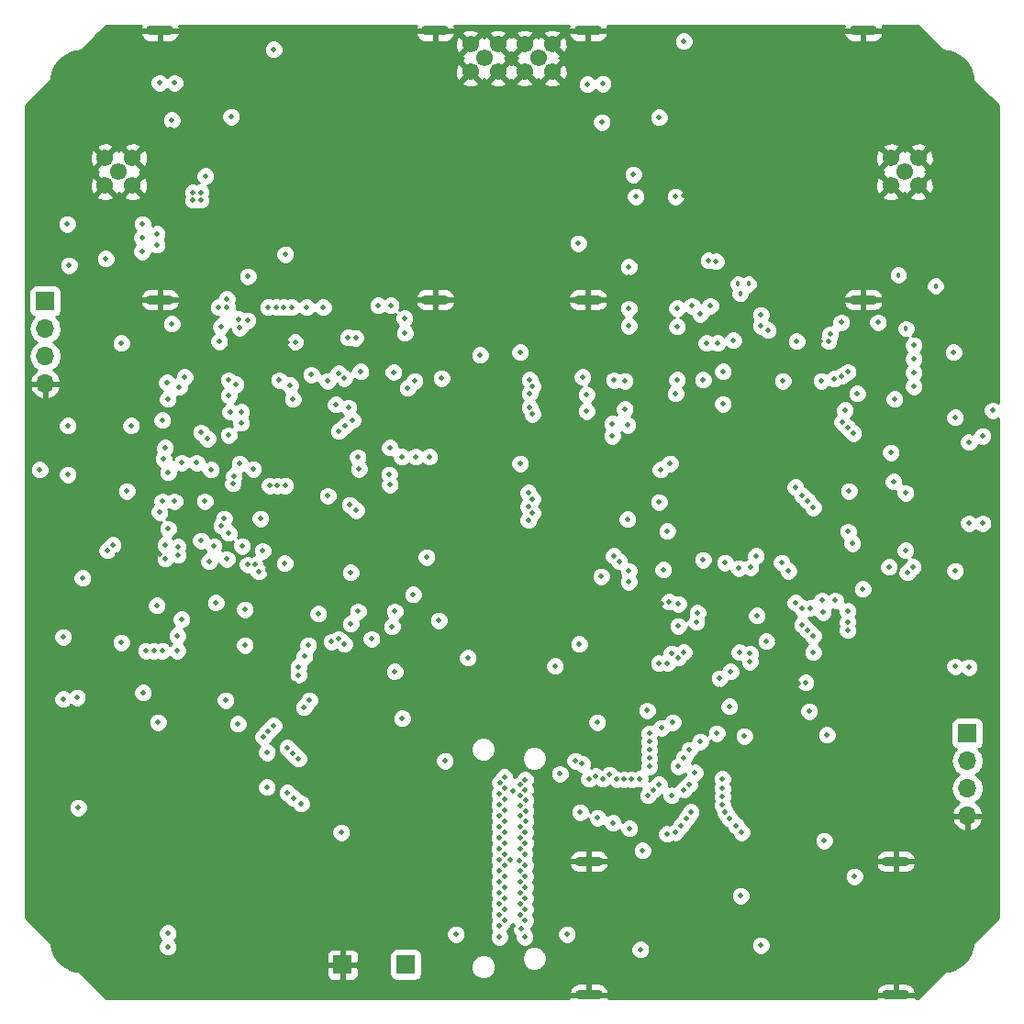
<source format=gbr>
G04 #@! TF.GenerationSoftware,KiCad,Pcbnew,no-vcs-found*
G04 #@! TF.CreationDate,2018-08-11T17:43:10-05:00*
G04 #@! TF.ProjectId,rtihu,72746968752E6B696361645F70636200,rev?*
G04 #@! TF.SameCoordinates,Original
G04 #@! TF.FileFunction,Copper,L2,Inr,Signal*
G04 #@! TF.FilePolarity,Positive*
%FSLAX46Y46*%
G04 Gerber Fmt 4.6, Leading zero omitted, Abs format (unit mm)*
G04 Created by KiCad (PCBNEW no-vcs-found) date Sat Aug 11 17:43:10 2018*
%MOMM*%
%LPD*%
G01*
G04 APERTURE LIST*
%ADD10C,0.100000*%
%ADD11C,0.685800*%
%ADD12O,2.540000X0.889000*%
%ADD13C,6.350000*%
%ADD14C,1.550000*%
%ADD15R,1.700000X1.700000*%
%ADD16O,1.700000X1.700000*%
%ADD17C,0.508000*%
%ADD18C,0.457200*%
%ADD19C,0.584200*%
%ADD20C,0.254000*%
G04 APERTURE END LIST*
D10*
D11*
X216281000Y-73152000D03*
X216281000Y-71882000D03*
X216281000Y-70612000D03*
X216281000Y-69342000D03*
X221488000Y-73279000D03*
X220599000Y-72390000D03*
X220599000Y-71120000D03*
X220599000Y-69850000D03*
X220599000Y-68580000D03*
X221361000Y-66040000D03*
X220472000Y-65151000D03*
X216662000Y-64262000D03*
X216662000Y-62992000D03*
X216789000Y-61722000D03*
X218059000Y-61722000D03*
X219329000Y-61722000D03*
X224409000Y-64516000D03*
X225679000Y-64516000D03*
X223012000Y-61341000D03*
X223774000Y-60325000D03*
X225044000Y-60325000D03*
X226314000Y-60325000D03*
X227076000Y-61341000D03*
X228092000Y-61976000D03*
X162687000Y-66294000D03*
X162687000Y-67564000D03*
X162687000Y-68834000D03*
X164465000Y-68834000D03*
X162750500Y-70104000D03*
X203962000Y-69977000D03*
X202184000Y-66167000D03*
X202184000Y-67437000D03*
X202184000Y-68707000D03*
X202184000Y-69977000D03*
X176530000Y-64135000D03*
X177292000Y-63119000D03*
X184150000Y-63754000D03*
X185420000Y-63754000D03*
X187071000Y-60706000D03*
X182880000Y-60071000D03*
X181991000Y-60960000D03*
X177292000Y-61849000D03*
X178562000Y-61849000D03*
X179832000Y-61849000D03*
X182372000Y-65913000D03*
X181483000Y-65024000D03*
X182372000Y-68453000D03*
X181356000Y-69088000D03*
X181356000Y-70358000D03*
X181356000Y-71628000D03*
X181356000Y-72898000D03*
X176149000Y-68326000D03*
X177038000Y-69088000D03*
X177038000Y-70358000D03*
X177038000Y-71628000D03*
X177038000Y-72898000D03*
X181483000Y-63754000D03*
X181102000Y-61849000D03*
X188087000Y-62992000D03*
X189357000Y-62992000D03*
X188087000Y-61341000D03*
X189357000Y-61341000D03*
X190627000Y-61341000D03*
X190627000Y-62992000D03*
X201041000Y-73533000D03*
X199771000Y-73152000D03*
X198882000Y-72263000D03*
X197993000Y-71374000D03*
X201041000Y-71755000D03*
X200152000Y-70993000D03*
X199390000Y-70104000D03*
X197612000Y-70104000D03*
X197612000Y-68834000D03*
X199263000Y-68834000D03*
X197612000Y-67564000D03*
X199263000Y-67564000D03*
X199263000Y-66294000D03*
X197612000Y-66294000D03*
X199263000Y-65024000D03*
X197612000Y-65024000D03*
X221742000Y-63881000D03*
X220472000Y-63881000D03*
X220472000Y-62230000D03*
X221742000Y-62230000D03*
X228727000Y-64643000D03*
X229235000Y-62484000D03*
X230124000Y-63373000D03*
X229616000Y-65532000D03*
X231013000Y-64262000D03*
X231902000Y-65151000D03*
X230505000Y-66421000D03*
X233045000Y-67183000D03*
X231394000Y-67183000D03*
X233045000Y-68453000D03*
X231394000Y-68453000D03*
X231521000Y-69723000D03*
X232918000Y-69723000D03*
D12*
X163512500Y-59626500D03*
X163512500Y-84455000D03*
X188912500Y-59626500D03*
X188912500Y-84455000D03*
X203009500Y-59626500D03*
X203009500Y-84455000D03*
X228409500Y-59626500D03*
X228409500Y-84455000D03*
D11*
X164909500Y-72390000D03*
X164909500Y-71120000D03*
X164465000Y-70104000D03*
D13*
X235500000Y-64500000D03*
X156500000Y-64500000D03*
X156500000Y-143500000D03*
X235500000Y-143500000D03*
D14*
X230949500Y-71374000D03*
X230949500Y-73914000D03*
X233489500Y-73914000D03*
X233489500Y-71374000D03*
X232219500Y-72644000D03*
X198437500Y-62166500D03*
X199707500Y-60896500D03*
X199707500Y-63436500D03*
X197167500Y-63436500D03*
X197167500Y-60896500D03*
X192151000Y-60896500D03*
X192151000Y-63436500D03*
X194691000Y-63436500D03*
X194691000Y-60896500D03*
X193421000Y-62166500D03*
X159702500Y-72644000D03*
X160972500Y-71374000D03*
X160972500Y-73914000D03*
X158432500Y-73914000D03*
X158432500Y-71374000D03*
D15*
X237998000Y-124460000D03*
D16*
X237998000Y-127000000D03*
X237998000Y-129540000D03*
X237998000Y-132080000D03*
X152908000Y-92202000D03*
X152908000Y-89662000D03*
X152908000Y-87122000D03*
D15*
X152908000Y-84582000D03*
X180340000Y-145796000D03*
X186182000Y-145796000D03*
D12*
X203073000Y-136271000D03*
X203073000Y-148590000D03*
X231394000Y-136271000D03*
X231394000Y-148590000D03*
D17*
X206502000Y-66167000D03*
X206502000Y-67056000D03*
X205613000Y-66992500D03*
X205613000Y-66167000D03*
X206057500Y-66611500D03*
X217487500Y-87122000D03*
X227774500Y-74930000D03*
X226060000Y-80581500D03*
X227393500Y-82105500D03*
X211074000Y-72898000D03*
X211836000Y-74803000D03*
X212090000Y-76390500D03*
X209994500Y-77152500D03*
X213296500Y-80391000D03*
X206756000Y-82359500D03*
X209296000Y-79629000D03*
X227139500Y-65595500D03*
X222948500Y-65595500D03*
X221869000Y-67246500D03*
X216027000Y-68262500D03*
X215201500Y-65659000D03*
X214185500Y-65214500D03*
X215074500Y-63627000D03*
X208343500Y-61849000D03*
X204406500Y-60833000D03*
X206121000Y-64198500D03*
X206756000Y-64389000D03*
X205549500Y-68897500D03*
X205613000Y-69596000D03*
X211074000Y-67627500D03*
X203073000Y-76517500D03*
D18*
X215265000Y-74549000D03*
X221615000Y-74549000D03*
X234950000Y-82232500D03*
X236283500Y-84836000D03*
X223012000Y-83502500D03*
X223583500Y-80137000D03*
X186563000Y-80645000D03*
X188214000Y-75057000D03*
D17*
X184213500Y-80200500D03*
X176974500Y-76263500D03*
X180276500Y-75819000D03*
X184150000Y-75247500D03*
X154432000Y-82550000D03*
X154432000Y-79946500D03*
X154432000Y-78740000D03*
X163576000Y-76517500D03*
X167005000Y-66167000D03*
X167005000Y-67056000D03*
X166116000Y-67056000D03*
X166116000Y-66167000D03*
X166560500Y-66611500D03*
X174688500Y-65278000D03*
X175577500Y-63627000D03*
X168846500Y-61849000D03*
X163893500Y-81216500D03*
X164909500Y-60896500D03*
X166116000Y-69596000D03*
X170497500Y-77152500D03*
X171577000Y-67564000D03*
X169037000Y-80708500D03*
X166052500Y-68770500D03*
X167259000Y-64452500D03*
X166560500Y-64452500D03*
X184721500Y-83502500D03*
X181927500Y-86804500D03*
X187198000Y-88646000D03*
X167449500Y-82931000D03*
X186880500Y-64770000D03*
X182689500Y-64833500D03*
X182626000Y-67246500D03*
X172275500Y-74803000D03*
X171577000Y-72898000D03*
X188099700Y-83032600D03*
X153035000Y-135001000D03*
X154432000Y-135001000D03*
X162814000Y-135001000D03*
X162814000Y-133731000D03*
X164846000Y-129794000D03*
X163322000Y-129794000D03*
X187007500Y-139192000D03*
X187007500Y-137922000D03*
X189230000Y-136080500D03*
X182689500Y-134683500D03*
X178816000Y-139192000D03*
X183134000Y-142049500D03*
X187706000Y-116903500D03*
X169799000Y-112903000D03*
X225171000Y-108966000D03*
X168465500Y-91376500D03*
X222885000Y-73660000D03*
X238379000Y-95567500D03*
X240538000Y-92456000D03*
X240538000Y-91186000D03*
X240538000Y-88646000D03*
X232219500Y-96710500D03*
X235585000Y-97091500D03*
X237490000Y-101346000D03*
X233997500Y-114554000D03*
X238125000Y-109474000D03*
X239395000Y-121158000D03*
X235585000Y-121158000D03*
X222377000Y-121412000D03*
X176225200Y-120751600D03*
X187706000Y-102616000D03*
X189611000Y-106299000D03*
X189611000Y-108204000D03*
X181292500Y-101727000D03*
X216027000Y-126746000D03*
X207391000Y-117602000D03*
X209804000Y-112522000D03*
X209994500Y-91503500D03*
X199898000Y-83439000D03*
X191706500Y-110363000D03*
X177888900Y-80352900D03*
X178854100Y-79286100D03*
X179920900Y-80352900D03*
X177888900Y-78320900D03*
X179920900Y-78320900D03*
X165455600Y-87325200D03*
X184658000Y-94335600D03*
X163525200Y-101600000D03*
X175260000Y-88392000D03*
X179730400Y-88036400D03*
X167386000Y-88290400D03*
X188976000Y-93599000D03*
X202387200Y-95605600D03*
X175831500Y-67183000D03*
X175831500Y-65468500D03*
X172110400Y-76415900D03*
X182372000Y-74549000D03*
X175958500Y-74549000D03*
X163957000Y-91059000D03*
X160845500Y-87693500D03*
X178943000Y-112522000D03*
X173037500Y-115570000D03*
X155892500Y-98298000D03*
X163449000Y-96583500D03*
X158178500Y-97345500D03*
X153606500Y-98615500D03*
X153606500Y-97345500D03*
X152400000Y-96583500D03*
X157035500Y-104013000D03*
X157035500Y-105537000D03*
X160718500Y-104838500D03*
X183515000Y-119888000D03*
X163449000Y-107950000D03*
X175895000Y-119888000D03*
X168275000Y-119888000D03*
X157099000Y-127508000D03*
X153289000Y-127508000D03*
X155829000Y-115570000D03*
X156972000Y-114427000D03*
X159639000Y-124079000D03*
X172593000Y-145415000D03*
X172593000Y-144145000D03*
X173609000Y-147320000D03*
X164211000Y-145415000D03*
X207391000Y-147574000D03*
X227266500Y-101028500D03*
X203962000Y-89916000D03*
X201676000Y-89535000D03*
X205041500Y-88201500D03*
X188087000Y-95123000D03*
X223393000Y-126619000D03*
X218757500Y-115062000D03*
X229997000Y-119888000D03*
X215138000Y-120396000D03*
X231267000Y-89027000D03*
X202946000Y-105664000D03*
X202946000Y-104140000D03*
X219329000Y-78422500D03*
X219329000Y-80454500D03*
X217297000Y-80454500D03*
X217297000Y-78422500D03*
X218313000Y-79375000D03*
X209550000Y-97091500D03*
X209473800Y-108077000D03*
X209473800Y-104825800D03*
X209651600Y-101600000D03*
X214426800Y-91135200D03*
X221234000Y-88595200D03*
X219519500Y-112395000D03*
X216471500Y-112331500D03*
X227838000Y-94361000D03*
X224472500Y-88328500D03*
X217043000Y-76136500D03*
X219964000Y-75628500D03*
X212661500Y-91376500D03*
X207581500Y-87566500D03*
X222377000Y-119888000D03*
X220472000Y-115951000D03*
X214757000Y-109474000D03*
X213233000Y-112268000D03*
X216090500Y-141922500D03*
X217614500Y-138303000D03*
D18*
X220853000Y-140716000D03*
X219583000Y-140716000D03*
X220218000Y-140716000D03*
X219583000Y-137414000D03*
X220853000Y-137414000D03*
X220218000Y-137414000D03*
X210121500Y-140652500D03*
X226758500Y-137477500D03*
X221996000Y-141922500D03*
X227076000Y-141732000D03*
X222885000Y-139700000D03*
X211455000Y-145669000D03*
X210185000Y-145669000D03*
X210185000Y-142367000D03*
X211455000Y-142367000D03*
X210820000Y-142367000D03*
X210820000Y-145669000D03*
X206883000Y-146939000D03*
X208280000Y-143256000D03*
D17*
X217678000Y-146685000D03*
X213487000Y-144653000D03*
X213233000Y-142875000D03*
X200406000Y-89281000D03*
X200406000Y-99568000D03*
X175006000Y-147320000D03*
X195834000Y-136144000D03*
X196088000Y-129794000D03*
X196037200Y-142189200D03*
D19*
X193548000Y-106045000D03*
X193548000Y-102870000D03*
X193675000Y-95631000D03*
X173482000Y-109347000D03*
X170434000Y-109347000D03*
X167005000Y-109347000D03*
X168148000Y-116713000D03*
X166497000Y-116713000D03*
X168910000Y-109347000D03*
D17*
X202120500Y-79248000D03*
D18*
X235077000Y-83185000D03*
D17*
X229743000Y-86550500D03*
X206629000Y-104711500D03*
X211328000Y-114554000D03*
X225806000Y-112204500D03*
X224599500Y-112204500D03*
X206629000Y-96012000D03*
X222250000Y-88265000D03*
X240347500Y-94678500D03*
X236855000Y-95313500D03*
X239395000Y-105092500D03*
X238125000Y-105092500D03*
X236855000Y-109474000D03*
X218567000Y-113601500D03*
X202184000Y-116205000D03*
X202501500Y-91567000D03*
X219583000Y-87249000D03*
X226377500Y-86550500D03*
X213931500Y-88455500D03*
X202882500Y-94742000D03*
X202882500Y-93218000D03*
X214947500Y-88455500D03*
X231267000Y-93599000D03*
X205232000Y-97028000D03*
X207835500Y-144399000D03*
X218948000Y-144018000D03*
X215646000Y-108712000D03*
X220853000Y-108712000D03*
X213614000Y-108458000D03*
X210312000Y-105791000D03*
X210566000Y-99568000D03*
X211201000Y-91821000D03*
X213614000Y-91821000D03*
X220980000Y-91948000D03*
X224536000Y-91948000D03*
X226695000Y-94615000D03*
X227076000Y-102108000D03*
X207391000Y-74930000D03*
X204343000Y-64516000D03*
X209550000Y-67627500D03*
X207200500Y-72898000D03*
X211074000Y-74930000D03*
X204279500Y-68072000D03*
X202946000Y-64579500D03*
X206756000Y-81407000D03*
X201041000Y-143002000D03*
X171640500Y-82296000D03*
X190817500Y-143002000D03*
X199961500Y-118237000D03*
X180213000Y-133604000D03*
X177292000Y-121412000D03*
X191897000Y-117475000D03*
X161925000Y-120713500D03*
X185166000Y-118745000D03*
X169545000Y-121412000D03*
X164846000Y-64452500D03*
X167259000Y-75247500D03*
X166560500Y-75247500D03*
X166560500Y-74549000D03*
X167259000Y-74549000D03*
X167703500Y-73025000D03*
X170053000Y-67564000D03*
X163449000Y-64452500D03*
X164592000Y-67881500D03*
X226949000Y-91122500D03*
X233045000Y-89916000D03*
X236728000Y-89281000D03*
X225171000Y-88265000D03*
X226377500Y-91503500D03*
X233045000Y-91186000D03*
X225742500Y-91757500D03*
X233045000Y-92456000D03*
X185064400Y-91135200D03*
X161899600Y-77470000D03*
X161848800Y-78740000D03*
X179984400Y-91236800D03*
X161848800Y-80010000D03*
X163220400Y-79400400D03*
X163220400Y-78384400D03*
X180848000Y-87934800D03*
X155130500Y-81280000D03*
X175514000Y-92329000D03*
X171005500Y-94805500D03*
X169989500Y-94805500D03*
X166878000Y-99504500D03*
X165544500Y-99504500D03*
X158496000Y-80670400D03*
X181559200Y-87985600D03*
X205422500Y-91884500D03*
X205867000Y-108585000D03*
X205359000Y-108077000D03*
X205232000Y-95885000D03*
X213360000Y-85788500D03*
X216408000Y-88201500D03*
X181038500Y-103378000D03*
X175069500Y-101600000D03*
X170497500Y-92265500D03*
X186880500Y-111633000D03*
X177482500Y-91376500D03*
X187007500Y-91948000D03*
X206756000Y-86868000D03*
X206756000Y-85280500D03*
X209677000Y-100139500D03*
X214122000Y-80835500D03*
X209931000Y-109347000D03*
X214820500Y-80899000D03*
X219456000Y-115951000D03*
X226949000Y-114173000D03*
X213106000Y-113347500D03*
X210439000Y-112331500D03*
X217932000Y-117094000D03*
X226949000Y-114935000D03*
X212979000Y-114173000D03*
X211328000Y-112522000D03*
X216916000Y-109220000D03*
D18*
X217043000Y-83883500D03*
D17*
X218503500Y-108077000D03*
D18*
X217805000Y-82994500D03*
D17*
X217995500Y-109156500D03*
D18*
X216852500Y-82994500D03*
D17*
X223774000Y-115443000D03*
X223774000Y-116967000D03*
X217932000Y-117856000D03*
X226949000Y-113157000D03*
X232283000Y-102298500D03*
X231203500Y-101219000D03*
X238125000Y-97599500D03*
X230949500Y-98552000D03*
X227838000Y-93091000D03*
X239395000Y-97028000D03*
X218948000Y-86868000D03*
X218948000Y-85852000D03*
D18*
X231648000Y-82169000D03*
X232346500Y-87122000D03*
D17*
X211201000Y-86931500D03*
X211201000Y-85217000D03*
X212598000Y-85026500D03*
X214312500Y-85026500D03*
X209550000Y-117983000D03*
X215138000Y-119380000D03*
X216154000Y-118745000D03*
X238125000Y-118364000D03*
X210312000Y-117983000D03*
X236855000Y-118300500D03*
X169862500Y-91884500D03*
X169862500Y-93281500D03*
X175768000Y-93599000D03*
X193040000Y-89535000D03*
X204216000Y-109982000D03*
X211074000Y-93091000D03*
X170878500Y-87058500D03*
X171577000Y-86360000D03*
X169672000Y-85153500D03*
X170751500Y-86233000D03*
X184721500Y-101536500D03*
X181864000Y-100076000D03*
X184721500Y-98107500D03*
X188341000Y-98933000D03*
X184658000Y-100584000D03*
X181737000Y-98996500D03*
X169862500Y-105981500D03*
X169164000Y-105283000D03*
X172974000Y-107632500D03*
X172593000Y-109537500D03*
X171069000Y-107188000D03*
X174244000Y-85153500D03*
X172275500Y-108902500D03*
X167894000Y-97282000D03*
X170307000Y-100711000D03*
X175641000Y-85153500D03*
X170243500Y-101409500D03*
X171577000Y-108902500D03*
X167322500Y-96710500D03*
X174942500Y-85153500D03*
X168465500Y-107188000D03*
X173482000Y-85153500D03*
X168211500Y-100139500D03*
X169862500Y-96964500D03*
X175069500Y-80264000D03*
X171005500Y-95821500D03*
X180530500Y-91694000D03*
X165290500Y-92519500D03*
X164211000Y-93599000D03*
X186118500Y-87503000D03*
X164147500Y-92075000D03*
X164592000Y-86677500D03*
X168910000Y-85153500D03*
X169672000Y-84391500D03*
X176276000Y-118364000D03*
X154559000Y-121285000D03*
X176276000Y-119075200D03*
X208661000Y-126746000D03*
X211836000Y-126746000D03*
X208534000Y-130175000D03*
X210693000Y-130175000D03*
X211328000Y-127508000D03*
X208661000Y-127508000D03*
X210820000Y-123444000D03*
X203835000Y-123444000D03*
X203885800Y-132257800D03*
X202438000Y-127254000D03*
X202285600Y-131749800D03*
X201803000Y-127000000D03*
X189801500Y-127000000D03*
X185864500Y-123063000D03*
X212852000Y-128079500D03*
X200406000Y-128206500D03*
X154940000Y-77470000D03*
X186055000Y-86169500D03*
X186372500Y-92583000D03*
X168973500Y-88328500D03*
X178117500Y-113411000D03*
X155956000Y-131318000D03*
X168021000Y-108585000D03*
X164274500Y-100393500D03*
X165798500Y-91567000D03*
X174498000Y-91884500D03*
X178943000Y-91948000D03*
X180911500Y-94424500D03*
X179006500Y-102552500D03*
X175006000Y-108775500D03*
X169672000Y-108394500D03*
X164274500Y-105600500D03*
X223062800Y-119786400D03*
X206756000Y-110490000D03*
X206756000Y-109474000D03*
X209550000Y-103124000D03*
X184912000Y-114617500D03*
X213360000Y-125222000D03*
X208661000Y-125222000D03*
X212344000Y-125984000D03*
X208661000Y-125984000D03*
X204978000Y-128270000D03*
X208026000Y-135255000D03*
X204343000Y-128651000D03*
X217170000Y-133604000D03*
X211074000Y-133604000D03*
X203708000Y-128422400D03*
X206806800Y-133248400D03*
X216662000Y-132969000D03*
X211582000Y-132969000D03*
X203073000Y-128651000D03*
X205282800Y-132740400D03*
X176530000Y-130937000D03*
X215392000Y-131064000D03*
X173990000Y-123761500D03*
X176276000Y-126809500D03*
X205613000Y-128714500D03*
X175831500Y-130429000D03*
X215392000Y-130302000D03*
X173482000Y-124269500D03*
X175768000Y-126301500D03*
X206311500Y-128714500D03*
X175260000Y-129921000D03*
X207010000Y-128714500D03*
X175260000Y-125793500D03*
X173037500Y-124777500D03*
X215392000Y-129540000D03*
X173355000Y-126238000D03*
X173355000Y-129413000D03*
X207772000Y-128651000D03*
X215392000Y-128651000D03*
X187071000Y-98933000D03*
X185801000Y-98933000D03*
X188087000Y-108204000D03*
X189484000Y-91694000D03*
X178562000Y-85153500D03*
X177038000Y-85153500D03*
X189230000Y-114046000D03*
X159956500Y-88455500D03*
X233045000Y-88646000D03*
X225361500Y-87630000D03*
X171323000Y-113030000D03*
X168656000Y-112395000D03*
X174307500Y-101600000D03*
X170878500Y-99568000D03*
X173609000Y-101600000D03*
X172085000Y-100076000D03*
X181292500Y-95567500D03*
X180530500Y-116205000D03*
X180594000Y-96075500D03*
X179959000Y-115760500D03*
X180022500Y-96583500D03*
X179324000Y-116014500D03*
X165163500Y-107251500D03*
X164020500Y-108331000D03*
X165163500Y-108013500D03*
X163195000Y-112649000D03*
X181800500Y-113220500D03*
X185166000Y-113220500D03*
X177165000Y-116332000D03*
X183007000Y-115760500D03*
X165100000Y-115443000D03*
X165100000Y-116840000D03*
X164020500Y-107061000D03*
X167259000Y-106680000D03*
X181102000Y-109601000D03*
X181102000Y-114363500D03*
X159956500Y-116078000D03*
X160464500Y-102108000D03*
X163830000Y-99123500D03*
X163703000Y-116840000D03*
X163957000Y-98107500D03*
X162941000Y-116840000D03*
X163703000Y-95567500D03*
X162242500Y-116840000D03*
X155829000Y-121158000D03*
X169113200Y-86918800D03*
X175971200Y-88341200D03*
X155003500Y-96075500D03*
X160845500Y-96075500D03*
X155003500Y-100584000D03*
X152400000Y-100139500D03*
X163449000Y-104076500D03*
X154559000Y-115570000D03*
X171323000Y-116332000D03*
X165481000Y-113919000D03*
X164211000Y-144145000D03*
X156337000Y-110109000D03*
X164211000Y-142875000D03*
X217106500Y-139446000D03*
X227584000Y-137668000D03*
X197154800Y-143256000D03*
X194818000Y-143256000D03*
X223393000Y-122428000D03*
X216027000Y-121983500D03*
X208470500Y-122364500D03*
X196723000Y-89281000D03*
X197612000Y-91821000D03*
X197866000Y-92456000D03*
X197612000Y-93091000D03*
X197612000Y-94361000D03*
X197866000Y-94996000D03*
X196723000Y-99568000D03*
X197485000Y-102235000D03*
X197866000Y-102870000D03*
X197485000Y-103505000D03*
X197866000Y-104140000D03*
X197485000Y-104775000D03*
X206375000Y-91948000D03*
X206375000Y-94551500D03*
X222123000Y-101727000D03*
X222123000Y-112395000D03*
X222758000Y-112903000D03*
X222758000Y-102489000D03*
X223520000Y-112903000D03*
X223266000Y-102997000D03*
X223774000Y-103632000D03*
X224663000Y-113284000D03*
X221488000Y-109474000D03*
X216979500Y-116967000D03*
X230759000Y-109093000D03*
X222758000Y-114427000D03*
X228346000Y-111125000D03*
X223266000Y-114935000D03*
X227457000Y-96774000D03*
X210693000Y-117094000D03*
X211328000Y-117475000D03*
X226949000Y-96266000D03*
X226441000Y-95758000D03*
X211836000Y-116967000D03*
X215442800Y-91084400D03*
X215442800Y-94081600D03*
X163322000Y-123444000D03*
X170688000Y-123571000D03*
X176784000Y-122047000D03*
X225044000Y-124587000D03*
X209804000Y-123952000D03*
X217424000Y-124714000D03*
X214884000Y-124460000D03*
X208661000Y-124460000D03*
X197205600Y-134569200D03*
X196748400Y-134061200D03*
X212344000Y-129159000D03*
X209550000Y-129159000D03*
X196748400Y-129209800D03*
X211836000Y-129667000D03*
X209042000Y-129667000D03*
X197205600Y-129692400D03*
X196748400Y-130175000D03*
X196773800Y-131140200D03*
X197231000Y-130657600D03*
X224790000Y-134366000D03*
X210286600Y-133756400D03*
X197205600Y-133578600D03*
X196748400Y-135077200D03*
X196773800Y-133070600D03*
X197231000Y-132588000D03*
X212090000Y-132334000D03*
X216027000Y-132334000D03*
X196773800Y-132105400D03*
X212471000Y-131699000D03*
X215646000Y-131699000D03*
X197231000Y-131622800D03*
X194818000Y-130048000D03*
X195326000Y-129540000D03*
X194868800Y-129032000D03*
X195275200Y-128473200D03*
X196850000Y-142443200D03*
X197205600Y-141732000D03*
X196748400Y-141224000D03*
X197205600Y-140716000D03*
X196748400Y-140208000D03*
X197205600Y-139700000D03*
X196748400Y-139192000D03*
X197205600Y-138684000D03*
X196748400Y-138176000D03*
X197205600Y-137668000D03*
X196748400Y-137160000D03*
X197205600Y-136652000D03*
X196697600Y-136194800D03*
X197154800Y-135636000D03*
X197205600Y-128727200D03*
X195275200Y-130556000D03*
X194818000Y-131064000D03*
X195275200Y-131572000D03*
X194818000Y-132080000D03*
X195275200Y-132588000D03*
X194818000Y-133096000D03*
X195275200Y-133604000D03*
X194818000Y-134112000D03*
X194818000Y-135128000D03*
X195275200Y-135636000D03*
X194818000Y-136144000D03*
X195275200Y-136652000D03*
X194818000Y-137160000D03*
X195275200Y-137668000D03*
X194818000Y-138176000D03*
X195275200Y-138684000D03*
X194818000Y-139192000D03*
X195275200Y-139700000D03*
X194818000Y-140208000D03*
X195275200Y-140716000D03*
X194818000Y-141224000D03*
X195275200Y-141732000D03*
X194818000Y-142240000D03*
X195275200Y-134620000D03*
X227393500Y-106934000D03*
X232981500Y-109093000D03*
X227012500Y-105854500D03*
X232473500Y-109601000D03*
X159131000Y-107061000D03*
X158623000Y-107569000D03*
X163703000Y-103060500D03*
X164846000Y-103060500D03*
X167640000Y-103060500D03*
X169418000Y-104648000D03*
X172783500Y-104648000D03*
X176834800Y-117348000D03*
X211836000Y-60579000D03*
X232283000Y-107569000D03*
X173990000Y-61341000D03*
X184785000Y-84963000D03*
X183642000Y-84963000D03*
X181991000Y-91059000D03*
X179705000Y-94107000D03*
X181610000Y-103886000D03*
D20*
G36*
X161648062Y-59333365D02*
X161775051Y-59499500D01*
X163385500Y-59499500D01*
X163385500Y-59479500D01*
X163639500Y-59479500D01*
X163639500Y-59499500D01*
X165249949Y-59499500D01*
X165376938Y-59333365D01*
X165276131Y-59127000D01*
X187148869Y-59127000D01*
X187048062Y-59333365D01*
X187175051Y-59499500D01*
X188785500Y-59499500D01*
X188785500Y-59479500D01*
X189039500Y-59479500D01*
X189039500Y-59499500D01*
X190649949Y-59499500D01*
X190776938Y-59333365D01*
X190676131Y-59127000D01*
X201245869Y-59127000D01*
X201145062Y-59333365D01*
X201272051Y-59499500D01*
X202882500Y-59499500D01*
X202882500Y-59479500D01*
X203136500Y-59479500D01*
X203136500Y-59499500D01*
X204746949Y-59499500D01*
X204873938Y-59333365D01*
X204773131Y-59127000D01*
X226645869Y-59127000D01*
X226545062Y-59333365D01*
X226672051Y-59499500D01*
X228282500Y-59499500D01*
X228282500Y-59479500D01*
X228536500Y-59479500D01*
X228536500Y-59499500D01*
X230146949Y-59499500D01*
X230273938Y-59333365D01*
X230173131Y-59127000D01*
X233447394Y-59127000D01*
X240873000Y-66552606D01*
X240873000Y-93946583D01*
X240851736Y-93925282D01*
X240525109Y-93789654D01*
X240171443Y-93789346D01*
X239844580Y-93924403D01*
X239594282Y-94174264D01*
X239458654Y-94500891D01*
X239458346Y-94854557D01*
X239593403Y-95181420D01*
X239843264Y-95431718D01*
X240169891Y-95567346D01*
X240523557Y-95567654D01*
X240850420Y-95432597D01*
X240873000Y-95410056D01*
X240873000Y-141447394D01*
X233447394Y-148873000D01*
X233250691Y-148873000D01*
X233131449Y-148717000D01*
X231521000Y-148717000D01*
X231521000Y-148737000D01*
X231267000Y-148737000D01*
X231267000Y-148717000D01*
X229656551Y-148717000D01*
X229537309Y-148873000D01*
X204929691Y-148873000D01*
X204810449Y-148717000D01*
X203200000Y-148717000D01*
X203200000Y-148737000D01*
X202946000Y-148737000D01*
X202946000Y-148717000D01*
X201335551Y-148717000D01*
X201216309Y-148873000D01*
X158552606Y-148873000D01*
X157976471Y-148296865D01*
X201208562Y-148296865D01*
X201335551Y-148463000D01*
X202946000Y-148463000D01*
X202946000Y-147510500D01*
X203200000Y-147510500D01*
X203200000Y-148463000D01*
X204810449Y-148463000D01*
X204937438Y-148296865D01*
X229529562Y-148296865D01*
X229656551Y-148463000D01*
X231267000Y-148463000D01*
X231267000Y-147510500D01*
X231521000Y-147510500D01*
X231521000Y-148463000D01*
X233131449Y-148463000D01*
X233258438Y-148296865D01*
X233072624Y-147916481D01*
X232749939Y-147641273D01*
X232346500Y-147510500D01*
X231521000Y-147510500D01*
X231267000Y-147510500D01*
X230441500Y-147510500D01*
X230038061Y-147641273D01*
X229715376Y-147916481D01*
X229529562Y-148296865D01*
X204937438Y-148296865D01*
X204751624Y-147916481D01*
X204428939Y-147641273D01*
X204025500Y-147510500D01*
X203200000Y-147510500D01*
X202946000Y-147510500D01*
X202120500Y-147510500D01*
X201717061Y-147641273D01*
X201394376Y-147916481D01*
X201208562Y-148296865D01*
X157976471Y-148296865D01*
X155761356Y-146081750D01*
X178855000Y-146081750D01*
X178855000Y-146772310D01*
X178951673Y-147005699D01*
X179130302Y-147184327D01*
X179363691Y-147281000D01*
X180054250Y-147281000D01*
X180213000Y-147122250D01*
X180213000Y-145923000D01*
X180467000Y-145923000D01*
X180467000Y-147122250D01*
X180625750Y-147281000D01*
X181316309Y-147281000D01*
X181549698Y-147184327D01*
X181728327Y-147005699D01*
X181825000Y-146772310D01*
X181825000Y-146081750D01*
X181666250Y-145923000D01*
X180467000Y-145923000D01*
X180213000Y-145923000D01*
X179013750Y-145923000D01*
X178855000Y-146081750D01*
X155761356Y-146081750D01*
X152730663Y-143051057D01*
X163321846Y-143051057D01*
X163456903Y-143377920D01*
X163588764Y-143510011D01*
X163457782Y-143640764D01*
X163322154Y-143967391D01*
X163321846Y-144321057D01*
X163456903Y-144647920D01*
X163706764Y-144898218D01*
X164033391Y-145033846D01*
X164387057Y-145034154D01*
X164713920Y-144899097D01*
X164793465Y-144819690D01*
X178855000Y-144819690D01*
X178855000Y-145510250D01*
X179013750Y-145669000D01*
X180213000Y-145669000D01*
X180213000Y-144469750D01*
X180467000Y-144469750D01*
X180467000Y-145669000D01*
X181666250Y-145669000D01*
X181825000Y-145510250D01*
X181825000Y-144946000D01*
X184684560Y-144946000D01*
X184684560Y-146646000D01*
X184733843Y-146893765D01*
X184874191Y-147103809D01*
X185084235Y-147244157D01*
X185332000Y-147293440D01*
X187032000Y-147293440D01*
X187279765Y-147244157D01*
X187489809Y-147103809D01*
X187630157Y-146893765D01*
X187679440Y-146646000D01*
X187679440Y-146251755D01*
X192214802Y-146251755D01*
X192388750Y-146672743D01*
X192710563Y-146995118D01*
X193131246Y-147169801D01*
X193586755Y-147170198D01*
X194007743Y-146996250D01*
X194330118Y-146674437D01*
X194504801Y-146253754D01*
X194505198Y-145798245D01*
X194368230Y-145466755D01*
X196884802Y-145466755D01*
X197058750Y-145887743D01*
X197380563Y-146210118D01*
X197801246Y-146384801D01*
X198256755Y-146385198D01*
X198677743Y-146211250D01*
X199000118Y-145889437D01*
X199174801Y-145468754D01*
X199175198Y-145013245D01*
X199001250Y-144592257D01*
X198984080Y-144575057D01*
X206946346Y-144575057D01*
X207081403Y-144901920D01*
X207331264Y-145152218D01*
X207657891Y-145287846D01*
X208011557Y-145288154D01*
X208338420Y-145153097D01*
X208588718Y-144903236D01*
X208724346Y-144576609D01*
X208724654Y-144222943D01*
X208712719Y-144194057D01*
X218058846Y-144194057D01*
X218193903Y-144520920D01*
X218443764Y-144771218D01*
X218770391Y-144906846D01*
X219124057Y-144907154D01*
X219450920Y-144772097D01*
X219701218Y-144522236D01*
X219836846Y-144195609D01*
X219837154Y-143841943D01*
X219702097Y-143515080D01*
X219452236Y-143264782D01*
X219125609Y-143129154D01*
X218771943Y-143128846D01*
X218445080Y-143263903D01*
X218194782Y-143513764D01*
X218059154Y-143840391D01*
X218058846Y-144194057D01*
X208712719Y-144194057D01*
X208589597Y-143896080D01*
X208339736Y-143645782D01*
X208013109Y-143510154D01*
X207659443Y-143509846D01*
X207332580Y-143644903D01*
X207082282Y-143894764D01*
X206946654Y-144221391D01*
X206946346Y-144575057D01*
X198984080Y-144575057D01*
X198679437Y-144269882D01*
X198258754Y-144095199D01*
X197803245Y-144094802D01*
X197382257Y-144268750D01*
X197059882Y-144590563D01*
X196885199Y-145011246D01*
X196884802Y-145466755D01*
X194368230Y-145466755D01*
X194331250Y-145377257D01*
X194009437Y-145054882D01*
X193588754Y-144880199D01*
X193133245Y-144879802D01*
X192712257Y-145053750D01*
X192389882Y-145375563D01*
X192215199Y-145796246D01*
X192214802Y-146251755D01*
X187679440Y-146251755D01*
X187679440Y-144946000D01*
X187630157Y-144698235D01*
X187489809Y-144488191D01*
X187279765Y-144347843D01*
X187032000Y-144298560D01*
X185332000Y-144298560D01*
X185084235Y-144347843D01*
X184874191Y-144488191D01*
X184733843Y-144698235D01*
X184684560Y-144946000D01*
X181825000Y-144946000D01*
X181825000Y-144819690D01*
X181728327Y-144586301D01*
X181549698Y-144407673D01*
X181316309Y-144311000D01*
X180625750Y-144311000D01*
X180467000Y-144469750D01*
X180213000Y-144469750D01*
X180054250Y-144311000D01*
X179363691Y-144311000D01*
X179130302Y-144407673D01*
X178951673Y-144586301D01*
X178855000Y-144819690D01*
X164793465Y-144819690D01*
X164964218Y-144649236D01*
X165099846Y-144322609D01*
X165100154Y-143968943D01*
X164965097Y-143642080D01*
X164833236Y-143509989D01*
X164964218Y-143379236D01*
X165047755Y-143178057D01*
X189928346Y-143178057D01*
X190063403Y-143504920D01*
X190313264Y-143755218D01*
X190639891Y-143890846D01*
X190993557Y-143891154D01*
X191320420Y-143756097D01*
X191570718Y-143506236D01*
X191706346Y-143179609D01*
X191706654Y-142825943D01*
X191571597Y-142499080D01*
X191321736Y-142248782D01*
X190995109Y-142113154D01*
X190641443Y-142112846D01*
X190314580Y-142247903D01*
X190064282Y-142497764D01*
X189928654Y-142824391D01*
X189928346Y-143178057D01*
X165047755Y-143178057D01*
X165099846Y-143052609D01*
X165100154Y-142698943D01*
X164965097Y-142372080D01*
X164715236Y-142121782D01*
X164388609Y-141986154D01*
X164034943Y-141985846D01*
X163708080Y-142120903D01*
X163457782Y-142370764D01*
X163322154Y-142697391D01*
X163321846Y-143051057D01*
X152730663Y-143051057D01*
X151127000Y-141447394D01*
X151127000Y-133780057D01*
X179323846Y-133780057D01*
X179458903Y-134106920D01*
X179708764Y-134357218D01*
X180035391Y-134492846D01*
X180389057Y-134493154D01*
X180715920Y-134358097D01*
X180966218Y-134108236D01*
X181101846Y-133781609D01*
X181102154Y-133427943D01*
X180967097Y-133101080D01*
X180717236Y-132850782D01*
X180390609Y-132715154D01*
X180036943Y-132714846D01*
X179710080Y-132849903D01*
X179459782Y-133099764D01*
X179324154Y-133426391D01*
X179323846Y-133780057D01*
X151127000Y-133780057D01*
X151127000Y-131494057D01*
X155066846Y-131494057D01*
X155201903Y-131820920D01*
X155451764Y-132071218D01*
X155778391Y-132206846D01*
X156132057Y-132207154D01*
X156458920Y-132072097D01*
X156709218Y-131822236D01*
X156844846Y-131495609D01*
X156845154Y-131141943D01*
X156710097Y-130815080D01*
X156460236Y-130564782D01*
X156133609Y-130429154D01*
X155779943Y-130428846D01*
X155453080Y-130563903D01*
X155202782Y-130813764D01*
X155067154Y-131140391D01*
X155066846Y-131494057D01*
X151127000Y-131494057D01*
X151127000Y-129589057D01*
X172465846Y-129589057D01*
X172600903Y-129915920D01*
X172850764Y-130166218D01*
X173177391Y-130301846D01*
X173531057Y-130302154D01*
X173857920Y-130167097D01*
X173928082Y-130097057D01*
X174370846Y-130097057D01*
X174505903Y-130423920D01*
X174755764Y-130674218D01*
X175015484Y-130782063D01*
X175077403Y-130931920D01*
X175327264Y-131182218D01*
X175653891Y-131317846D01*
X175725489Y-131317908D01*
X175775903Y-131439920D01*
X176025764Y-131690218D01*
X176352391Y-131825846D01*
X176706057Y-131826154D01*
X177032920Y-131691097D01*
X177283218Y-131441236D01*
X177418846Y-131114609D01*
X177419154Y-130760943D01*
X177284097Y-130434080D01*
X177074441Y-130224057D01*
X193928846Y-130224057D01*
X194063903Y-130550920D01*
X194068764Y-130555789D01*
X194064782Y-130559764D01*
X193929154Y-130886391D01*
X193928846Y-131240057D01*
X194063903Y-131566920D01*
X194068764Y-131571789D01*
X194064782Y-131575764D01*
X193929154Y-131902391D01*
X193928846Y-132256057D01*
X194063903Y-132582920D01*
X194068764Y-132587789D01*
X194064782Y-132591764D01*
X193929154Y-132918391D01*
X193928846Y-133272057D01*
X194063903Y-133598920D01*
X194068764Y-133603789D01*
X194064782Y-133607764D01*
X193929154Y-133934391D01*
X193928846Y-134288057D01*
X194063903Y-134614920D01*
X194068764Y-134619789D01*
X194064782Y-134623764D01*
X193929154Y-134950391D01*
X193928846Y-135304057D01*
X194063903Y-135630920D01*
X194068764Y-135635789D01*
X194064782Y-135639764D01*
X193929154Y-135966391D01*
X193928846Y-136320057D01*
X194063903Y-136646920D01*
X194068764Y-136651789D01*
X194064782Y-136655764D01*
X193929154Y-136982391D01*
X193928846Y-137336057D01*
X194063903Y-137662920D01*
X194068764Y-137667789D01*
X194064782Y-137671764D01*
X193929154Y-137998391D01*
X193928846Y-138352057D01*
X194063903Y-138678920D01*
X194068764Y-138683789D01*
X194064782Y-138687764D01*
X193929154Y-139014391D01*
X193928846Y-139368057D01*
X194063903Y-139694920D01*
X194068764Y-139699789D01*
X194064782Y-139703764D01*
X193929154Y-140030391D01*
X193928846Y-140384057D01*
X194063903Y-140710920D01*
X194068764Y-140715789D01*
X194064782Y-140719764D01*
X193929154Y-141046391D01*
X193928846Y-141400057D01*
X194063903Y-141726920D01*
X194068764Y-141731789D01*
X194064782Y-141735764D01*
X193929154Y-142062391D01*
X193928846Y-142416057D01*
X194063903Y-142742920D01*
X194068764Y-142747789D01*
X194064782Y-142751764D01*
X193929154Y-143078391D01*
X193928846Y-143432057D01*
X194063903Y-143758920D01*
X194313764Y-144009218D01*
X194640391Y-144144846D01*
X194994057Y-144145154D01*
X195320920Y-144010097D01*
X195571218Y-143760236D01*
X195706846Y-143433609D01*
X195707154Y-143079943D01*
X195572097Y-142753080D01*
X195567236Y-142748211D01*
X195571218Y-142744236D01*
X195657756Y-142535830D01*
X195778120Y-142486097D01*
X195961121Y-142303415D01*
X195960846Y-142619257D01*
X196095903Y-142946120D01*
X196265921Y-143116435D01*
X196265646Y-143432057D01*
X196400703Y-143758920D01*
X196650564Y-144009218D01*
X196977191Y-144144846D01*
X197330857Y-144145154D01*
X197657720Y-144010097D01*
X197908018Y-143760236D01*
X198043646Y-143433609D01*
X198043868Y-143178057D01*
X200151846Y-143178057D01*
X200286903Y-143504920D01*
X200536764Y-143755218D01*
X200863391Y-143890846D01*
X201217057Y-143891154D01*
X201543920Y-143756097D01*
X201794218Y-143506236D01*
X201929846Y-143179609D01*
X201930154Y-142825943D01*
X201795097Y-142499080D01*
X201545236Y-142248782D01*
X201218609Y-142113154D01*
X200864943Y-142112846D01*
X200538080Y-142247903D01*
X200287782Y-142497764D01*
X200152154Y-142824391D01*
X200151846Y-143178057D01*
X198043868Y-143178057D01*
X198043954Y-143079943D01*
X197908897Y-142753080D01*
X197738879Y-142582765D01*
X197738990Y-142455680D01*
X197958818Y-142236236D01*
X198094446Y-141909609D01*
X198094754Y-141555943D01*
X197959697Y-141229080D01*
X197954836Y-141224211D01*
X197958818Y-141220236D01*
X198094446Y-140893609D01*
X198094754Y-140539943D01*
X197959697Y-140213080D01*
X197954836Y-140208211D01*
X197958818Y-140204236D01*
X198094446Y-139877609D01*
X198094668Y-139622057D01*
X216217346Y-139622057D01*
X216352403Y-139948920D01*
X216602264Y-140199218D01*
X216928891Y-140334846D01*
X217282557Y-140335154D01*
X217609420Y-140200097D01*
X217859718Y-139950236D01*
X217995346Y-139623609D01*
X217995654Y-139269943D01*
X217860597Y-138943080D01*
X217610736Y-138692782D01*
X217284109Y-138557154D01*
X216930443Y-138556846D01*
X216603580Y-138691903D01*
X216353282Y-138941764D01*
X216217654Y-139268391D01*
X216217346Y-139622057D01*
X198094668Y-139622057D01*
X198094754Y-139523943D01*
X197959697Y-139197080D01*
X197954836Y-139192211D01*
X197958818Y-139188236D01*
X198094446Y-138861609D01*
X198094754Y-138507943D01*
X197959697Y-138181080D01*
X197954836Y-138176211D01*
X197958818Y-138172236D01*
X198094446Y-137845609D01*
X198094447Y-137844057D01*
X226694846Y-137844057D01*
X226829903Y-138170920D01*
X227079764Y-138421218D01*
X227406391Y-138556846D01*
X227760057Y-138557154D01*
X228086920Y-138422097D01*
X228337218Y-138172236D01*
X228472846Y-137845609D01*
X228473154Y-137491943D01*
X228338097Y-137165080D01*
X228088236Y-136914782D01*
X227761609Y-136779154D01*
X227407943Y-136778846D01*
X227081080Y-136913903D01*
X226830782Y-137163764D01*
X226695154Y-137490391D01*
X226694846Y-137844057D01*
X198094447Y-137844057D01*
X198094754Y-137491943D01*
X197959697Y-137165080D01*
X197954836Y-137160211D01*
X197958818Y-137156236D01*
X198094446Y-136829609D01*
X198094677Y-136564135D01*
X201208562Y-136564135D01*
X201394376Y-136944519D01*
X201717061Y-137219727D01*
X202120500Y-137350500D01*
X202946000Y-137350500D01*
X202946000Y-136398000D01*
X203200000Y-136398000D01*
X203200000Y-137350500D01*
X204025500Y-137350500D01*
X204428939Y-137219727D01*
X204751624Y-136944519D01*
X204937438Y-136564135D01*
X229529562Y-136564135D01*
X229715376Y-136944519D01*
X230038061Y-137219727D01*
X230441500Y-137350500D01*
X231267000Y-137350500D01*
X231267000Y-136398000D01*
X231521000Y-136398000D01*
X231521000Y-137350500D01*
X232346500Y-137350500D01*
X232749939Y-137219727D01*
X233072624Y-136944519D01*
X233258438Y-136564135D01*
X233131449Y-136398000D01*
X231521000Y-136398000D01*
X231267000Y-136398000D01*
X229656551Y-136398000D01*
X229529562Y-136564135D01*
X204937438Y-136564135D01*
X204810449Y-136398000D01*
X203200000Y-136398000D01*
X202946000Y-136398000D01*
X201335551Y-136398000D01*
X201208562Y-136564135D01*
X198094677Y-136564135D01*
X198094754Y-136475943D01*
X197959697Y-136149080D01*
X197920606Y-136109921D01*
X197975440Y-135977865D01*
X201208562Y-135977865D01*
X201335551Y-136144000D01*
X202946000Y-136144000D01*
X202946000Y-135191500D01*
X203200000Y-135191500D01*
X203200000Y-136144000D01*
X204810449Y-136144000D01*
X204937438Y-135977865D01*
X204751624Y-135597481D01*
X204556490Y-135431057D01*
X207136846Y-135431057D01*
X207271903Y-135757920D01*
X207521764Y-136008218D01*
X207848391Y-136143846D01*
X208202057Y-136144154D01*
X208528920Y-136009097D01*
X208560206Y-135977865D01*
X229529562Y-135977865D01*
X229656551Y-136144000D01*
X231267000Y-136144000D01*
X231267000Y-135191500D01*
X231521000Y-135191500D01*
X231521000Y-136144000D01*
X233131449Y-136144000D01*
X233258438Y-135977865D01*
X233072624Y-135597481D01*
X232749939Y-135322273D01*
X232346500Y-135191500D01*
X231521000Y-135191500D01*
X231267000Y-135191500D01*
X230441500Y-135191500D01*
X230038061Y-135322273D01*
X229715376Y-135597481D01*
X229529562Y-135977865D01*
X208560206Y-135977865D01*
X208779218Y-135759236D01*
X208914846Y-135432609D01*
X208915154Y-135078943D01*
X208780097Y-134752080D01*
X208530236Y-134501782D01*
X208203609Y-134366154D01*
X207849943Y-134365846D01*
X207523080Y-134500903D01*
X207272782Y-134750764D01*
X207137154Y-135077391D01*
X207136846Y-135431057D01*
X204556490Y-135431057D01*
X204428939Y-135322273D01*
X204025500Y-135191500D01*
X203200000Y-135191500D01*
X202946000Y-135191500D01*
X202120500Y-135191500D01*
X201717061Y-135322273D01*
X201394376Y-135597481D01*
X201208562Y-135977865D01*
X197975440Y-135977865D01*
X198043646Y-135813609D01*
X198043954Y-135459943D01*
X197908897Y-135133080D01*
X197903992Y-135128166D01*
X197958818Y-135073436D01*
X198094446Y-134746809D01*
X198094754Y-134393143D01*
X197962687Y-134073517D01*
X198094446Y-133756209D01*
X198094754Y-133402543D01*
X197971701Y-133104731D01*
X197984218Y-133092236D01*
X198119846Y-132765609D01*
X198120154Y-132411943D01*
X197993348Y-132105049D01*
X198067755Y-131925857D01*
X201396446Y-131925857D01*
X201531503Y-132252720D01*
X201781364Y-132503018D01*
X202107991Y-132638646D01*
X202461657Y-132638954D01*
X202788520Y-132503897D01*
X202996766Y-132296015D01*
X202996646Y-132433857D01*
X203131703Y-132760720D01*
X203381564Y-133011018D01*
X203708191Y-133146646D01*
X204061857Y-133146954D01*
X204388720Y-133011897D01*
X204420127Y-132980545D01*
X204528703Y-133243320D01*
X204778564Y-133493618D01*
X205105191Y-133629246D01*
X205458857Y-133629554D01*
X205785720Y-133494497D01*
X205917700Y-133362748D01*
X205917646Y-133424457D01*
X206052703Y-133751320D01*
X206302564Y-134001618D01*
X206629191Y-134137246D01*
X206982857Y-134137554D01*
X207309720Y-134002497D01*
X207379882Y-133932457D01*
X209397446Y-133932457D01*
X209532503Y-134259320D01*
X209782364Y-134509618D01*
X210108991Y-134645246D01*
X210462657Y-134645554D01*
X210713138Y-134542057D01*
X223900846Y-134542057D01*
X224035903Y-134868920D01*
X224285764Y-135119218D01*
X224612391Y-135254846D01*
X224966057Y-135255154D01*
X225292920Y-135120097D01*
X225543218Y-134870236D01*
X225678846Y-134543609D01*
X225679154Y-134189943D01*
X225544097Y-133863080D01*
X225294236Y-133612782D01*
X224967609Y-133477154D01*
X224613943Y-133476846D01*
X224287080Y-133611903D01*
X224036782Y-133861764D01*
X223901154Y-134188391D01*
X223900846Y-134542057D01*
X210713138Y-134542057D01*
X210789520Y-134510497D01*
X210833403Y-134466691D01*
X210896391Y-134492846D01*
X211250057Y-134493154D01*
X211576920Y-134358097D01*
X211827218Y-134108236D01*
X211962846Y-133781609D01*
X211962853Y-133773534D01*
X212084920Y-133723097D01*
X212335218Y-133473236D01*
X212470846Y-133146609D01*
X212470853Y-133138534D01*
X212592920Y-133088097D01*
X212843218Y-132838236D01*
X212978846Y-132511609D01*
X212978901Y-132448124D01*
X213224218Y-132203236D01*
X213359846Y-131876609D01*
X213360154Y-131522943D01*
X213225097Y-131196080D01*
X212975236Y-130945782D01*
X212648609Y-130810154D01*
X212294943Y-130809846D01*
X211968080Y-130944903D01*
X211717782Y-131194764D01*
X211582154Y-131521391D01*
X211582099Y-131584876D01*
X211336782Y-131829764D01*
X211201154Y-132156391D01*
X211201147Y-132164466D01*
X211079080Y-132214903D01*
X210828782Y-132464764D01*
X210693154Y-132791391D01*
X210693147Y-132799466D01*
X210571080Y-132849903D01*
X210527197Y-132893709D01*
X210464209Y-132867554D01*
X210110543Y-132867246D01*
X209783680Y-133002303D01*
X209533382Y-133252164D01*
X209397754Y-133578791D01*
X209397446Y-133932457D01*
X207379882Y-133932457D01*
X207560018Y-133752636D01*
X207695646Y-133426009D01*
X207695954Y-133072343D01*
X207560897Y-132745480D01*
X207311036Y-132495182D01*
X206984409Y-132359554D01*
X206630743Y-132359246D01*
X206303880Y-132494303D01*
X206171900Y-132626052D01*
X206171954Y-132564343D01*
X206036897Y-132237480D01*
X205787036Y-131987182D01*
X205460409Y-131851554D01*
X205106743Y-131851246D01*
X204779880Y-131986303D01*
X204748473Y-132017655D01*
X204639897Y-131754880D01*
X204390036Y-131504582D01*
X204063409Y-131368954D01*
X203709743Y-131368646D01*
X203382880Y-131503703D01*
X203174634Y-131711585D01*
X203174754Y-131573743D01*
X203039697Y-131246880D01*
X202789836Y-130996582D01*
X202463209Y-130860954D01*
X202109543Y-130860646D01*
X201782680Y-130995703D01*
X201532382Y-131245564D01*
X201396754Y-131572191D01*
X201396446Y-131925857D01*
X198067755Y-131925857D01*
X198119846Y-131800409D01*
X198120154Y-131446743D01*
X197993348Y-131139849D01*
X198119846Y-130835209D01*
X198120154Y-130481543D01*
X197985097Y-130154680D01*
X197978842Y-130148414D01*
X198094446Y-129870009D01*
X198094754Y-129516343D01*
X197967948Y-129209449D01*
X198094446Y-128904809D01*
X198094754Y-128551143D01*
X198025096Y-128382557D01*
X199516846Y-128382557D01*
X199651903Y-128709420D01*
X199901764Y-128959718D01*
X200228391Y-129095346D01*
X200582057Y-129095654D01*
X200908920Y-128960597D01*
X201159218Y-128710736D01*
X201294846Y-128384109D01*
X201295154Y-128030443D01*
X201160097Y-127703580D01*
X200910236Y-127453282D01*
X200583609Y-127317654D01*
X200229943Y-127317346D01*
X199903080Y-127452403D01*
X199652782Y-127702264D01*
X199517154Y-128028891D01*
X199516846Y-128382557D01*
X198025096Y-128382557D01*
X197959697Y-128224280D01*
X197709836Y-127973982D01*
X197383209Y-127838354D01*
X197029543Y-127838046D01*
X196702680Y-127973103D01*
X196452382Y-128222964D01*
X196378575Y-128400709D01*
X196245480Y-128455703D01*
X196164145Y-128536896D01*
X196164354Y-128297143D01*
X196029297Y-127970280D01*
X195779436Y-127719982D01*
X195452809Y-127584354D01*
X195099143Y-127584046D01*
X194772280Y-127719103D01*
X194521982Y-127968964D01*
X194399460Y-128264028D01*
X194365880Y-128277903D01*
X194115582Y-128527764D01*
X193979954Y-128854391D01*
X193979646Y-129208057D01*
X194102712Y-129505900D01*
X194064782Y-129543764D01*
X193929154Y-129870391D01*
X193928846Y-130224057D01*
X177074441Y-130224057D01*
X177034236Y-130183782D01*
X176707609Y-130048154D01*
X176636011Y-130048092D01*
X176585597Y-129926080D01*
X176335736Y-129675782D01*
X176076016Y-129567937D01*
X176014097Y-129418080D01*
X175764236Y-129167782D01*
X175437609Y-129032154D01*
X175083943Y-129031846D01*
X174757080Y-129166903D01*
X174506782Y-129416764D01*
X174371154Y-129743391D01*
X174370846Y-130097057D01*
X173928082Y-130097057D01*
X174108218Y-129917236D01*
X174243846Y-129590609D01*
X174244154Y-129236943D01*
X174109097Y-128910080D01*
X173859236Y-128659782D01*
X173532609Y-128524154D01*
X173178943Y-128523846D01*
X172852080Y-128658903D01*
X172601782Y-128908764D01*
X172466154Y-129235391D01*
X172465846Y-129589057D01*
X151127000Y-129589057D01*
X151127000Y-124953557D01*
X172148346Y-124953557D01*
X172283403Y-125280420D01*
X172533264Y-125530718D01*
X172725302Y-125610460D01*
X172601782Y-125733764D01*
X172466154Y-126060391D01*
X172465846Y-126414057D01*
X172600903Y-126740920D01*
X172850764Y-126991218D01*
X173177391Y-127126846D01*
X173531057Y-127127154D01*
X173857920Y-126992097D01*
X174108218Y-126742236D01*
X174243846Y-126415609D01*
X174244154Y-126061943D01*
X174205981Y-125969557D01*
X174370846Y-125969557D01*
X174505903Y-126296420D01*
X174755764Y-126546718D01*
X174938832Y-126622735D01*
X175013903Y-126804420D01*
X175263764Y-127054718D01*
X175446832Y-127130735D01*
X175521903Y-127312420D01*
X175771764Y-127562718D01*
X176098391Y-127698346D01*
X176452057Y-127698654D01*
X176778920Y-127563597D01*
X177029218Y-127313736D01*
X177086387Y-127176057D01*
X188912346Y-127176057D01*
X189047403Y-127502920D01*
X189297264Y-127753218D01*
X189623891Y-127888846D01*
X189977557Y-127889154D01*
X190304420Y-127754097D01*
X190554718Y-127504236D01*
X190690346Y-127177609D01*
X190690654Y-126823943D01*
X190555597Y-126497080D01*
X190305736Y-126246782D01*
X190100970Y-126161755D01*
X192184802Y-126161755D01*
X192358750Y-126582743D01*
X192680563Y-126905118D01*
X193101246Y-127079801D01*
X193556755Y-127080198D01*
X193782905Y-126986755D01*
X196884802Y-126986755D01*
X197058750Y-127407743D01*
X197380563Y-127730118D01*
X197801246Y-127904801D01*
X198256755Y-127905198D01*
X198677743Y-127731250D01*
X199000118Y-127409437D01*
X199097025Y-127176057D01*
X200913846Y-127176057D01*
X201048903Y-127502920D01*
X201298764Y-127753218D01*
X201625391Y-127888846D01*
X201815764Y-127889012D01*
X201933764Y-128007218D01*
X202260391Y-128142846D01*
X202323652Y-128142901D01*
X202319782Y-128146764D01*
X202184154Y-128473391D01*
X202183846Y-128827057D01*
X202318903Y-129153920D01*
X202568764Y-129404218D01*
X202895391Y-129539846D01*
X203249057Y-129540154D01*
X203575920Y-129405097D01*
X203669814Y-129311367D01*
X203746142Y-129311434D01*
X203838764Y-129404218D01*
X204165391Y-129539846D01*
X204519057Y-129540154D01*
X204845920Y-129405097D01*
X204946261Y-129304931D01*
X205108764Y-129467718D01*
X205435391Y-129603346D01*
X205789057Y-129603654D01*
X205962272Y-129532083D01*
X206133891Y-129603346D01*
X206487557Y-129603654D01*
X206660772Y-129532083D01*
X206832391Y-129603346D01*
X207186057Y-129603654D01*
X207467751Y-129487260D01*
X207594391Y-129539846D01*
X207911652Y-129540122D01*
X207780782Y-129670764D01*
X207645154Y-129997391D01*
X207644846Y-130351057D01*
X207779903Y-130677920D01*
X208029764Y-130928218D01*
X208356391Y-131063846D01*
X208710057Y-131064154D01*
X209036920Y-130929097D01*
X209287218Y-130679236D01*
X209363235Y-130496168D01*
X209544920Y-130421097D01*
X209795218Y-130171236D01*
X209804021Y-130150036D01*
X209803846Y-130351057D01*
X209938903Y-130677920D01*
X210188764Y-130928218D01*
X210515391Y-131063846D01*
X210869057Y-131064154D01*
X211195920Y-130929097D01*
X211446218Y-130679236D01*
X211521122Y-130498847D01*
X211658391Y-130555846D01*
X212012057Y-130556154D01*
X212338920Y-130421097D01*
X212589218Y-130171236D01*
X212665235Y-129988168D01*
X212846920Y-129913097D01*
X213097218Y-129663236D01*
X213232846Y-129336609D01*
X213233154Y-128982943D01*
X213198202Y-128898352D01*
X213354920Y-128833597D01*
X213361471Y-128827057D01*
X214502846Y-128827057D01*
X214613871Y-129095757D01*
X214503154Y-129362391D01*
X214502846Y-129716057D01*
X214587568Y-129921100D01*
X214503154Y-130124391D01*
X214502846Y-130478057D01*
X214587568Y-130683100D01*
X214503154Y-130886391D01*
X214502846Y-131240057D01*
X214637903Y-131566920D01*
X214757010Y-131686236D01*
X214756846Y-131875057D01*
X214891903Y-132201920D01*
X215137900Y-132448347D01*
X215137846Y-132510057D01*
X215272903Y-132836920D01*
X215522764Y-133087218D01*
X215795792Y-133200589D01*
X215907903Y-133471920D01*
X216157764Y-133722218D01*
X216280852Y-133773329D01*
X216280846Y-133780057D01*
X216415903Y-134106920D01*
X216665764Y-134357218D01*
X216992391Y-134492846D01*
X217346057Y-134493154D01*
X217672920Y-134358097D01*
X217923218Y-134108236D01*
X218058846Y-133781609D01*
X218059154Y-133427943D01*
X217924097Y-133101080D01*
X217674236Y-132850782D01*
X217551148Y-132799671D01*
X217551154Y-132792943D01*
X217416097Y-132466080D01*
X217386958Y-132436890D01*
X236556524Y-132436890D01*
X236726355Y-132846924D01*
X237116642Y-133275183D01*
X237641108Y-133521486D01*
X237871000Y-133400819D01*
X237871000Y-132207000D01*
X238125000Y-132207000D01*
X238125000Y-133400819D01*
X238354892Y-133521486D01*
X238879358Y-133275183D01*
X239269645Y-132846924D01*
X239439476Y-132436890D01*
X239318155Y-132207000D01*
X238125000Y-132207000D01*
X237871000Y-132207000D01*
X236677845Y-132207000D01*
X236556524Y-132436890D01*
X217386958Y-132436890D01*
X217166236Y-132215782D01*
X216893208Y-132102411D01*
X216781097Y-131831080D01*
X216535100Y-131584653D01*
X216535154Y-131522943D01*
X216400097Y-131196080D01*
X216280990Y-131076764D01*
X216281154Y-130887943D01*
X216196432Y-130682900D01*
X216280846Y-130479609D01*
X216281154Y-130125943D01*
X216196432Y-129920900D01*
X216280846Y-129717609D01*
X216281154Y-129363943D01*
X216170129Y-129095243D01*
X216280846Y-128828609D01*
X216281154Y-128474943D01*
X216146097Y-128148080D01*
X215896236Y-127897782D01*
X215569609Y-127762154D01*
X215215943Y-127761846D01*
X214889080Y-127896903D01*
X214638782Y-128146764D01*
X214503154Y-128473391D01*
X214502846Y-128827057D01*
X213361471Y-128827057D01*
X213605218Y-128583736D01*
X213740846Y-128257109D01*
X213741154Y-127903443D01*
X213606097Y-127576580D01*
X213356236Y-127326282D01*
X213029609Y-127190654D01*
X212675943Y-127190346D01*
X212601276Y-127221198D01*
X212693125Y-127000000D01*
X236483907Y-127000000D01*
X236596946Y-127568285D01*
X236918853Y-128050054D01*
X237248026Y-128270000D01*
X236918853Y-128489946D01*
X236596946Y-128971715D01*
X236483907Y-129540000D01*
X236596946Y-130108285D01*
X236918853Y-130590054D01*
X237259553Y-130817702D01*
X237116642Y-130884817D01*
X236726355Y-131313076D01*
X236556524Y-131723110D01*
X236677845Y-131953000D01*
X237871000Y-131953000D01*
X237871000Y-131933000D01*
X238125000Y-131933000D01*
X238125000Y-131953000D01*
X239318155Y-131953000D01*
X239439476Y-131723110D01*
X239269645Y-131313076D01*
X238879358Y-130884817D01*
X238736447Y-130817702D01*
X239077147Y-130590054D01*
X239399054Y-130108285D01*
X239512093Y-129540000D01*
X239399054Y-128971715D01*
X239077147Y-128489946D01*
X238747974Y-128270000D01*
X239077147Y-128050054D01*
X239399054Y-127568285D01*
X239512093Y-127000000D01*
X239399054Y-126431715D01*
X239077147Y-125949946D01*
X239033223Y-125920597D01*
X239095765Y-125908157D01*
X239305809Y-125767809D01*
X239446157Y-125557765D01*
X239495440Y-125310000D01*
X239495440Y-123610000D01*
X239446157Y-123362235D01*
X239305809Y-123152191D01*
X239095765Y-123011843D01*
X238848000Y-122962560D01*
X237148000Y-122962560D01*
X236900235Y-123011843D01*
X236690191Y-123152191D01*
X236549843Y-123362235D01*
X236500560Y-123610000D01*
X236500560Y-125310000D01*
X236549843Y-125557765D01*
X236690191Y-125767809D01*
X236900235Y-125908157D01*
X236962777Y-125920597D01*
X236918853Y-125949946D01*
X236596946Y-126431715D01*
X236483907Y-127000000D01*
X212693125Y-127000000D01*
X212724846Y-126923609D01*
X212724964Y-126788488D01*
X212846920Y-126738097D01*
X213097218Y-126488236D01*
X213232846Y-126161609D01*
X213232890Y-126110890D01*
X213536057Y-126111154D01*
X213862920Y-125976097D01*
X214113218Y-125726236D01*
X214248846Y-125399609D01*
X214249122Y-125082348D01*
X214379764Y-125213218D01*
X214706391Y-125348846D01*
X215060057Y-125349154D01*
X215386920Y-125214097D01*
X215637218Y-124964236D01*
X215668019Y-124890057D01*
X216534846Y-124890057D01*
X216669903Y-125216920D01*
X216919764Y-125467218D01*
X217246391Y-125602846D01*
X217600057Y-125603154D01*
X217926920Y-125468097D01*
X218177218Y-125218236D01*
X218312846Y-124891609D01*
X218312957Y-124763057D01*
X224154846Y-124763057D01*
X224289903Y-125089920D01*
X224539764Y-125340218D01*
X224866391Y-125475846D01*
X225220057Y-125476154D01*
X225546920Y-125341097D01*
X225797218Y-125091236D01*
X225932846Y-124764609D01*
X225933154Y-124410943D01*
X225798097Y-124084080D01*
X225548236Y-123833782D01*
X225221609Y-123698154D01*
X224867943Y-123697846D01*
X224541080Y-123832903D01*
X224290782Y-124082764D01*
X224155154Y-124409391D01*
X224154846Y-124763057D01*
X218312957Y-124763057D01*
X218313154Y-124537943D01*
X218178097Y-124211080D01*
X217928236Y-123960782D01*
X217601609Y-123825154D01*
X217247943Y-123824846D01*
X216921080Y-123959903D01*
X216670782Y-124209764D01*
X216535154Y-124536391D01*
X216534846Y-124890057D01*
X215668019Y-124890057D01*
X215772846Y-124637609D01*
X215773154Y-124283943D01*
X215638097Y-123957080D01*
X215388236Y-123706782D01*
X215061609Y-123571154D01*
X214707943Y-123570846D01*
X214381080Y-123705903D01*
X214130782Y-123955764D01*
X213995154Y-124282391D01*
X213994878Y-124599652D01*
X213864236Y-124468782D01*
X213537609Y-124333154D01*
X213183943Y-124332846D01*
X212857080Y-124467903D01*
X212606782Y-124717764D01*
X212471154Y-125044391D01*
X212471110Y-125095110D01*
X212167943Y-125094846D01*
X211841080Y-125229903D01*
X211590782Y-125479764D01*
X211455154Y-125806391D01*
X211455036Y-125941512D01*
X211333080Y-125991903D01*
X211082782Y-126241764D01*
X210947154Y-126568391D01*
X210947036Y-126703512D01*
X210825080Y-126753903D01*
X210574782Y-127003764D01*
X210439154Y-127330391D01*
X210438846Y-127684057D01*
X210573903Y-128010920D01*
X210823764Y-128261218D01*
X211150391Y-128396846D01*
X211504057Y-128397154D01*
X211830920Y-128262097D01*
X211962955Y-128130292D01*
X211962846Y-128255557D01*
X211997798Y-128340148D01*
X211841080Y-128404903D01*
X211590782Y-128654764D01*
X211514765Y-128837832D01*
X211333080Y-128912903D01*
X211082782Y-129162764D01*
X211007878Y-129343153D01*
X210870609Y-129286154D01*
X210516943Y-129285846D01*
X210438862Y-129318108D01*
X210439154Y-128982943D01*
X210304097Y-128656080D01*
X210054236Y-128405782D01*
X209727609Y-128270154D01*
X209373943Y-128269846D01*
X209047080Y-128404903D01*
X208796782Y-128654764D01*
X208720765Y-128837832D01*
X208643813Y-128869628D01*
X208660846Y-128828609D01*
X208661154Y-128474943D01*
X208628937Y-128396973D01*
X208837057Y-128397154D01*
X209163920Y-128262097D01*
X209414218Y-128012236D01*
X209549846Y-127685609D01*
X209550154Y-127331943D01*
X209465432Y-127126900D01*
X209549846Y-126923609D01*
X209550154Y-126569943D01*
X209465432Y-126364900D01*
X209549846Y-126161609D01*
X209550154Y-125807943D01*
X209465432Y-125602900D01*
X209549846Y-125399609D01*
X209550154Y-125045943D01*
X209465432Y-124840900D01*
X209489122Y-124783847D01*
X209626391Y-124840846D01*
X209980057Y-124841154D01*
X210306920Y-124706097D01*
X210557218Y-124456236D01*
X210613445Y-124320827D01*
X210642391Y-124332846D01*
X210996057Y-124333154D01*
X211322920Y-124198097D01*
X211573218Y-123948236D01*
X211708846Y-123621609D01*
X211709154Y-123267943D01*
X211574097Y-122941080D01*
X211324236Y-122690782D01*
X210997609Y-122555154D01*
X210643943Y-122554846D01*
X210317080Y-122689903D01*
X210066782Y-122939764D01*
X210010555Y-123075173D01*
X209981609Y-123063154D01*
X209627943Y-123062846D01*
X209301080Y-123197903D01*
X209050782Y-123447764D01*
X208975878Y-123628153D01*
X208838609Y-123571154D01*
X208484943Y-123570846D01*
X208158080Y-123705903D01*
X207907782Y-123955764D01*
X207772154Y-124282391D01*
X207771846Y-124636057D01*
X207856568Y-124841100D01*
X207772154Y-125044391D01*
X207771846Y-125398057D01*
X207856568Y-125603100D01*
X207772154Y-125806391D01*
X207771846Y-126160057D01*
X207856568Y-126365100D01*
X207772154Y-126568391D01*
X207771846Y-126922057D01*
X207856568Y-127127100D01*
X207772154Y-127330391D01*
X207771846Y-127684057D01*
X207804063Y-127762027D01*
X207595943Y-127761846D01*
X207314249Y-127878240D01*
X207187609Y-127825654D01*
X206833943Y-127825346D01*
X206660728Y-127896917D01*
X206489109Y-127825654D01*
X206135443Y-127825346D01*
X205962228Y-127896917D01*
X205790609Y-127825654D01*
X205756287Y-127825624D01*
X205732097Y-127767080D01*
X205482236Y-127516782D01*
X205155609Y-127381154D01*
X204801943Y-127380846D01*
X204475080Y-127515903D01*
X204266789Y-127723830D01*
X204212236Y-127669182D01*
X203885609Y-127533554D01*
X203531943Y-127533246D01*
X203233425Y-127656591D01*
X203326846Y-127431609D01*
X203327154Y-127077943D01*
X203192097Y-126751080D01*
X202942236Y-126500782D01*
X202615609Y-126365154D01*
X202425236Y-126364988D01*
X202307236Y-126246782D01*
X201980609Y-126111154D01*
X201626943Y-126110846D01*
X201300080Y-126245903D01*
X201049782Y-126495764D01*
X200914154Y-126822391D01*
X200913846Y-127176057D01*
X199097025Y-127176057D01*
X199174801Y-126988754D01*
X199175198Y-126533245D01*
X199001250Y-126112257D01*
X198679437Y-125789882D01*
X198258754Y-125615199D01*
X197803245Y-125614802D01*
X197382257Y-125788750D01*
X197059882Y-126110563D01*
X196885199Y-126531246D01*
X196884802Y-126986755D01*
X193782905Y-126986755D01*
X193977743Y-126906250D01*
X194300118Y-126584437D01*
X194474801Y-126163754D01*
X194475198Y-125708245D01*
X194301250Y-125287257D01*
X193979437Y-124964882D01*
X193558754Y-124790199D01*
X193103245Y-124789802D01*
X192682257Y-124963750D01*
X192359882Y-125285563D01*
X192185199Y-125706246D01*
X192184802Y-126161755D01*
X190100970Y-126161755D01*
X189979109Y-126111154D01*
X189625443Y-126110846D01*
X189298580Y-126245903D01*
X189048282Y-126495764D01*
X188912654Y-126822391D01*
X188912346Y-127176057D01*
X177086387Y-127176057D01*
X177164846Y-126987109D01*
X177165154Y-126633443D01*
X177030097Y-126306580D01*
X176780236Y-126056282D01*
X176597168Y-125980265D01*
X176522097Y-125798580D01*
X176272236Y-125548282D01*
X176089168Y-125472265D01*
X176014097Y-125290580D01*
X175764236Y-125040282D01*
X175437609Y-124904654D01*
X175083943Y-124904346D01*
X174757080Y-125039403D01*
X174506782Y-125289264D01*
X174371154Y-125615891D01*
X174370846Y-125969557D01*
X174205981Y-125969557D01*
X174109097Y-125735080D01*
X173859236Y-125484782D01*
X173667198Y-125405040D01*
X173790718Y-125281736D01*
X173879886Y-125066996D01*
X173984920Y-125023597D01*
X174235218Y-124773736D01*
X174311235Y-124590668D01*
X174492920Y-124515597D01*
X174743218Y-124265736D01*
X174878846Y-123939109D01*
X174879154Y-123585443D01*
X174744097Y-123258580D01*
X174724609Y-123239057D01*
X184975346Y-123239057D01*
X185110403Y-123565920D01*
X185360264Y-123816218D01*
X185686891Y-123951846D01*
X186040557Y-123952154D01*
X186367420Y-123817097D01*
X186564804Y-123620057D01*
X202945846Y-123620057D01*
X203080903Y-123946920D01*
X203330764Y-124197218D01*
X203657391Y-124332846D01*
X204011057Y-124333154D01*
X204337920Y-124198097D01*
X204588218Y-123948236D01*
X204723846Y-123621609D01*
X204724154Y-123267943D01*
X204589097Y-122941080D01*
X204339236Y-122690782D01*
X204012609Y-122555154D01*
X203658943Y-122554846D01*
X203332080Y-122689903D01*
X203081782Y-122939764D01*
X202946154Y-123266391D01*
X202945846Y-123620057D01*
X186564804Y-123620057D01*
X186617718Y-123567236D01*
X186753346Y-123240609D01*
X186753654Y-122886943D01*
X186618597Y-122560080D01*
X186599109Y-122540557D01*
X207581346Y-122540557D01*
X207716403Y-122867420D01*
X207966264Y-123117718D01*
X208292891Y-123253346D01*
X208646557Y-123253654D01*
X208973420Y-123118597D01*
X209223718Y-122868736D01*
X209359346Y-122542109D01*
X209359654Y-122188443D01*
X209347719Y-122159557D01*
X215137846Y-122159557D01*
X215272903Y-122486420D01*
X215522764Y-122736718D01*
X215849391Y-122872346D01*
X216203057Y-122872654D01*
X216529920Y-122737597D01*
X216663693Y-122604057D01*
X222503846Y-122604057D01*
X222638903Y-122930920D01*
X222888764Y-123181218D01*
X223215391Y-123316846D01*
X223569057Y-123317154D01*
X223895920Y-123182097D01*
X224146218Y-122932236D01*
X224281846Y-122605609D01*
X224282154Y-122251943D01*
X224147097Y-121925080D01*
X223897236Y-121674782D01*
X223570609Y-121539154D01*
X223216943Y-121538846D01*
X222890080Y-121673903D01*
X222639782Y-121923764D01*
X222504154Y-122250391D01*
X222503846Y-122604057D01*
X216663693Y-122604057D01*
X216780218Y-122487736D01*
X216915846Y-122161109D01*
X216916154Y-121807443D01*
X216781097Y-121480580D01*
X216531236Y-121230282D01*
X216204609Y-121094654D01*
X215850943Y-121094346D01*
X215524080Y-121229403D01*
X215273782Y-121479264D01*
X215138154Y-121805891D01*
X215137846Y-122159557D01*
X209347719Y-122159557D01*
X209224597Y-121861580D01*
X208974736Y-121611282D01*
X208648109Y-121475654D01*
X208294443Y-121475346D01*
X207967580Y-121610403D01*
X207717282Y-121860264D01*
X207581654Y-122186891D01*
X207581346Y-122540557D01*
X186599109Y-122540557D01*
X186368736Y-122309782D01*
X186042109Y-122174154D01*
X185688443Y-122173846D01*
X185361580Y-122308903D01*
X185111282Y-122558764D01*
X184975654Y-122885391D01*
X184975346Y-123239057D01*
X174724609Y-123239057D01*
X174494236Y-123008282D01*
X174167609Y-122872654D01*
X173813943Y-122872346D01*
X173487080Y-123007403D01*
X173236782Y-123257264D01*
X173160765Y-123440332D01*
X172979080Y-123515403D01*
X172728782Y-123765264D01*
X172639614Y-123980004D01*
X172534580Y-124023403D01*
X172284282Y-124273264D01*
X172148654Y-124599891D01*
X172148346Y-124953557D01*
X151127000Y-124953557D01*
X151127000Y-123620057D01*
X162432846Y-123620057D01*
X162567903Y-123946920D01*
X162817764Y-124197218D01*
X163144391Y-124332846D01*
X163498057Y-124333154D01*
X163824920Y-124198097D01*
X164075218Y-123948236D01*
X164158755Y-123747057D01*
X169798846Y-123747057D01*
X169933903Y-124073920D01*
X170183764Y-124324218D01*
X170510391Y-124459846D01*
X170864057Y-124460154D01*
X171190920Y-124325097D01*
X171441218Y-124075236D01*
X171576846Y-123748609D01*
X171577154Y-123394943D01*
X171442097Y-123068080D01*
X171192236Y-122817782D01*
X170865609Y-122682154D01*
X170511943Y-122681846D01*
X170185080Y-122816903D01*
X169934782Y-123066764D01*
X169799154Y-123393391D01*
X169798846Y-123747057D01*
X164158755Y-123747057D01*
X164210846Y-123621609D01*
X164211154Y-123267943D01*
X164076097Y-122941080D01*
X163826236Y-122690782D01*
X163499609Y-122555154D01*
X163145943Y-122554846D01*
X162819080Y-122689903D01*
X162568782Y-122939764D01*
X162433154Y-123266391D01*
X162432846Y-123620057D01*
X151127000Y-123620057D01*
X151127000Y-121461057D01*
X153669846Y-121461057D01*
X153804903Y-121787920D01*
X154054764Y-122038218D01*
X154381391Y-122173846D01*
X154735057Y-122174154D01*
X155061920Y-122039097D01*
X155257511Y-121843847D01*
X155324764Y-121911218D01*
X155651391Y-122046846D01*
X156005057Y-122047154D01*
X156331920Y-121912097D01*
X156582218Y-121662236D01*
X156717846Y-121335609D01*
X156718154Y-120981943D01*
X156679981Y-120889557D01*
X161035846Y-120889557D01*
X161170903Y-121216420D01*
X161420764Y-121466718D01*
X161747391Y-121602346D01*
X162101057Y-121602654D01*
X162136384Y-121588057D01*
X168655846Y-121588057D01*
X168790903Y-121914920D01*
X169040764Y-122165218D01*
X169367391Y-122300846D01*
X169721057Y-122301154D01*
X169910066Y-122223057D01*
X175894846Y-122223057D01*
X176029903Y-122549920D01*
X176279764Y-122800218D01*
X176606391Y-122935846D01*
X176960057Y-122936154D01*
X177286920Y-122801097D01*
X177537218Y-122551236D01*
X177672846Y-122224609D01*
X177672853Y-122216534D01*
X177794920Y-122166097D01*
X178045218Y-121916236D01*
X178180846Y-121589609D01*
X178181154Y-121235943D01*
X178046097Y-120909080D01*
X177796236Y-120658782D01*
X177469609Y-120523154D01*
X177115943Y-120522846D01*
X176789080Y-120657903D01*
X176538782Y-120907764D01*
X176403154Y-121234391D01*
X176403147Y-121242466D01*
X176281080Y-121292903D01*
X176030782Y-121542764D01*
X175895154Y-121869391D01*
X175894846Y-122223057D01*
X169910066Y-122223057D01*
X170047920Y-122166097D01*
X170298218Y-121916236D01*
X170433846Y-121589609D01*
X170434154Y-121235943D01*
X170299097Y-120909080D01*
X170049236Y-120658782D01*
X169722609Y-120523154D01*
X169368943Y-120522846D01*
X169042080Y-120657903D01*
X168791782Y-120907764D01*
X168656154Y-121234391D01*
X168655846Y-121588057D01*
X162136384Y-121588057D01*
X162427920Y-121467597D01*
X162678218Y-121217736D01*
X162813846Y-120891109D01*
X162814154Y-120537443D01*
X162679097Y-120210580D01*
X162429236Y-119960282D01*
X162102609Y-119824654D01*
X161748943Y-119824346D01*
X161422080Y-119959403D01*
X161171782Y-120209264D01*
X161036154Y-120535891D01*
X161035846Y-120889557D01*
X156679981Y-120889557D01*
X156583097Y-120655080D01*
X156333236Y-120404782D01*
X156006609Y-120269154D01*
X155652943Y-120268846D01*
X155326080Y-120403903D01*
X155130489Y-120599153D01*
X155063236Y-120531782D01*
X154736609Y-120396154D01*
X154382943Y-120395846D01*
X154056080Y-120530903D01*
X153805782Y-120780764D01*
X153670154Y-121107391D01*
X153669846Y-121461057D01*
X151127000Y-121461057D01*
X151127000Y-118540057D01*
X175386846Y-118540057D01*
X175461047Y-118719637D01*
X175387154Y-118897591D01*
X175386846Y-119251257D01*
X175521903Y-119578120D01*
X175771764Y-119828418D01*
X176098391Y-119964046D01*
X176452057Y-119964354D01*
X176778920Y-119829297D01*
X177029218Y-119579436D01*
X177164846Y-119252809D01*
X177165134Y-118921057D01*
X184276846Y-118921057D01*
X184411903Y-119247920D01*
X184661764Y-119498218D01*
X184988391Y-119633846D01*
X185342057Y-119634154D01*
X185531066Y-119556057D01*
X214248846Y-119556057D01*
X214383903Y-119882920D01*
X214633764Y-120133218D01*
X214960391Y-120268846D01*
X215314057Y-120269154D01*
X215640920Y-120134097D01*
X215812860Y-119962457D01*
X222173646Y-119962457D01*
X222308703Y-120289320D01*
X222558564Y-120539618D01*
X222885191Y-120675246D01*
X223238857Y-120675554D01*
X223565720Y-120540497D01*
X223816018Y-120290636D01*
X223951646Y-119964009D01*
X223951954Y-119610343D01*
X223816897Y-119283480D01*
X223567036Y-119033182D01*
X223240409Y-118897554D01*
X222886743Y-118897246D01*
X222559880Y-119032303D01*
X222309582Y-119282164D01*
X222173954Y-119608791D01*
X222173646Y-119962457D01*
X215812860Y-119962457D01*
X215891218Y-119884236D01*
X215995183Y-119633862D01*
X216330057Y-119634154D01*
X216656920Y-119499097D01*
X216907218Y-119249236D01*
X217042846Y-118922609D01*
X217043154Y-118568943D01*
X216908097Y-118242080D01*
X216658236Y-117991782D01*
X216331609Y-117856154D01*
X215977943Y-117855846D01*
X215651080Y-117990903D01*
X215400782Y-118240764D01*
X215296817Y-118491138D01*
X214961943Y-118490846D01*
X214635080Y-118625903D01*
X214384782Y-118875764D01*
X214249154Y-119202391D01*
X214248846Y-119556057D01*
X185531066Y-119556057D01*
X185668920Y-119499097D01*
X185919218Y-119249236D01*
X186054846Y-118922609D01*
X186055154Y-118568943D01*
X185990744Y-118413057D01*
X199072346Y-118413057D01*
X199207403Y-118739920D01*
X199457264Y-118990218D01*
X199783891Y-119125846D01*
X200137557Y-119126154D01*
X200464420Y-118991097D01*
X200714718Y-118741236D01*
X200850346Y-118414609D01*
X200850568Y-118159057D01*
X208660846Y-118159057D01*
X208795903Y-118485920D01*
X209045764Y-118736218D01*
X209372391Y-118871846D01*
X209726057Y-118872154D01*
X209931100Y-118787432D01*
X210134391Y-118871846D01*
X210488057Y-118872154D01*
X210814920Y-118737097D01*
X211065218Y-118487236D01*
X211121445Y-118351827D01*
X211150391Y-118363846D01*
X211504057Y-118364154D01*
X211830920Y-118229097D01*
X212081218Y-117979236D01*
X212157235Y-117796168D01*
X212338920Y-117721097D01*
X212589218Y-117471236D01*
X212724846Y-117144609D01*
X212724847Y-117143057D01*
X216090346Y-117143057D01*
X216225403Y-117469920D01*
X216475264Y-117720218D01*
X216801891Y-117855846D01*
X217042999Y-117856056D01*
X217042846Y-118032057D01*
X217177903Y-118358920D01*
X217427764Y-118609218D01*
X217754391Y-118744846D01*
X218108057Y-118745154D01*
X218434920Y-118610097D01*
X218568693Y-118476557D01*
X235965846Y-118476557D01*
X236100903Y-118803420D01*
X236350764Y-119053718D01*
X236677391Y-119189346D01*
X237031057Y-119189654D01*
X237357920Y-119054597D01*
X237458261Y-118954431D01*
X237620764Y-119117218D01*
X237947391Y-119252846D01*
X238301057Y-119253154D01*
X238627920Y-119118097D01*
X238878218Y-118868236D01*
X239013846Y-118541609D01*
X239014154Y-118187943D01*
X238879097Y-117861080D01*
X238629236Y-117610782D01*
X238302609Y-117475154D01*
X237948943Y-117474846D01*
X237622080Y-117609903D01*
X237521739Y-117710069D01*
X237359236Y-117547282D01*
X237032609Y-117411654D01*
X236678943Y-117411346D01*
X236352080Y-117546403D01*
X236101782Y-117796264D01*
X235966154Y-118122891D01*
X235965846Y-118476557D01*
X218568693Y-118476557D01*
X218685218Y-118360236D01*
X218820846Y-118033609D01*
X218821154Y-117679943D01*
X218736432Y-117474900D01*
X218820846Y-117271609D01*
X218821154Y-116917943D01*
X218686097Y-116591080D01*
X218436236Y-116340782D01*
X218109609Y-116205154D01*
X217755943Y-116204846D01*
X217556911Y-116287085D01*
X217483736Y-116213782D01*
X217274880Y-116127057D01*
X218566846Y-116127057D01*
X218701903Y-116453920D01*
X218951764Y-116704218D01*
X219278391Y-116839846D01*
X219632057Y-116840154D01*
X219958920Y-116705097D01*
X220209218Y-116455236D01*
X220344846Y-116128609D01*
X220345154Y-115774943D01*
X220210097Y-115448080D01*
X219960236Y-115197782D01*
X219633609Y-115062154D01*
X219279943Y-115061846D01*
X218953080Y-115196903D01*
X218702782Y-115446764D01*
X218567154Y-115773391D01*
X218566846Y-116127057D01*
X217274880Y-116127057D01*
X217157109Y-116078154D01*
X216803443Y-116077846D01*
X216476580Y-116212903D01*
X216226282Y-116462764D01*
X216090654Y-116789391D01*
X216090346Y-117143057D01*
X212724847Y-117143057D01*
X212725154Y-116790943D01*
X212590097Y-116464080D01*
X212340236Y-116213782D01*
X212013609Y-116078154D01*
X211659943Y-116077846D01*
X211333080Y-116212903D01*
X211201100Y-116344653D01*
X211197236Y-116340782D01*
X210870609Y-116205154D01*
X210516943Y-116204846D01*
X210190080Y-116339903D01*
X209939782Y-116589764D01*
X209804154Y-116916391D01*
X209803972Y-117125863D01*
X209727609Y-117094154D01*
X209373943Y-117093846D01*
X209047080Y-117228903D01*
X208796782Y-117478764D01*
X208661154Y-117805391D01*
X208660846Y-118159057D01*
X200850568Y-118159057D01*
X200850654Y-118060943D01*
X200715597Y-117734080D01*
X200465736Y-117483782D01*
X200139109Y-117348154D01*
X199785443Y-117347846D01*
X199458580Y-117482903D01*
X199208282Y-117732764D01*
X199072654Y-118059391D01*
X199072346Y-118413057D01*
X185990744Y-118413057D01*
X185920097Y-118242080D01*
X185670236Y-117991782D01*
X185343609Y-117856154D01*
X184989943Y-117855846D01*
X184663080Y-117990903D01*
X184412782Y-118240764D01*
X184277154Y-118567391D01*
X184276846Y-118921057D01*
X177165134Y-118921057D01*
X177165154Y-118899143D01*
X177090953Y-118719563D01*
X177164846Y-118541609D01*
X177165154Y-118187943D01*
X177160021Y-118175521D01*
X177337720Y-118102097D01*
X177588018Y-117852236D01*
X177671555Y-117651057D01*
X191007846Y-117651057D01*
X191142903Y-117977920D01*
X191392764Y-118228218D01*
X191719391Y-118363846D01*
X192073057Y-118364154D01*
X192399920Y-118229097D01*
X192650218Y-117979236D01*
X192785846Y-117652609D01*
X192786154Y-117298943D01*
X192651097Y-116972080D01*
X192401236Y-116721782D01*
X192074609Y-116586154D01*
X191720943Y-116585846D01*
X191394080Y-116720903D01*
X191143782Y-116970764D01*
X191008154Y-117297391D01*
X191007846Y-117651057D01*
X177671555Y-117651057D01*
X177723646Y-117525609D01*
X177723954Y-117171943D01*
X177682478Y-117071564D01*
X177918218Y-116836236D01*
X178053846Y-116509609D01*
X178054123Y-116190557D01*
X178434846Y-116190557D01*
X178569903Y-116517420D01*
X178819764Y-116767718D01*
X179146391Y-116903346D01*
X179500057Y-116903654D01*
X179826920Y-116768597D01*
X179831956Y-116763570D01*
X180026264Y-116958218D01*
X180352891Y-117093846D01*
X180706557Y-117094154D01*
X181033420Y-116959097D01*
X181283718Y-116709236D01*
X181419346Y-116382609D01*
X181419654Y-116028943D01*
X181381481Y-115936557D01*
X182117846Y-115936557D01*
X182252903Y-116263420D01*
X182502764Y-116513718D01*
X182829391Y-116649346D01*
X183183057Y-116649654D01*
X183509920Y-116514597D01*
X183643693Y-116381057D01*
X201294846Y-116381057D01*
X201429903Y-116707920D01*
X201679764Y-116958218D01*
X202006391Y-117093846D01*
X202360057Y-117094154D01*
X202686920Y-116959097D01*
X202937218Y-116709236D01*
X203072846Y-116382609D01*
X203073154Y-116028943D01*
X202938097Y-115702080D01*
X202688236Y-115451782D01*
X202361609Y-115316154D01*
X202007943Y-115315846D01*
X201681080Y-115450903D01*
X201430782Y-115700764D01*
X201295154Y-116027391D01*
X201294846Y-116381057D01*
X183643693Y-116381057D01*
X183760218Y-116264736D01*
X183895846Y-115938109D01*
X183896154Y-115584443D01*
X183761097Y-115257580D01*
X183511236Y-115007282D01*
X183184609Y-114871654D01*
X182830943Y-114871346D01*
X182504080Y-115006403D01*
X182253782Y-115256264D01*
X182118154Y-115582891D01*
X182117846Y-115936557D01*
X181381481Y-115936557D01*
X181284597Y-115702080D01*
X181034736Y-115451782D01*
X180743345Y-115330785D01*
X180713097Y-115257580D01*
X180463236Y-115007282D01*
X180136609Y-114871654D01*
X179782943Y-114871346D01*
X179456080Y-115006403D01*
X179336764Y-115125510D01*
X179147943Y-115125346D01*
X178821080Y-115260403D01*
X178570782Y-115510264D01*
X178435154Y-115836891D01*
X178434846Y-116190557D01*
X178054123Y-116190557D01*
X178054154Y-116155943D01*
X177919097Y-115829080D01*
X177669236Y-115578782D01*
X177342609Y-115443154D01*
X176988943Y-115442846D01*
X176662080Y-115577903D01*
X176411782Y-115827764D01*
X176276154Y-116154391D01*
X176275846Y-116508057D01*
X176317322Y-116608436D01*
X176081582Y-116843764D01*
X175945954Y-117170391D01*
X175945646Y-117524057D01*
X175950779Y-117536479D01*
X175773080Y-117609903D01*
X175522782Y-117859764D01*
X175387154Y-118186391D01*
X175386846Y-118540057D01*
X151127000Y-118540057D01*
X151127000Y-117016057D01*
X161353346Y-117016057D01*
X161488403Y-117342920D01*
X161738264Y-117593218D01*
X162064891Y-117728846D01*
X162418557Y-117729154D01*
X162591772Y-117657583D01*
X162763391Y-117728846D01*
X163117057Y-117729154D01*
X163322100Y-117644432D01*
X163525391Y-117728846D01*
X163879057Y-117729154D01*
X164205920Y-117594097D01*
X164401622Y-117398737D01*
X164595764Y-117593218D01*
X164922391Y-117728846D01*
X165276057Y-117729154D01*
X165602920Y-117594097D01*
X165853218Y-117344236D01*
X165988846Y-117017609D01*
X165989154Y-116663943D01*
X165924744Y-116508057D01*
X170433846Y-116508057D01*
X170568903Y-116834920D01*
X170818764Y-117085218D01*
X171145391Y-117220846D01*
X171499057Y-117221154D01*
X171825920Y-117086097D01*
X172076218Y-116836236D01*
X172211846Y-116509609D01*
X172212154Y-116155943D01*
X172077097Y-115829080D01*
X171827236Y-115578782D01*
X171500609Y-115443154D01*
X171146943Y-115442846D01*
X170820080Y-115577903D01*
X170569782Y-115827764D01*
X170434154Y-116154391D01*
X170433846Y-116508057D01*
X165924744Y-116508057D01*
X165854097Y-116337080D01*
X165658737Y-116141378D01*
X165853218Y-115947236D01*
X165988846Y-115620609D01*
X165989154Y-115266943D01*
X165854097Y-114940080D01*
X165703319Y-114789039D01*
X165983920Y-114673097D01*
X166117693Y-114539557D01*
X180212846Y-114539557D01*
X180347903Y-114866420D01*
X180597764Y-115116718D01*
X180924391Y-115252346D01*
X181278057Y-115252654D01*
X181604920Y-115117597D01*
X181855218Y-114867736D01*
X181886019Y-114793557D01*
X184022846Y-114793557D01*
X184157903Y-115120420D01*
X184407764Y-115370718D01*
X184734391Y-115506346D01*
X185088057Y-115506654D01*
X185414920Y-115371597D01*
X185665218Y-115121736D01*
X185800846Y-114795109D01*
X185801154Y-114441443D01*
X185710506Y-114222057D01*
X188340846Y-114222057D01*
X188475903Y-114548920D01*
X188725764Y-114799218D01*
X189052391Y-114934846D01*
X189406057Y-114935154D01*
X189732920Y-114800097D01*
X189803082Y-114730057D01*
X210438846Y-114730057D01*
X210573903Y-115056920D01*
X210823764Y-115307218D01*
X211150391Y-115442846D01*
X211504057Y-115443154D01*
X211830920Y-115308097D01*
X212081218Y-115058236D01*
X212216846Y-114731609D01*
X212216911Y-114656579D01*
X212224903Y-114675920D01*
X212474764Y-114926218D01*
X212801391Y-115061846D01*
X213155057Y-115062154D01*
X213481920Y-114927097D01*
X213732218Y-114677236D01*
X213867846Y-114350609D01*
X213868154Y-113996943D01*
X213823067Y-113887824D01*
X213859218Y-113851736D01*
X213890019Y-113777557D01*
X217677846Y-113777557D01*
X217812903Y-114104420D01*
X218062764Y-114354718D01*
X218389391Y-114490346D01*
X218743057Y-114490654D01*
X219069920Y-114355597D01*
X219320218Y-114105736D01*
X219455846Y-113779109D01*
X219456154Y-113425443D01*
X219321097Y-113098580D01*
X219071236Y-112848282D01*
X218744609Y-112712654D01*
X218390943Y-112712346D01*
X218064080Y-112847403D01*
X217813782Y-113097264D01*
X217678154Y-113423891D01*
X217677846Y-113777557D01*
X213890019Y-113777557D01*
X213994846Y-113525109D01*
X213995154Y-113171443D01*
X213860097Y-112844580D01*
X213610236Y-112594282D01*
X213554305Y-112571057D01*
X221233846Y-112571057D01*
X221368903Y-112897920D01*
X221618764Y-113148218D01*
X221945391Y-113283846D01*
X221953466Y-113283853D01*
X222003903Y-113405920D01*
X222253764Y-113656218D01*
X222274561Y-113664854D01*
X222255080Y-113672903D01*
X222004782Y-113922764D01*
X221869154Y-114249391D01*
X221868846Y-114603057D01*
X222003903Y-114929920D01*
X222253764Y-115180218D01*
X222436832Y-115256235D01*
X222511903Y-115437920D01*
X222761764Y-115688218D01*
X222944832Y-115764235D01*
X223019903Y-115945920D01*
X223269764Y-116196218D01*
X223290561Y-116204854D01*
X223271080Y-116212903D01*
X223020782Y-116462764D01*
X222885154Y-116789391D01*
X222884846Y-117143057D01*
X223019903Y-117469920D01*
X223269764Y-117720218D01*
X223596391Y-117855846D01*
X223950057Y-117856154D01*
X224276920Y-117721097D01*
X224527218Y-117471236D01*
X224662846Y-117144609D01*
X224663154Y-116790943D01*
X224528097Y-116464080D01*
X224278236Y-116213782D01*
X224257439Y-116205146D01*
X224276920Y-116197097D01*
X224527218Y-115947236D01*
X224662846Y-115620609D01*
X224663154Y-115266943D01*
X224528097Y-114940080D01*
X224278236Y-114689782D01*
X224095168Y-114613765D01*
X224020097Y-114432080D01*
X223770236Y-114181782D01*
X223587168Y-114105765D01*
X223512097Y-113924080D01*
X223380127Y-113791879D01*
X223696057Y-113792154D01*
X223879711Y-113716270D01*
X223908903Y-113786920D01*
X224158764Y-114037218D01*
X224485391Y-114172846D01*
X224839057Y-114173154D01*
X225165920Y-114038097D01*
X225416218Y-113788236D01*
X225551846Y-113461609D01*
X225552154Y-113107943D01*
X225529084Y-113052110D01*
X225628391Y-113093346D01*
X225982057Y-113093654D01*
X226060083Y-113061415D01*
X226059846Y-113333057D01*
X226194903Y-113659920D01*
X226199764Y-113664789D01*
X226195782Y-113668764D01*
X226060154Y-113995391D01*
X226059846Y-114349057D01*
X226144568Y-114554100D01*
X226060154Y-114757391D01*
X226059846Y-115111057D01*
X226194903Y-115437920D01*
X226444764Y-115688218D01*
X226771391Y-115823846D01*
X227125057Y-115824154D01*
X227451920Y-115689097D01*
X227702218Y-115439236D01*
X227837846Y-115112609D01*
X227838154Y-114758943D01*
X227753432Y-114553900D01*
X227837846Y-114350609D01*
X227838154Y-113996943D01*
X227703097Y-113670080D01*
X227698236Y-113665211D01*
X227702218Y-113661236D01*
X227837846Y-113334609D01*
X227838154Y-112980943D01*
X227703097Y-112654080D01*
X227453236Y-112403782D01*
X227126609Y-112268154D01*
X226772943Y-112267846D01*
X226694917Y-112300085D01*
X226695154Y-112028443D01*
X226560097Y-111701580D01*
X226310236Y-111451282D01*
X225983609Y-111315654D01*
X225629943Y-111315346D01*
X225303080Y-111450403D01*
X225202794Y-111550514D01*
X225103736Y-111451282D01*
X224777109Y-111315654D01*
X224423443Y-111315346D01*
X224096580Y-111450403D01*
X223846282Y-111700264D01*
X223713247Y-112020647D01*
X223697609Y-112014154D01*
X223343943Y-112013846D01*
X223138900Y-112098568D01*
X222935609Y-112014154D01*
X222927534Y-112014147D01*
X222877097Y-111892080D01*
X222627236Y-111641782D01*
X222300609Y-111506154D01*
X221946943Y-111505846D01*
X221620080Y-111640903D01*
X221369782Y-111890764D01*
X221234154Y-112217391D01*
X221233846Y-112571057D01*
X213554305Y-112571057D01*
X213283609Y-112458654D01*
X212929943Y-112458346D01*
X212603080Y-112593403D01*
X212352782Y-112843264D01*
X212217154Y-113169891D01*
X212216846Y-113523557D01*
X212261933Y-113632676D01*
X212225782Y-113668764D01*
X212090154Y-113995391D01*
X212090089Y-114070421D01*
X212082097Y-114051080D01*
X211832236Y-113800782D01*
X211505609Y-113665154D01*
X211151943Y-113664846D01*
X210825080Y-113799903D01*
X210574782Y-114049764D01*
X210439154Y-114376391D01*
X210438846Y-114730057D01*
X189803082Y-114730057D01*
X189983218Y-114550236D01*
X190118846Y-114223609D01*
X190119154Y-113869943D01*
X189984097Y-113543080D01*
X189734236Y-113292782D01*
X189407609Y-113157154D01*
X189053943Y-113156846D01*
X188727080Y-113291903D01*
X188476782Y-113541764D01*
X188341154Y-113868391D01*
X188340846Y-114222057D01*
X185710506Y-114222057D01*
X185666097Y-114114580D01*
X185567989Y-114016301D01*
X185668920Y-113974597D01*
X185919218Y-113724736D01*
X186054846Y-113398109D01*
X186055154Y-113044443D01*
X185920097Y-112717580D01*
X185670236Y-112467282D01*
X185343609Y-112331654D01*
X184989943Y-112331346D01*
X184663080Y-112466403D01*
X184412782Y-112716264D01*
X184277154Y-113042891D01*
X184276846Y-113396557D01*
X184411903Y-113723420D01*
X184510011Y-113821699D01*
X184409080Y-113863403D01*
X184158782Y-114113264D01*
X184023154Y-114439891D01*
X184022846Y-114793557D01*
X181886019Y-114793557D01*
X181990846Y-114541109D01*
X181991154Y-114187443D01*
X181959006Y-114109639D01*
X181976557Y-114109654D01*
X182303420Y-113974597D01*
X182553718Y-113724736D01*
X182689346Y-113398109D01*
X182689654Y-113044443D01*
X182554597Y-112717580D01*
X182304736Y-112467282D01*
X181978109Y-112331654D01*
X181624443Y-112331346D01*
X181297580Y-112466403D01*
X181047282Y-112716264D01*
X180911654Y-113042891D01*
X180911346Y-113396557D01*
X180943494Y-113474361D01*
X180925943Y-113474346D01*
X180599080Y-113609403D01*
X180348782Y-113859264D01*
X180213154Y-114185891D01*
X180212846Y-114539557D01*
X166117693Y-114539557D01*
X166234218Y-114423236D01*
X166369846Y-114096609D01*
X166370154Y-113742943D01*
X166235097Y-113416080D01*
X165985236Y-113165782D01*
X165658609Y-113030154D01*
X165304943Y-113029846D01*
X164978080Y-113164903D01*
X164727782Y-113414764D01*
X164592154Y-113741391D01*
X164591846Y-114095057D01*
X164726903Y-114421920D01*
X164877681Y-114572961D01*
X164597080Y-114688903D01*
X164346782Y-114938764D01*
X164211154Y-115265391D01*
X164210846Y-115619057D01*
X164345903Y-115945920D01*
X164541263Y-116141622D01*
X164401378Y-116281263D01*
X164207236Y-116086782D01*
X163880609Y-115951154D01*
X163526943Y-115950846D01*
X163321900Y-116035568D01*
X163118609Y-115951154D01*
X162764943Y-115950846D01*
X162591728Y-116022417D01*
X162420109Y-115951154D01*
X162066443Y-115950846D01*
X161739580Y-116085903D01*
X161489282Y-116335764D01*
X161353654Y-116662391D01*
X161353346Y-117016057D01*
X151127000Y-117016057D01*
X151127000Y-115746057D01*
X153669846Y-115746057D01*
X153804903Y-116072920D01*
X154054764Y-116323218D01*
X154381391Y-116458846D01*
X154735057Y-116459154D01*
X155061920Y-116324097D01*
X155132082Y-116254057D01*
X159067346Y-116254057D01*
X159202403Y-116580920D01*
X159452264Y-116831218D01*
X159778891Y-116966846D01*
X160132557Y-116967154D01*
X160459420Y-116832097D01*
X160709718Y-116582236D01*
X160845346Y-116255609D01*
X160845654Y-115901943D01*
X160710597Y-115575080D01*
X160460736Y-115324782D01*
X160134109Y-115189154D01*
X159780443Y-115188846D01*
X159453580Y-115323903D01*
X159203282Y-115573764D01*
X159067654Y-115900391D01*
X159067346Y-116254057D01*
X155132082Y-116254057D01*
X155312218Y-116074236D01*
X155447846Y-115747609D01*
X155448154Y-115393943D01*
X155313097Y-115067080D01*
X155063236Y-114816782D01*
X154736609Y-114681154D01*
X154382943Y-114680846D01*
X154056080Y-114815903D01*
X153805782Y-115065764D01*
X153670154Y-115392391D01*
X153669846Y-115746057D01*
X151127000Y-115746057D01*
X151127000Y-112825057D01*
X162305846Y-112825057D01*
X162440903Y-113151920D01*
X162690764Y-113402218D01*
X163017391Y-113537846D01*
X163371057Y-113538154D01*
X163697920Y-113403097D01*
X163948218Y-113153236D01*
X164083846Y-112826609D01*
X164084068Y-112571057D01*
X167766846Y-112571057D01*
X167901903Y-112897920D01*
X168151764Y-113148218D01*
X168478391Y-113283846D01*
X168832057Y-113284154D01*
X169021066Y-113206057D01*
X170433846Y-113206057D01*
X170568903Y-113532920D01*
X170818764Y-113783218D01*
X171145391Y-113918846D01*
X171499057Y-113919154D01*
X171825920Y-113784097D01*
X172023304Y-113587057D01*
X177228346Y-113587057D01*
X177363403Y-113913920D01*
X177613264Y-114164218D01*
X177939891Y-114299846D01*
X178293557Y-114300154D01*
X178620420Y-114165097D01*
X178870718Y-113915236D01*
X179006346Y-113588609D01*
X179006654Y-113234943D01*
X178871597Y-112908080D01*
X178621736Y-112657782D01*
X178295109Y-112522154D01*
X177941443Y-112521846D01*
X177614580Y-112656903D01*
X177364282Y-112906764D01*
X177228654Y-113233391D01*
X177228346Y-113587057D01*
X172023304Y-113587057D01*
X172076218Y-113534236D01*
X172211846Y-113207609D01*
X172212154Y-112853943D01*
X172077097Y-112527080D01*
X171827236Y-112276782D01*
X171500609Y-112141154D01*
X171146943Y-112140846D01*
X170820080Y-112275903D01*
X170569782Y-112525764D01*
X170434154Y-112852391D01*
X170433846Y-113206057D01*
X169021066Y-113206057D01*
X169158920Y-113149097D01*
X169409218Y-112899236D01*
X169544846Y-112572609D01*
X169545154Y-112218943D01*
X169410097Y-111892080D01*
X169327219Y-111809057D01*
X185991346Y-111809057D01*
X186126403Y-112135920D01*
X186376264Y-112386218D01*
X186702891Y-112521846D01*
X187056557Y-112522154D01*
X187091884Y-112507557D01*
X209549846Y-112507557D01*
X209684903Y-112834420D01*
X209934764Y-113084718D01*
X210261391Y-113220346D01*
X210615057Y-113220654D01*
X210724255Y-113175535D01*
X210823764Y-113275218D01*
X211150391Y-113410846D01*
X211504057Y-113411154D01*
X211830920Y-113276097D01*
X212081218Y-113026236D01*
X212216846Y-112699609D01*
X212217154Y-112345943D01*
X212082097Y-112019080D01*
X211832236Y-111768782D01*
X211505609Y-111633154D01*
X211151943Y-111632846D01*
X211042745Y-111677965D01*
X210943236Y-111578282D01*
X210616609Y-111442654D01*
X210262943Y-111442346D01*
X209936080Y-111577403D01*
X209685782Y-111827264D01*
X209550154Y-112153891D01*
X209549846Y-112507557D01*
X187091884Y-112507557D01*
X187383420Y-112387097D01*
X187633718Y-112137236D01*
X187769346Y-111810609D01*
X187769654Y-111456943D01*
X187634597Y-111130080D01*
X187384736Y-110879782D01*
X187058109Y-110744154D01*
X186704443Y-110743846D01*
X186377580Y-110878903D01*
X186127282Y-111128764D01*
X185991654Y-111455391D01*
X185991346Y-111809057D01*
X169327219Y-111809057D01*
X169160236Y-111641782D01*
X168833609Y-111506154D01*
X168479943Y-111505846D01*
X168153080Y-111640903D01*
X167902782Y-111890764D01*
X167767154Y-112217391D01*
X167766846Y-112571057D01*
X164084068Y-112571057D01*
X164084154Y-112472943D01*
X163949097Y-112146080D01*
X163699236Y-111895782D01*
X163372609Y-111760154D01*
X163018943Y-111759846D01*
X162692080Y-111894903D01*
X162441782Y-112144764D01*
X162306154Y-112471391D01*
X162305846Y-112825057D01*
X151127000Y-112825057D01*
X151127000Y-110285057D01*
X155447846Y-110285057D01*
X155582903Y-110611920D01*
X155832764Y-110862218D01*
X156159391Y-110997846D01*
X156513057Y-110998154D01*
X156839920Y-110863097D01*
X157090218Y-110613236D01*
X157225846Y-110286609D01*
X157226154Y-109932943D01*
X157091097Y-109606080D01*
X156841236Y-109355782D01*
X156514609Y-109220154D01*
X156160943Y-109219846D01*
X155834080Y-109354903D01*
X155583782Y-109604764D01*
X155448154Y-109931391D01*
X155447846Y-110285057D01*
X151127000Y-110285057D01*
X151127000Y-107745057D01*
X157733846Y-107745057D01*
X157868903Y-108071920D01*
X158118764Y-108322218D01*
X158445391Y-108457846D01*
X158799057Y-108458154D01*
X159125920Y-108323097D01*
X159376218Y-108073236D01*
X159452235Y-107890168D01*
X159633920Y-107815097D01*
X159884218Y-107565236D01*
X160019846Y-107238609D01*
X160020154Y-106884943D01*
X159885097Y-106558080D01*
X159635236Y-106307782D01*
X159308609Y-106172154D01*
X158954943Y-106171846D01*
X158628080Y-106306903D01*
X158377782Y-106556764D01*
X158301765Y-106739832D01*
X158120080Y-106814903D01*
X157869782Y-107064764D01*
X157734154Y-107391391D01*
X157733846Y-107745057D01*
X151127000Y-107745057D01*
X151127000Y-104252557D01*
X162559846Y-104252557D01*
X162694903Y-104579420D01*
X162944764Y-104829718D01*
X163271391Y-104965346D01*
X163625057Y-104965654D01*
X163671234Y-104946574D01*
X163521282Y-105096264D01*
X163385654Y-105422891D01*
X163385346Y-105776557D01*
X163520403Y-106103420D01*
X163663389Y-106246656D01*
X163517580Y-106306903D01*
X163267282Y-106556764D01*
X163131654Y-106883391D01*
X163131346Y-107237057D01*
X163266403Y-107563920D01*
X163398264Y-107696011D01*
X163267282Y-107826764D01*
X163131654Y-108153391D01*
X163131346Y-108507057D01*
X163266403Y-108833920D01*
X163516264Y-109084218D01*
X163842891Y-109219846D01*
X164196557Y-109220154D01*
X164523420Y-109085097D01*
X164773718Y-108835236D01*
X164781153Y-108817331D01*
X164985891Y-108902346D01*
X165339557Y-108902654D01*
X165666420Y-108767597D01*
X165916718Y-108517736D01*
X166052346Y-108191109D01*
X166052654Y-107837443D01*
X165967932Y-107632400D01*
X166052346Y-107429109D01*
X166052654Y-107075443D01*
X165962006Y-106856057D01*
X166369846Y-106856057D01*
X166504903Y-107182920D01*
X166754764Y-107433218D01*
X167081391Y-107568846D01*
X167435057Y-107569154D01*
X167628128Y-107489379D01*
X167711403Y-107690920D01*
X167753881Y-107733472D01*
X167518080Y-107830903D01*
X167267782Y-108080764D01*
X167132154Y-108407391D01*
X167131846Y-108761057D01*
X167266903Y-109087920D01*
X167516764Y-109338218D01*
X167843391Y-109473846D01*
X168197057Y-109474154D01*
X168523920Y-109339097D01*
X168774218Y-109089236D01*
X168885964Y-108820122D01*
X168917903Y-108897420D01*
X169167764Y-109147718D01*
X169494391Y-109283346D01*
X169848057Y-109283654D01*
X170174920Y-109148597D01*
X170245082Y-109078557D01*
X170687846Y-109078557D01*
X170822903Y-109405420D01*
X171072764Y-109655718D01*
X171399391Y-109791346D01*
X171736109Y-109791639D01*
X171838903Y-110040420D01*
X172088764Y-110290718D01*
X172415391Y-110426346D01*
X172769057Y-110426654D01*
X173095920Y-110291597D01*
X173346218Y-110041736D01*
X173456122Y-109777057D01*
X180212846Y-109777057D01*
X180347903Y-110103920D01*
X180597764Y-110354218D01*
X180924391Y-110489846D01*
X181278057Y-110490154D01*
X181604920Y-110355097D01*
X181802304Y-110158057D01*
X203326846Y-110158057D01*
X203461903Y-110484920D01*
X203711764Y-110735218D01*
X204038391Y-110870846D01*
X204392057Y-110871154D01*
X204718920Y-110736097D01*
X204969218Y-110486236D01*
X205104846Y-110159609D01*
X205105154Y-109805943D01*
X204970097Y-109479080D01*
X204720236Y-109228782D01*
X204393609Y-109093154D01*
X204039943Y-109092846D01*
X203713080Y-109227903D01*
X203462782Y-109477764D01*
X203327154Y-109804391D01*
X203326846Y-110158057D01*
X181802304Y-110158057D01*
X181855218Y-110105236D01*
X181990846Y-109778609D01*
X181991154Y-109424943D01*
X181856097Y-109098080D01*
X181606236Y-108847782D01*
X181279609Y-108712154D01*
X180925943Y-108711846D01*
X180599080Y-108846903D01*
X180348782Y-109096764D01*
X180213154Y-109423391D01*
X180212846Y-109777057D01*
X173456122Y-109777057D01*
X173481846Y-109715109D01*
X173482154Y-109361443D01*
X173347097Y-109034580D01*
X173264219Y-108951557D01*
X174116846Y-108951557D01*
X174251903Y-109278420D01*
X174501764Y-109528718D01*
X174828391Y-109664346D01*
X175182057Y-109664654D01*
X175508920Y-109529597D01*
X175759218Y-109279736D01*
X175894846Y-108953109D01*
X175895154Y-108599443D01*
X175804506Y-108380057D01*
X187197846Y-108380057D01*
X187332903Y-108706920D01*
X187582764Y-108957218D01*
X187909391Y-109092846D01*
X188263057Y-109093154D01*
X188589920Y-108958097D01*
X188840218Y-108708236D01*
X188975846Y-108381609D01*
X188975957Y-108253057D01*
X204469846Y-108253057D01*
X204604903Y-108579920D01*
X204854764Y-108830218D01*
X205037832Y-108906235D01*
X205112903Y-109087920D01*
X205362764Y-109338218D01*
X205689391Y-109473846D01*
X205866999Y-109474001D01*
X205866846Y-109650057D01*
X206001903Y-109976920D01*
X206006764Y-109981789D01*
X206002782Y-109985764D01*
X205867154Y-110312391D01*
X205866846Y-110666057D01*
X206001903Y-110992920D01*
X206251764Y-111243218D01*
X206578391Y-111378846D01*
X206932057Y-111379154D01*
X207121066Y-111301057D01*
X227456846Y-111301057D01*
X227591903Y-111627920D01*
X227841764Y-111878218D01*
X228168391Y-112013846D01*
X228522057Y-112014154D01*
X228848920Y-111879097D01*
X229099218Y-111629236D01*
X229234846Y-111302609D01*
X229235154Y-110948943D01*
X229100097Y-110622080D01*
X228850236Y-110371782D01*
X228523609Y-110236154D01*
X228169943Y-110235846D01*
X227843080Y-110370903D01*
X227592782Y-110620764D01*
X227457154Y-110947391D01*
X227456846Y-111301057D01*
X207121066Y-111301057D01*
X207258920Y-111244097D01*
X207509218Y-110994236D01*
X207644846Y-110667609D01*
X207645154Y-110313943D01*
X207510097Y-109987080D01*
X207505236Y-109982211D01*
X207509218Y-109978236D01*
X207644846Y-109651609D01*
X207644957Y-109523057D01*
X209041846Y-109523057D01*
X209176903Y-109849920D01*
X209426764Y-110100218D01*
X209753391Y-110235846D01*
X210107057Y-110236154D01*
X210433920Y-110101097D01*
X210684218Y-109851236D01*
X210819846Y-109524609D01*
X210820154Y-109170943D01*
X210685097Y-108844080D01*
X210475441Y-108634057D01*
X212724846Y-108634057D01*
X212859903Y-108960920D01*
X213109764Y-109211218D01*
X213436391Y-109346846D01*
X213790057Y-109347154D01*
X214116920Y-109212097D01*
X214367218Y-108962236D01*
X214398019Y-108888057D01*
X214756846Y-108888057D01*
X214891903Y-109214920D01*
X215141764Y-109465218D01*
X215468391Y-109600846D01*
X215822057Y-109601154D01*
X216069368Y-109498967D01*
X216161903Y-109722920D01*
X216411764Y-109973218D01*
X216738391Y-110108846D01*
X217092057Y-110109154D01*
X217418920Y-109974097D01*
X217487345Y-109905792D01*
X217491264Y-109909718D01*
X217817891Y-110045346D01*
X218171557Y-110045654D01*
X218498420Y-109910597D01*
X218748718Y-109660736D01*
X218884346Y-109334109D01*
X218884654Y-108980443D01*
X218849702Y-108895852D01*
X218868567Y-108888057D01*
X219963846Y-108888057D01*
X220098903Y-109214920D01*
X220348764Y-109465218D01*
X220598917Y-109569091D01*
X220598846Y-109650057D01*
X220733903Y-109976920D01*
X220983764Y-110227218D01*
X221310391Y-110362846D01*
X221664057Y-110363154D01*
X221990920Y-110228097D01*
X222241218Y-109978236D01*
X222376846Y-109651609D01*
X222377154Y-109297943D01*
X222365219Y-109269057D01*
X229869846Y-109269057D01*
X230004903Y-109595920D01*
X230254764Y-109846218D01*
X230581391Y-109981846D01*
X230935057Y-109982154D01*
X231261920Y-109847097D01*
X231512218Y-109597236D01*
X231647846Y-109270609D01*
X231648154Y-108916943D01*
X231513097Y-108590080D01*
X231263236Y-108339782D01*
X230936609Y-108204154D01*
X230582943Y-108203846D01*
X230256080Y-108338903D01*
X230005782Y-108588764D01*
X229870154Y-108915391D01*
X229869846Y-109269057D01*
X222365219Y-109269057D01*
X222242097Y-108971080D01*
X221992236Y-108720782D01*
X221742083Y-108616909D01*
X221742154Y-108535943D01*
X221607097Y-108209080D01*
X221357236Y-107958782D01*
X221030609Y-107823154D01*
X220676943Y-107822846D01*
X220350080Y-107957903D01*
X220099782Y-108207764D01*
X219964154Y-108534391D01*
X219963846Y-108888057D01*
X218868567Y-108888057D01*
X219006420Y-108831097D01*
X219256718Y-108581236D01*
X219392346Y-108254609D01*
X219392654Y-107900943D01*
X219257597Y-107574080D01*
X219007736Y-107323782D01*
X218681109Y-107188154D01*
X218327443Y-107187846D01*
X218000580Y-107322903D01*
X217750282Y-107572764D01*
X217614654Y-107899391D01*
X217614346Y-108253057D01*
X217649298Y-108337648D01*
X217492580Y-108402403D01*
X217424155Y-108470708D01*
X217420236Y-108466782D01*
X217093609Y-108331154D01*
X216739943Y-108330846D01*
X216492632Y-108433033D01*
X216400097Y-108209080D01*
X216150236Y-107958782D01*
X215823609Y-107823154D01*
X215469943Y-107822846D01*
X215143080Y-107957903D01*
X214892782Y-108207764D01*
X214757154Y-108534391D01*
X214756846Y-108888057D01*
X214398019Y-108888057D01*
X214502846Y-108635609D01*
X214503154Y-108281943D01*
X214368097Y-107955080D01*
X214118236Y-107704782D01*
X213791609Y-107569154D01*
X213437943Y-107568846D01*
X213111080Y-107703903D01*
X212860782Y-107953764D01*
X212725154Y-108280391D01*
X212724846Y-108634057D01*
X210475441Y-108634057D01*
X210435236Y-108593782D01*
X210108609Y-108458154D01*
X209754943Y-108457846D01*
X209428080Y-108592903D01*
X209177782Y-108842764D01*
X209042154Y-109169391D01*
X209041846Y-109523057D01*
X207644957Y-109523057D01*
X207645154Y-109297943D01*
X207510097Y-108971080D01*
X207260236Y-108720782D01*
X206933609Y-108585154D01*
X206756001Y-108584999D01*
X206756154Y-108408943D01*
X206621097Y-108082080D01*
X206371236Y-107831782D01*
X206188168Y-107755765D01*
X206113097Y-107574080D01*
X205863236Y-107323782D01*
X205536609Y-107188154D01*
X205182943Y-107187846D01*
X204856080Y-107322903D01*
X204605782Y-107572764D01*
X204470154Y-107899391D01*
X204469846Y-108253057D01*
X188975957Y-108253057D01*
X188976154Y-108027943D01*
X188841097Y-107701080D01*
X188591236Y-107450782D01*
X188264609Y-107315154D01*
X187910943Y-107314846D01*
X187584080Y-107449903D01*
X187333782Y-107699764D01*
X187198154Y-108026391D01*
X187197846Y-108380057D01*
X175804506Y-108380057D01*
X175760097Y-108272580D01*
X175510236Y-108022282D01*
X175183609Y-107886654D01*
X174829943Y-107886346D01*
X174503080Y-108021403D01*
X174252782Y-108271264D01*
X174117154Y-108597891D01*
X174116846Y-108951557D01*
X173264219Y-108951557D01*
X173164545Y-108851709D01*
X173164654Y-108726443D01*
X173080012Y-108521593D01*
X173150057Y-108521654D01*
X173476920Y-108386597D01*
X173727218Y-108136736D01*
X173862846Y-107810109D01*
X173863154Y-107456443D01*
X173728097Y-107129580D01*
X173478236Y-106879282D01*
X173151609Y-106743654D01*
X172797943Y-106743346D01*
X172471080Y-106878403D01*
X172220782Y-107128264D01*
X172085154Y-107454891D01*
X172084846Y-107808557D01*
X172169488Y-108013407D01*
X172099443Y-108013346D01*
X171926228Y-108084917D01*
X171754609Y-108013654D01*
X171400943Y-108013346D01*
X171074080Y-108148403D01*
X170823782Y-108398264D01*
X170688154Y-108724891D01*
X170687846Y-109078557D01*
X170245082Y-109078557D01*
X170425218Y-108898736D01*
X170560846Y-108572109D01*
X170561154Y-108218443D01*
X170426097Y-107891580D01*
X170176236Y-107641282D01*
X169849609Y-107505654D01*
X169495943Y-107505346D01*
X169254979Y-107604910D01*
X169354346Y-107365609D01*
X169354654Y-107011943D01*
X169219597Y-106685080D01*
X168969736Y-106434782D01*
X168643109Y-106299154D01*
X168289443Y-106298846D01*
X168096372Y-106378621D01*
X168013097Y-106177080D01*
X167763236Y-105926782D01*
X167436609Y-105791154D01*
X167082943Y-105790846D01*
X166756080Y-105925903D01*
X166505782Y-106175764D01*
X166370154Y-106502391D01*
X166369846Y-106856057D01*
X165962006Y-106856057D01*
X165917597Y-106748580D01*
X165667736Y-106498282D01*
X165341109Y-106362654D01*
X164987443Y-106362346D01*
X164698419Y-106481768D01*
X164631611Y-106414844D01*
X164777420Y-106354597D01*
X165027718Y-106104736D01*
X165163346Y-105778109D01*
X165163623Y-105459057D01*
X168274846Y-105459057D01*
X168409903Y-105785920D01*
X168659764Y-106036218D01*
X168977771Y-106168267D01*
X169108403Y-106484420D01*
X169358264Y-106734718D01*
X169684891Y-106870346D01*
X170038557Y-106870654D01*
X170279521Y-106771090D01*
X170180154Y-107010391D01*
X170179846Y-107364057D01*
X170314903Y-107690920D01*
X170564764Y-107941218D01*
X170891391Y-108076846D01*
X171245057Y-108077154D01*
X171571920Y-107942097D01*
X171822218Y-107692236D01*
X171957846Y-107365609D01*
X171958154Y-107011943D01*
X171823097Y-106685080D01*
X171573236Y-106434782D01*
X171246609Y-106299154D01*
X170892943Y-106298846D01*
X170651979Y-106398410D01*
X170751346Y-106159109D01*
X170751513Y-105967057D01*
X209422846Y-105967057D01*
X209557903Y-106293920D01*
X209807764Y-106544218D01*
X210134391Y-106679846D01*
X210488057Y-106680154D01*
X210814920Y-106545097D01*
X211065218Y-106295236D01*
X211175122Y-106030557D01*
X226123346Y-106030557D01*
X226258403Y-106357420D01*
X226508264Y-106607718D01*
X226557841Y-106628304D01*
X226504654Y-106756391D01*
X226504346Y-107110057D01*
X226639403Y-107436920D01*
X226889264Y-107687218D01*
X227215891Y-107822846D01*
X227569557Y-107823154D01*
X227758566Y-107745057D01*
X231393846Y-107745057D01*
X231528903Y-108071920D01*
X231778764Y-108322218D01*
X232105391Y-108457846D01*
X232359208Y-108458067D01*
X232228282Y-108588764D01*
X232152265Y-108771832D01*
X231970580Y-108846903D01*
X231720282Y-109096764D01*
X231584654Y-109423391D01*
X231584346Y-109777057D01*
X231719403Y-110103920D01*
X231969264Y-110354218D01*
X232295891Y-110489846D01*
X232649557Y-110490154D01*
X232976420Y-110355097D01*
X233226718Y-110105236D01*
X233302735Y-109922168D01*
X233484420Y-109847097D01*
X233681804Y-109650057D01*
X235965846Y-109650057D01*
X236100903Y-109976920D01*
X236350764Y-110227218D01*
X236677391Y-110362846D01*
X237031057Y-110363154D01*
X237357920Y-110228097D01*
X237608218Y-109978236D01*
X237743846Y-109651609D01*
X237744154Y-109297943D01*
X237609097Y-108971080D01*
X237359236Y-108720782D01*
X237032609Y-108585154D01*
X236678943Y-108584846D01*
X236352080Y-108719903D01*
X236101782Y-108969764D01*
X235966154Y-109296391D01*
X235965846Y-109650057D01*
X233681804Y-109650057D01*
X233734718Y-109597236D01*
X233870346Y-109270609D01*
X233870654Y-108916943D01*
X233735597Y-108590080D01*
X233485736Y-108339782D01*
X233159109Y-108204154D01*
X232905292Y-108203933D01*
X233036218Y-108073236D01*
X233171846Y-107746609D01*
X233172154Y-107392943D01*
X233037097Y-107066080D01*
X232787236Y-106815782D01*
X232460609Y-106680154D01*
X232106943Y-106679846D01*
X231780080Y-106814903D01*
X231529782Y-107064764D01*
X231394154Y-107391391D01*
X231393846Y-107745057D01*
X227758566Y-107745057D01*
X227896420Y-107688097D01*
X228146718Y-107438236D01*
X228282346Y-107111609D01*
X228282654Y-106757943D01*
X228147597Y-106431080D01*
X227897736Y-106180782D01*
X227848159Y-106160196D01*
X227901346Y-106032109D01*
X227901654Y-105678443D01*
X227766597Y-105351580D01*
X227683719Y-105268557D01*
X237235846Y-105268557D01*
X237370903Y-105595420D01*
X237620764Y-105845718D01*
X237947391Y-105981346D01*
X238301057Y-105981654D01*
X238627920Y-105846597D01*
X238760011Y-105714736D01*
X238890764Y-105845718D01*
X239217391Y-105981346D01*
X239571057Y-105981654D01*
X239897920Y-105846597D01*
X240148218Y-105596736D01*
X240283846Y-105270109D01*
X240284154Y-104916443D01*
X240149097Y-104589580D01*
X239899236Y-104339282D01*
X239572609Y-104203654D01*
X239218943Y-104203346D01*
X238892080Y-104338403D01*
X238759989Y-104470264D01*
X238629236Y-104339282D01*
X238302609Y-104203654D01*
X237948943Y-104203346D01*
X237622080Y-104338403D01*
X237371782Y-104588264D01*
X237236154Y-104914891D01*
X237235846Y-105268557D01*
X227683719Y-105268557D01*
X227516736Y-105101282D01*
X227190109Y-104965654D01*
X226836443Y-104965346D01*
X226509580Y-105100403D01*
X226259282Y-105350264D01*
X226123654Y-105676891D01*
X226123346Y-106030557D01*
X211175122Y-106030557D01*
X211200846Y-105968609D01*
X211201154Y-105614943D01*
X211066097Y-105288080D01*
X210816236Y-105037782D01*
X210489609Y-104902154D01*
X210135943Y-104901846D01*
X209809080Y-105036903D01*
X209558782Y-105286764D01*
X209423154Y-105613391D01*
X209422846Y-105967057D01*
X170751513Y-105967057D01*
X170751654Y-105805443D01*
X170616597Y-105478580D01*
X170366736Y-105228282D01*
X170173039Y-105147851D01*
X170306846Y-104825609D01*
X170306847Y-104824057D01*
X171894346Y-104824057D01*
X172029403Y-105150920D01*
X172279264Y-105401218D01*
X172605891Y-105536846D01*
X172959557Y-105537154D01*
X173286420Y-105402097D01*
X173536718Y-105152236D01*
X173672346Y-104825609D01*
X173672654Y-104471943D01*
X173537597Y-104145080D01*
X173287736Y-103894782D01*
X172961109Y-103759154D01*
X172607443Y-103758846D01*
X172280580Y-103893903D01*
X172030282Y-104143764D01*
X171894654Y-104470391D01*
X171894346Y-104824057D01*
X170306847Y-104824057D01*
X170307154Y-104471943D01*
X170172097Y-104145080D01*
X169922236Y-103894782D01*
X169595609Y-103759154D01*
X169241943Y-103758846D01*
X168915080Y-103893903D01*
X168664782Y-104143764D01*
X168529154Y-104470391D01*
X168528988Y-104660764D01*
X168410782Y-104778764D01*
X168275154Y-105105391D01*
X168274846Y-105459057D01*
X165163623Y-105459057D01*
X165163654Y-105424443D01*
X165028597Y-105097580D01*
X164778736Y-104847282D01*
X164452109Y-104711654D01*
X164098443Y-104711346D01*
X164052266Y-104730426D01*
X164202218Y-104580736D01*
X164337846Y-104254109D01*
X164338154Y-103900443D01*
X164274463Y-103746300D01*
X164341764Y-103813718D01*
X164668391Y-103949346D01*
X165022057Y-103949654D01*
X165348920Y-103814597D01*
X165599218Y-103564736D01*
X165734846Y-103238109D01*
X165734847Y-103236557D01*
X166750846Y-103236557D01*
X166885903Y-103563420D01*
X167135764Y-103813718D01*
X167462391Y-103949346D01*
X167816057Y-103949654D01*
X168142920Y-103814597D01*
X168393218Y-103564736D01*
X168397652Y-103554057D01*
X180149346Y-103554057D01*
X180284403Y-103880920D01*
X180534264Y-104131218D01*
X180793984Y-104239063D01*
X180855903Y-104388920D01*
X181105764Y-104639218D01*
X181432391Y-104774846D01*
X181786057Y-104775154D01*
X182112920Y-104640097D01*
X182363218Y-104390236D01*
X182498846Y-104063609D01*
X182499154Y-103709943D01*
X182364097Y-103383080D01*
X182114236Y-103132782D01*
X181854516Y-103024937D01*
X181792597Y-102875080D01*
X181542736Y-102624782D01*
X181216109Y-102489154D01*
X180862443Y-102488846D01*
X180535580Y-102623903D01*
X180285282Y-102873764D01*
X180149654Y-103200391D01*
X180149346Y-103554057D01*
X168397652Y-103554057D01*
X168528846Y-103238109D01*
X168529154Y-102884443D01*
X168464744Y-102728557D01*
X178117346Y-102728557D01*
X178252403Y-103055420D01*
X178502264Y-103305718D01*
X178828891Y-103441346D01*
X179182557Y-103441654D01*
X179509420Y-103306597D01*
X179759718Y-103056736D01*
X179895346Y-102730109D01*
X179895654Y-102376443D01*
X179760597Y-102049580D01*
X179510736Y-101799282D01*
X179184109Y-101663654D01*
X178830443Y-101663346D01*
X178503580Y-101798403D01*
X178253282Y-102048264D01*
X178117654Y-102374891D01*
X178117346Y-102728557D01*
X168464744Y-102728557D01*
X168394097Y-102557580D01*
X168144236Y-102307282D01*
X167817609Y-102171654D01*
X167463943Y-102171346D01*
X167137080Y-102306403D01*
X166886782Y-102556264D01*
X166751154Y-102882891D01*
X166750846Y-103236557D01*
X165734847Y-103236557D01*
X165735154Y-102884443D01*
X165600097Y-102557580D01*
X165350236Y-102307282D01*
X165023609Y-102171654D01*
X164669943Y-102171346D01*
X164343080Y-102306403D01*
X164274600Y-102374764D01*
X164207236Y-102307282D01*
X163880609Y-102171654D01*
X163526943Y-102171346D01*
X163200080Y-102306403D01*
X162949782Y-102556264D01*
X162814154Y-102882891D01*
X162813846Y-103236557D01*
X162877574Y-103390790D01*
X162695782Y-103572264D01*
X162560154Y-103898891D01*
X162559846Y-104252557D01*
X151127000Y-104252557D01*
X151127000Y-102284057D01*
X159575346Y-102284057D01*
X159710403Y-102610920D01*
X159960264Y-102861218D01*
X160286891Y-102996846D01*
X160640557Y-102997154D01*
X160967420Y-102862097D01*
X161217718Y-102612236D01*
X161353346Y-102285609D01*
X161353654Y-101931943D01*
X161218597Y-101605080D01*
X161199109Y-101585557D01*
X169354346Y-101585557D01*
X169489403Y-101912420D01*
X169739264Y-102162718D01*
X170065891Y-102298346D01*
X170419557Y-102298654D01*
X170746420Y-102163597D01*
X170996718Y-101913736D01*
X171053887Y-101776057D01*
X172719846Y-101776057D01*
X172854903Y-102102920D01*
X173104764Y-102353218D01*
X173431391Y-102488846D01*
X173785057Y-102489154D01*
X173958272Y-102417583D01*
X174129891Y-102488846D01*
X174483557Y-102489154D01*
X174688600Y-102404432D01*
X174891891Y-102488846D01*
X175245557Y-102489154D01*
X175572420Y-102354097D01*
X175822718Y-102104236D01*
X175958346Y-101777609D01*
X175958654Y-101423943D01*
X175823597Y-101097080D01*
X175573736Y-100846782D01*
X175247109Y-100711154D01*
X174893443Y-100710846D01*
X174688400Y-100795568D01*
X174485109Y-100711154D01*
X174131443Y-100710846D01*
X173958228Y-100782417D01*
X173786609Y-100711154D01*
X173432943Y-100710846D01*
X173106080Y-100845903D01*
X172855782Y-101095764D01*
X172720154Y-101422391D01*
X172719846Y-101776057D01*
X171053887Y-101776057D01*
X171132346Y-101587109D01*
X171132654Y-101233443D01*
X171092755Y-101136879D01*
X171195846Y-100888609D01*
X171196154Y-100534943D01*
X171148050Y-100418523D01*
X171247628Y-100377379D01*
X171330903Y-100578920D01*
X171580764Y-100829218D01*
X171907391Y-100964846D01*
X172261057Y-100965154D01*
X172587920Y-100830097D01*
X172838218Y-100580236D01*
X172973846Y-100253609D01*
X172974154Y-99899943D01*
X172839097Y-99573080D01*
X172589236Y-99322782D01*
X172262609Y-99187154D01*
X171908943Y-99186846D01*
X171715872Y-99266621D01*
X171677006Y-99172557D01*
X180847846Y-99172557D01*
X180982903Y-99499420D01*
X181094431Y-99611143D01*
X180975154Y-99898391D01*
X180974846Y-100252057D01*
X181109903Y-100578920D01*
X181359764Y-100829218D01*
X181686391Y-100964846D01*
X182040057Y-100965154D01*
X182366920Y-100830097D01*
X182437082Y-100760057D01*
X183768846Y-100760057D01*
X183903903Y-101086920D01*
X183933341Y-101116410D01*
X183832654Y-101358891D01*
X183832346Y-101712557D01*
X183967403Y-102039420D01*
X184217264Y-102289718D01*
X184543891Y-102425346D01*
X184897557Y-102425654D01*
X184932884Y-102411057D01*
X196595846Y-102411057D01*
X196730903Y-102737920D01*
X196862764Y-102870011D01*
X196731782Y-103000764D01*
X196596154Y-103327391D01*
X196595846Y-103681057D01*
X196730903Y-104007920D01*
X196862764Y-104140011D01*
X196731782Y-104270764D01*
X196596154Y-104597391D01*
X196595846Y-104951057D01*
X196730903Y-105277920D01*
X196980764Y-105528218D01*
X197307391Y-105663846D01*
X197661057Y-105664154D01*
X197987920Y-105529097D01*
X198238218Y-105279236D01*
X198373846Y-104952609D01*
X198373901Y-104889124D01*
X198375470Y-104887557D01*
X205739846Y-104887557D01*
X205874903Y-105214420D01*
X206124764Y-105464718D01*
X206451391Y-105600346D01*
X206805057Y-105600654D01*
X207131920Y-105465597D01*
X207382218Y-105215736D01*
X207517846Y-104889109D01*
X207518154Y-104535443D01*
X207383097Y-104208580D01*
X207133236Y-103958282D01*
X206806609Y-103822654D01*
X206452943Y-103822346D01*
X206126080Y-103957403D01*
X205875782Y-104207264D01*
X205740154Y-104533891D01*
X205739846Y-104887557D01*
X198375470Y-104887557D01*
X198619218Y-104644236D01*
X198754846Y-104317609D01*
X198755154Y-103963943D01*
X198620097Y-103637080D01*
X198488236Y-103504989D01*
X198619218Y-103374236D01*
X198650019Y-103300057D01*
X208660846Y-103300057D01*
X208795903Y-103626920D01*
X209045764Y-103877218D01*
X209372391Y-104012846D01*
X209726057Y-104013154D01*
X210052920Y-103878097D01*
X210303218Y-103628236D01*
X210438846Y-103301609D01*
X210439154Y-102947943D01*
X210304097Y-102621080D01*
X210054236Y-102370782D01*
X209727609Y-102235154D01*
X209373943Y-102234846D01*
X209047080Y-102369903D01*
X208796782Y-102619764D01*
X208661154Y-102946391D01*
X208660846Y-103300057D01*
X198650019Y-103300057D01*
X198754846Y-103047609D01*
X198755154Y-102693943D01*
X198620097Y-102367080D01*
X198374100Y-102120653D01*
X198374154Y-102058943D01*
X198309744Y-101903057D01*
X221233846Y-101903057D01*
X221368903Y-102229920D01*
X221618764Y-102480218D01*
X221868917Y-102584091D01*
X221868846Y-102665057D01*
X222003903Y-102991920D01*
X222253764Y-103242218D01*
X222436832Y-103318235D01*
X222511903Y-103499920D01*
X222761764Y-103750218D01*
X222884852Y-103801329D01*
X222884846Y-103808057D01*
X223019903Y-104134920D01*
X223269764Y-104385218D01*
X223596391Y-104520846D01*
X223950057Y-104521154D01*
X224276920Y-104386097D01*
X224527218Y-104136236D01*
X224662846Y-103809609D01*
X224663154Y-103455943D01*
X224528097Y-103129080D01*
X224278236Y-102878782D01*
X224155148Y-102827671D01*
X224155154Y-102820943D01*
X224020097Y-102494080D01*
X223810441Y-102284057D01*
X226186846Y-102284057D01*
X226321903Y-102610920D01*
X226571764Y-102861218D01*
X226898391Y-102996846D01*
X227252057Y-102997154D01*
X227578920Y-102862097D01*
X227829218Y-102612236D01*
X227964846Y-102285609D01*
X227965154Y-101931943D01*
X227830097Y-101605080D01*
X227620441Y-101395057D01*
X230314346Y-101395057D01*
X230449403Y-101721920D01*
X230699264Y-101972218D01*
X231025891Y-102107846D01*
X231379557Y-102108154D01*
X231403561Y-102098236D01*
X231394154Y-102120891D01*
X231393846Y-102474557D01*
X231528903Y-102801420D01*
X231778764Y-103051718D01*
X232105391Y-103187346D01*
X232459057Y-103187654D01*
X232785920Y-103052597D01*
X233036218Y-102802736D01*
X233171846Y-102476109D01*
X233172154Y-102122443D01*
X233037097Y-101795580D01*
X232787236Y-101545282D01*
X232460609Y-101409654D01*
X232106943Y-101409346D01*
X232082939Y-101419264D01*
X232092346Y-101396609D01*
X232092654Y-101042943D01*
X231957597Y-100716080D01*
X231707736Y-100465782D01*
X231381109Y-100330154D01*
X231027443Y-100329846D01*
X230700580Y-100464903D01*
X230450282Y-100714764D01*
X230314654Y-101041391D01*
X230314346Y-101395057D01*
X227620441Y-101395057D01*
X227580236Y-101354782D01*
X227253609Y-101219154D01*
X226899943Y-101218846D01*
X226573080Y-101353903D01*
X226322782Y-101603764D01*
X226187154Y-101930391D01*
X226186846Y-102284057D01*
X223810441Y-102284057D01*
X223770236Y-102243782D01*
X223587168Y-102167765D01*
X223512097Y-101986080D01*
X223262236Y-101735782D01*
X223012083Y-101631909D01*
X223012154Y-101550943D01*
X222877097Y-101224080D01*
X222627236Y-100973782D01*
X222300609Y-100838154D01*
X221946943Y-100837846D01*
X221620080Y-100972903D01*
X221369782Y-101222764D01*
X221234154Y-101549391D01*
X221233846Y-101903057D01*
X198309744Y-101903057D01*
X198239097Y-101732080D01*
X197989236Y-101481782D01*
X197662609Y-101346154D01*
X197308943Y-101345846D01*
X196982080Y-101480903D01*
X196731782Y-101730764D01*
X196596154Y-102057391D01*
X196595846Y-102411057D01*
X184932884Y-102411057D01*
X185224420Y-102290597D01*
X185474718Y-102040736D01*
X185610346Y-101714109D01*
X185610654Y-101360443D01*
X185475597Y-101033580D01*
X185446159Y-101004090D01*
X185546846Y-100761609D01*
X185547154Y-100407943D01*
X185412097Y-100081080D01*
X185162236Y-99830782D01*
X184835609Y-99695154D01*
X184481943Y-99694846D01*
X184155080Y-99829903D01*
X183904782Y-100079764D01*
X183769154Y-100406391D01*
X183768846Y-100760057D01*
X182437082Y-100760057D01*
X182617218Y-100580236D01*
X182752846Y-100253609D01*
X182753154Y-99899943D01*
X182618097Y-99573080D01*
X182506569Y-99461357D01*
X182625846Y-99174109D01*
X182626154Y-98820443D01*
X182491097Y-98493580D01*
X182281441Y-98283557D01*
X183832346Y-98283557D01*
X183967403Y-98610420D01*
X184217264Y-98860718D01*
X184543891Y-98996346D01*
X184897557Y-98996654D01*
X184911949Y-98990707D01*
X184911846Y-99109057D01*
X185046903Y-99435920D01*
X185296764Y-99686218D01*
X185623391Y-99821846D01*
X185977057Y-99822154D01*
X186303920Y-99687097D01*
X186436011Y-99555236D01*
X186566764Y-99686218D01*
X186893391Y-99821846D01*
X187247057Y-99822154D01*
X187573920Y-99687097D01*
X187706011Y-99555236D01*
X187836764Y-99686218D01*
X188163391Y-99821846D01*
X188517057Y-99822154D01*
X188706066Y-99744057D01*
X195833846Y-99744057D01*
X195968903Y-100070920D01*
X196218764Y-100321218D01*
X196545391Y-100456846D01*
X196899057Y-100457154D01*
X197225920Y-100322097D01*
X197232471Y-100315557D01*
X208787846Y-100315557D01*
X208922903Y-100642420D01*
X209172764Y-100892718D01*
X209499391Y-101028346D01*
X209853057Y-101028654D01*
X210179920Y-100893597D01*
X210430218Y-100643736D01*
X210507779Y-100456950D01*
X210742057Y-100457154D01*
X211068920Y-100322097D01*
X211319218Y-100072236D01*
X211454846Y-99745609D01*
X211455154Y-99391943D01*
X211320097Y-99065080D01*
X211070236Y-98814782D01*
X210861380Y-98728057D01*
X230060346Y-98728057D01*
X230195403Y-99054920D01*
X230445264Y-99305218D01*
X230771891Y-99440846D01*
X231125557Y-99441154D01*
X231452420Y-99306097D01*
X231702718Y-99056236D01*
X231838346Y-98729609D01*
X231838654Y-98375943D01*
X231703597Y-98049080D01*
X231453736Y-97798782D01*
X231397805Y-97775557D01*
X237235846Y-97775557D01*
X237370903Y-98102420D01*
X237620764Y-98352718D01*
X237947391Y-98488346D01*
X238301057Y-98488654D01*
X238627920Y-98353597D01*
X238878218Y-98103736D01*
X238994290Y-97824206D01*
X239217391Y-97916846D01*
X239571057Y-97917154D01*
X239897920Y-97782097D01*
X240148218Y-97532236D01*
X240283846Y-97205609D01*
X240284154Y-96851943D01*
X240149097Y-96525080D01*
X239899236Y-96274782D01*
X239572609Y-96139154D01*
X239218943Y-96138846D01*
X238892080Y-96273903D01*
X238641782Y-96523764D01*
X238525710Y-96803294D01*
X238302609Y-96710654D01*
X237948943Y-96710346D01*
X237622080Y-96845403D01*
X237371782Y-97095264D01*
X237236154Y-97421891D01*
X237235846Y-97775557D01*
X231397805Y-97775557D01*
X231127109Y-97663154D01*
X230773443Y-97662846D01*
X230446580Y-97797903D01*
X230196282Y-98047764D01*
X230060654Y-98374391D01*
X230060346Y-98728057D01*
X210861380Y-98728057D01*
X210743609Y-98679154D01*
X210389943Y-98678846D01*
X210063080Y-98813903D01*
X209812782Y-99063764D01*
X209735221Y-99250550D01*
X209500943Y-99250346D01*
X209174080Y-99385403D01*
X208923782Y-99635264D01*
X208788154Y-99961891D01*
X208787846Y-100315557D01*
X197232471Y-100315557D01*
X197476218Y-100072236D01*
X197611846Y-99745609D01*
X197612154Y-99391943D01*
X197477097Y-99065080D01*
X197227236Y-98814782D01*
X196900609Y-98679154D01*
X196546943Y-98678846D01*
X196220080Y-98813903D01*
X195969782Y-99063764D01*
X195834154Y-99390391D01*
X195833846Y-99744057D01*
X188706066Y-99744057D01*
X188843920Y-99687097D01*
X189094218Y-99437236D01*
X189229846Y-99110609D01*
X189230154Y-98756943D01*
X189095097Y-98430080D01*
X188845236Y-98179782D01*
X188518609Y-98044154D01*
X188164943Y-98043846D01*
X187838080Y-98178903D01*
X187705989Y-98310764D01*
X187575236Y-98179782D01*
X187248609Y-98044154D01*
X186894943Y-98043846D01*
X186568080Y-98178903D01*
X186435989Y-98310764D01*
X186305236Y-98179782D01*
X185978609Y-98044154D01*
X185624943Y-98043846D01*
X185610551Y-98049793D01*
X185610654Y-97931443D01*
X185475597Y-97604580D01*
X185225736Y-97354282D01*
X184899109Y-97218654D01*
X184545443Y-97218346D01*
X184218580Y-97353403D01*
X183968282Y-97603264D01*
X183832654Y-97929891D01*
X183832346Y-98283557D01*
X182281441Y-98283557D01*
X182241236Y-98243282D01*
X181914609Y-98107654D01*
X181560943Y-98107346D01*
X181234080Y-98242403D01*
X180983782Y-98492264D01*
X180848154Y-98818891D01*
X180847846Y-99172557D01*
X171677006Y-99172557D01*
X171632597Y-99065080D01*
X171382736Y-98814782D01*
X171056109Y-98679154D01*
X170702443Y-98678846D01*
X170375580Y-98813903D01*
X170125282Y-99063764D01*
X169989654Y-99390391D01*
X169989346Y-99744057D01*
X170037450Y-99860477D01*
X169804080Y-99956903D01*
X169553782Y-100206764D01*
X169418154Y-100533391D01*
X169417846Y-100887057D01*
X169457745Y-100983621D01*
X169354654Y-101231891D01*
X169354346Y-101585557D01*
X161199109Y-101585557D01*
X160968736Y-101354782D01*
X160642109Y-101219154D01*
X160288443Y-101218846D01*
X159961580Y-101353903D01*
X159711282Y-101603764D01*
X159575654Y-101930391D01*
X159575346Y-102284057D01*
X151127000Y-102284057D01*
X151127000Y-100315557D01*
X151510846Y-100315557D01*
X151645903Y-100642420D01*
X151895764Y-100892718D01*
X152222391Y-101028346D01*
X152576057Y-101028654D01*
X152902920Y-100893597D01*
X153036693Y-100760057D01*
X154114346Y-100760057D01*
X154249403Y-101086920D01*
X154499264Y-101337218D01*
X154825891Y-101472846D01*
X155179557Y-101473154D01*
X155506420Y-101338097D01*
X155756718Y-101088236D01*
X155892346Y-100761609D01*
X155892654Y-100407943D01*
X155757597Y-100081080D01*
X155507736Y-99830782D01*
X155181109Y-99695154D01*
X154827443Y-99694846D01*
X154500580Y-99829903D01*
X154250282Y-100079764D01*
X154114654Y-100406391D01*
X154114346Y-100760057D01*
X153036693Y-100760057D01*
X153153218Y-100643736D01*
X153288846Y-100317109D01*
X153289154Y-99963443D01*
X153154097Y-99636580D01*
X152904236Y-99386282D01*
X152695380Y-99299557D01*
X162940846Y-99299557D01*
X163075903Y-99626420D01*
X163325764Y-99876718D01*
X163496972Y-99947810D01*
X163385654Y-100215891D01*
X163385346Y-100569557D01*
X163520403Y-100896420D01*
X163770264Y-101146718D01*
X164096891Y-101282346D01*
X164450557Y-101282654D01*
X164777420Y-101147597D01*
X165027718Y-100897736D01*
X165163346Y-100571109D01*
X165163574Y-100308921D01*
X165366891Y-100393346D01*
X165720557Y-100393654D01*
X166047420Y-100258597D01*
X166211317Y-100094987D01*
X166373764Y-100257718D01*
X166700391Y-100393346D01*
X167054057Y-100393654D01*
X167322375Y-100282787D01*
X167322346Y-100315557D01*
X167457403Y-100642420D01*
X167707264Y-100892718D01*
X168033891Y-101028346D01*
X168387557Y-101028654D01*
X168714420Y-100893597D01*
X168964718Y-100643736D01*
X169100346Y-100317109D01*
X169100654Y-99963443D01*
X168965597Y-99636580D01*
X168715736Y-99386282D01*
X168389109Y-99250654D01*
X168035443Y-99250346D01*
X167767125Y-99361213D01*
X167767154Y-99328443D01*
X167632097Y-99001580D01*
X167382236Y-98751282D01*
X167055609Y-98615654D01*
X166701943Y-98615346D01*
X166375080Y-98750403D01*
X166211183Y-98914013D01*
X166048736Y-98751282D01*
X165722109Y-98615654D01*
X165368443Y-98615346D01*
X165041580Y-98750403D01*
X164791282Y-99000264D01*
X164718956Y-99174443D01*
X164719154Y-98947443D01*
X164618340Y-98703454D01*
X164710218Y-98611736D01*
X164845846Y-98285109D01*
X164846154Y-97931443D01*
X164711097Y-97604580D01*
X164461236Y-97354282D01*
X164134609Y-97218654D01*
X163780943Y-97218346D01*
X163454080Y-97353403D01*
X163203782Y-97603264D01*
X163068154Y-97929891D01*
X163067846Y-98283557D01*
X163168660Y-98527546D01*
X163076782Y-98619264D01*
X162941154Y-98945891D01*
X162940846Y-99299557D01*
X152695380Y-99299557D01*
X152577609Y-99250654D01*
X152223943Y-99250346D01*
X151897080Y-99385403D01*
X151646782Y-99635264D01*
X151511154Y-99961891D01*
X151510846Y-100315557D01*
X151127000Y-100315557D01*
X151127000Y-96251557D01*
X154114346Y-96251557D01*
X154249403Y-96578420D01*
X154499264Y-96828718D01*
X154825891Y-96964346D01*
X155179557Y-96964654D01*
X155506420Y-96829597D01*
X155756718Y-96579736D01*
X155892346Y-96253109D01*
X155892347Y-96251557D01*
X159956346Y-96251557D01*
X160091403Y-96578420D01*
X160341264Y-96828718D01*
X160667891Y-96964346D01*
X161021557Y-96964654D01*
X161210566Y-96886557D01*
X166433346Y-96886557D01*
X166568403Y-97213420D01*
X166818264Y-97463718D01*
X167046312Y-97558412D01*
X167139903Y-97784920D01*
X167389764Y-98035218D01*
X167716391Y-98170846D01*
X168070057Y-98171154D01*
X168396920Y-98036097D01*
X168647218Y-97786236D01*
X168782846Y-97459609D01*
X168783154Y-97105943D01*
X168648097Y-96779080D01*
X168398236Y-96528782D01*
X168170188Y-96434088D01*
X168076597Y-96207580D01*
X167826736Y-95957282D01*
X167500109Y-95821654D01*
X167146443Y-95821346D01*
X166819580Y-95956403D01*
X166569282Y-96206264D01*
X166433654Y-96532891D01*
X166433346Y-96886557D01*
X161210566Y-96886557D01*
X161348420Y-96829597D01*
X161598718Y-96579736D01*
X161734346Y-96253109D01*
X161734654Y-95899443D01*
X161670244Y-95743557D01*
X162813846Y-95743557D01*
X162948903Y-96070420D01*
X163198764Y-96320718D01*
X163525391Y-96456346D01*
X163879057Y-96456654D01*
X164205920Y-96321597D01*
X164456218Y-96071736D01*
X164591846Y-95745109D01*
X164592154Y-95391443D01*
X164457097Y-95064580D01*
X164207236Y-94814282D01*
X163880609Y-94678654D01*
X163526943Y-94678346D01*
X163200080Y-94813403D01*
X162949782Y-95063264D01*
X162814154Y-95389891D01*
X162813846Y-95743557D01*
X161670244Y-95743557D01*
X161599597Y-95572580D01*
X161349736Y-95322282D01*
X161023109Y-95186654D01*
X160669443Y-95186346D01*
X160342580Y-95321403D01*
X160092282Y-95571264D01*
X159956654Y-95897891D01*
X159956346Y-96251557D01*
X155892347Y-96251557D01*
X155892654Y-95899443D01*
X155757597Y-95572580D01*
X155507736Y-95322282D01*
X155181109Y-95186654D01*
X154827443Y-95186346D01*
X154500580Y-95321403D01*
X154250282Y-95571264D01*
X154114654Y-95897891D01*
X154114346Y-96251557D01*
X151127000Y-96251557D01*
X151127000Y-92558890D01*
X151466524Y-92558890D01*
X151636355Y-92968924D01*
X152026642Y-93397183D01*
X152551108Y-93643486D01*
X152781000Y-93522819D01*
X152781000Y-92329000D01*
X153035000Y-92329000D01*
X153035000Y-93522819D01*
X153264892Y-93643486D01*
X153789358Y-93397183D01*
X154179645Y-92968924D01*
X154349476Y-92558890D01*
X154228155Y-92329000D01*
X153035000Y-92329000D01*
X152781000Y-92329000D01*
X151587845Y-92329000D01*
X151466524Y-92558890D01*
X151127000Y-92558890D01*
X151127000Y-92251057D01*
X163258346Y-92251057D01*
X163393403Y-92577920D01*
X163643264Y-92828218D01*
X163700843Y-92852127D01*
X163457782Y-93094764D01*
X163322154Y-93421391D01*
X163321846Y-93775057D01*
X163456903Y-94101920D01*
X163706764Y-94352218D01*
X164033391Y-94487846D01*
X164387057Y-94488154D01*
X164713920Y-94353097D01*
X164964218Y-94103236D01*
X165099846Y-93776609D01*
X165100154Y-93422943D01*
X165090236Y-93398939D01*
X165112891Y-93408346D01*
X165466557Y-93408654D01*
X165793420Y-93273597D01*
X166043718Y-93023736D01*
X166179346Y-92697109D01*
X166179630Y-92371420D01*
X166301420Y-92321097D01*
X166551718Y-92071236D01*
X166556152Y-92060557D01*
X168973346Y-92060557D01*
X169108403Y-92387420D01*
X169303763Y-92583122D01*
X169109282Y-92777264D01*
X168973654Y-93103891D01*
X168973346Y-93457557D01*
X169108403Y-93784420D01*
X169358264Y-94034718D01*
X169460689Y-94077249D01*
X169236282Y-94301264D01*
X169100654Y-94627891D01*
X169100346Y-94981557D01*
X169235403Y-95308420D01*
X169485264Y-95558718D01*
X169811891Y-95694346D01*
X170116610Y-95694611D01*
X170116346Y-95997557D01*
X170171087Y-96130041D01*
X170040109Y-96075654D01*
X169686443Y-96075346D01*
X169359580Y-96210403D01*
X169109282Y-96460264D01*
X168973654Y-96786891D01*
X168973346Y-97140557D01*
X169108403Y-97467420D01*
X169358264Y-97717718D01*
X169684891Y-97853346D01*
X170038557Y-97853654D01*
X170365420Y-97718597D01*
X170615718Y-97468736D01*
X170751346Y-97142109D01*
X170751654Y-96788443D01*
X170696913Y-96655959D01*
X170827891Y-96710346D01*
X171181557Y-96710654D01*
X171508420Y-96575597D01*
X171758718Y-96325736D01*
X171894346Y-95999109D01*
X171894654Y-95645443D01*
X171759597Y-95318580D01*
X171754736Y-95313711D01*
X171758718Y-95309736D01*
X171894346Y-94983109D01*
X171894654Y-94629443D01*
X171759597Y-94302580D01*
X171509736Y-94052282D01*
X171183109Y-93916654D01*
X170829443Y-93916346D01*
X170502580Y-94051403D01*
X170497711Y-94056264D01*
X170493736Y-94052282D01*
X170391311Y-94009751D01*
X170615718Y-93785736D01*
X170751346Y-93459109D01*
X170751639Y-93122391D01*
X171000420Y-93019597D01*
X171250718Y-92769736D01*
X171386346Y-92443109D01*
X171386654Y-92089443D01*
X171374719Y-92060557D01*
X173608846Y-92060557D01*
X173743903Y-92387420D01*
X173993764Y-92637718D01*
X174320391Y-92773346D01*
X174674057Y-92773654D01*
X174726820Y-92751853D01*
X174759903Y-92831920D01*
X175009764Y-93082218D01*
X175022184Y-93087375D01*
X175014782Y-93094764D01*
X174879154Y-93421391D01*
X174878846Y-93775057D01*
X175013903Y-94101920D01*
X175263764Y-94352218D01*
X175590391Y-94487846D01*
X175944057Y-94488154D01*
X176270920Y-94353097D01*
X176341082Y-94283057D01*
X178815846Y-94283057D01*
X178950903Y-94609920D01*
X179200764Y-94860218D01*
X179527391Y-94995846D01*
X179881057Y-94996154D01*
X180141362Y-94888598D01*
X180157403Y-94927420D01*
X180407264Y-95177718D01*
X180428064Y-95186355D01*
X180417943Y-95186346D01*
X180091080Y-95321403D01*
X179840782Y-95571264D01*
X179777916Y-95722661D01*
X179519580Y-95829403D01*
X179269282Y-96079264D01*
X179133654Y-96405891D01*
X179133346Y-96759557D01*
X179268403Y-97086420D01*
X179518264Y-97336718D01*
X179844891Y-97472346D01*
X180198557Y-97472654D01*
X180525420Y-97337597D01*
X180775718Y-97087736D01*
X180838584Y-96936339D01*
X181096920Y-96829597D01*
X181347218Y-96579736D01*
X181398352Y-96456593D01*
X181468557Y-96456654D01*
X181795420Y-96321597D01*
X182045718Y-96071736D01*
X182050152Y-96061057D01*
X204342846Y-96061057D01*
X204477903Y-96387920D01*
X204546264Y-96456400D01*
X204478782Y-96523764D01*
X204343154Y-96850391D01*
X204342846Y-97204057D01*
X204477903Y-97530920D01*
X204727764Y-97781218D01*
X205054391Y-97916846D01*
X205408057Y-97917154D01*
X205734920Y-97782097D01*
X205985218Y-97532236D01*
X206120846Y-97205609D01*
X206121154Y-96851943D01*
X206057463Y-96697800D01*
X206124764Y-96765218D01*
X206451391Y-96900846D01*
X206805057Y-96901154D01*
X207131920Y-96766097D01*
X207382218Y-96516236D01*
X207517846Y-96189609D01*
X207518068Y-95934057D01*
X225551846Y-95934057D01*
X225686903Y-96260920D01*
X225936764Y-96511218D01*
X226119832Y-96587235D01*
X226194903Y-96768920D01*
X226444764Y-97019218D01*
X226627832Y-97095235D01*
X226702903Y-97276920D01*
X226952764Y-97527218D01*
X227279391Y-97662846D01*
X227633057Y-97663154D01*
X227959920Y-97528097D01*
X228210218Y-97278236D01*
X228345846Y-96951609D01*
X228346154Y-96597943D01*
X228211097Y-96271080D01*
X227961236Y-96020782D01*
X227778168Y-95944765D01*
X227703097Y-95763080D01*
X227453236Y-95512782D01*
X227397305Y-95489557D01*
X235965846Y-95489557D01*
X236100903Y-95816420D01*
X236350764Y-96066718D01*
X236677391Y-96202346D01*
X237031057Y-96202654D01*
X237357920Y-96067597D01*
X237608218Y-95817736D01*
X237743846Y-95491109D01*
X237744154Y-95137443D01*
X237609097Y-94810580D01*
X237359236Y-94560282D01*
X237032609Y-94424654D01*
X236678943Y-94424346D01*
X236352080Y-94559403D01*
X236101782Y-94809264D01*
X235966154Y-95135891D01*
X235965846Y-95489557D01*
X227397305Y-95489557D01*
X227270168Y-95436765D01*
X227229275Y-95337797D01*
X227448218Y-95119236D01*
X227583846Y-94792609D01*
X227584154Y-94438943D01*
X227449097Y-94112080D01*
X227199236Y-93861782D01*
X226872609Y-93726154D01*
X226518943Y-93725846D01*
X226192080Y-93860903D01*
X225941782Y-94110764D01*
X225806154Y-94437391D01*
X225805846Y-94791057D01*
X225906725Y-95035203D01*
X225687782Y-95253764D01*
X225552154Y-95580391D01*
X225551846Y-95934057D01*
X207518068Y-95934057D01*
X207518154Y-95835943D01*
X207383097Y-95509080D01*
X207133236Y-95258782D01*
X206986044Y-95197662D01*
X207128218Y-95055736D01*
X207263846Y-94729109D01*
X207264154Y-94375443D01*
X207215486Y-94257657D01*
X214553646Y-94257657D01*
X214688703Y-94584520D01*
X214938564Y-94834818D01*
X215265191Y-94970446D01*
X215618857Y-94970754D01*
X215945720Y-94835697D01*
X216196018Y-94585836D01*
X216331646Y-94259209D01*
X216331954Y-93905543D01*
X216196897Y-93578680D01*
X215947036Y-93328382D01*
X215799350Y-93267057D01*
X226948846Y-93267057D01*
X227083903Y-93593920D01*
X227333764Y-93844218D01*
X227660391Y-93979846D01*
X228014057Y-93980154D01*
X228340920Y-93845097D01*
X228411082Y-93775057D01*
X230377846Y-93775057D01*
X230512903Y-94101920D01*
X230762764Y-94352218D01*
X231089391Y-94487846D01*
X231443057Y-94488154D01*
X231769920Y-94353097D01*
X232020218Y-94103236D01*
X232155846Y-93776609D01*
X232156154Y-93422943D01*
X232021097Y-93096080D01*
X231771236Y-92845782D01*
X231444609Y-92710154D01*
X231090943Y-92709846D01*
X230764080Y-92844903D01*
X230513782Y-93094764D01*
X230378154Y-93421391D01*
X230377846Y-93775057D01*
X228411082Y-93775057D01*
X228591218Y-93595236D01*
X228726846Y-93268609D01*
X228727154Y-92914943D01*
X228592097Y-92588080D01*
X228342236Y-92337782D01*
X228015609Y-92202154D01*
X227661943Y-92201846D01*
X227335080Y-92336903D01*
X227084782Y-92586764D01*
X226949154Y-92913391D01*
X226948846Y-93267057D01*
X215799350Y-93267057D01*
X215620409Y-93192754D01*
X215266743Y-93192446D01*
X214939880Y-93327503D01*
X214689582Y-93577364D01*
X214553954Y-93903991D01*
X214553646Y-94257657D01*
X207215486Y-94257657D01*
X207129097Y-94048580D01*
X206879236Y-93798282D01*
X206552609Y-93662654D01*
X206198943Y-93662346D01*
X205872080Y-93797403D01*
X205621782Y-94047264D01*
X205486154Y-94373891D01*
X205485846Y-94727557D01*
X205620903Y-95054420D01*
X205671152Y-95104756D01*
X205409609Y-94996154D01*
X205055943Y-94995846D01*
X204729080Y-95130903D01*
X204478782Y-95380764D01*
X204343154Y-95707391D01*
X204342846Y-96061057D01*
X182050152Y-96061057D01*
X182181346Y-95745109D01*
X182181654Y-95391443D01*
X182046597Y-95064580D01*
X181796736Y-94814282D01*
X181724670Y-94784357D01*
X181800346Y-94602109D01*
X181800654Y-94248443D01*
X181665597Y-93921580D01*
X181415736Y-93671282D01*
X181089109Y-93535654D01*
X180735443Y-93535346D01*
X180475138Y-93642902D01*
X180459097Y-93604080D01*
X180209236Y-93353782D01*
X179882609Y-93218154D01*
X179528943Y-93217846D01*
X179202080Y-93352903D01*
X178951782Y-93602764D01*
X178816154Y-93929391D01*
X178815846Y-94283057D01*
X176341082Y-94283057D01*
X176521218Y-94103236D01*
X176656846Y-93776609D01*
X176657154Y-93422943D01*
X176522097Y-93096080D01*
X176272236Y-92845782D01*
X176259816Y-92840625D01*
X176267218Y-92833236D01*
X176402846Y-92506609D01*
X176403154Y-92152943D01*
X176268097Y-91826080D01*
X176018236Y-91575782D01*
X175962305Y-91552557D01*
X176593346Y-91552557D01*
X176728403Y-91879420D01*
X176978264Y-92129718D01*
X177304891Y-92265346D01*
X177658557Y-92265654D01*
X177985420Y-92130597D01*
X178053900Y-92062237D01*
X178053846Y-92124057D01*
X178188903Y-92450920D01*
X178438764Y-92701218D01*
X178765391Y-92836846D01*
X179119057Y-92837154D01*
X179308066Y-92759057D01*
X185483346Y-92759057D01*
X185618403Y-93085920D01*
X185868264Y-93336218D01*
X186194891Y-93471846D01*
X186548557Y-93472154D01*
X186875420Y-93337097D01*
X187125718Y-93087236D01*
X187239089Y-92814208D01*
X187510420Y-92702097D01*
X187760718Y-92452236D01*
X187896346Y-92125609D01*
X187896568Y-91870057D01*
X188594846Y-91870057D01*
X188729903Y-92196920D01*
X188979764Y-92447218D01*
X189306391Y-92582846D01*
X189660057Y-92583154D01*
X189986920Y-92448097D01*
X190237218Y-92198236D01*
X190320755Y-91997057D01*
X196722846Y-91997057D01*
X196857903Y-92323920D01*
X196977010Y-92443236D01*
X196976988Y-92468764D01*
X196858782Y-92586764D01*
X196723154Y-92913391D01*
X196722846Y-93267057D01*
X196857903Y-93593920D01*
X196989764Y-93726011D01*
X196858782Y-93856764D01*
X196723154Y-94183391D01*
X196722846Y-94537057D01*
X196857903Y-94863920D01*
X196977010Y-94983236D01*
X196976846Y-95172057D01*
X197111903Y-95498920D01*
X197361764Y-95749218D01*
X197688391Y-95884846D01*
X198042057Y-95885154D01*
X198368920Y-95750097D01*
X198619218Y-95500236D01*
X198754846Y-95173609D01*
X198755154Y-94819943D01*
X198620097Y-94493080D01*
X198500990Y-94373764D01*
X198501154Y-94184943D01*
X198366097Y-93858080D01*
X198234236Y-93725989D01*
X198365218Y-93595236D01*
X198500846Y-93268609D01*
X198501012Y-93078236D01*
X198619218Y-92960236D01*
X198754846Y-92633609D01*
X198755154Y-92279943D01*
X198620097Y-91953080D01*
X198500990Y-91833764D01*
X198501068Y-91743057D01*
X201612346Y-91743057D01*
X201747403Y-92069920D01*
X201997264Y-92320218D01*
X202323891Y-92455846D01*
X202398921Y-92455911D01*
X202379580Y-92463903D01*
X202129282Y-92713764D01*
X201993654Y-93040391D01*
X201993346Y-93394057D01*
X202128403Y-93720920D01*
X202378264Y-93971218D01*
X202399061Y-93979854D01*
X202379580Y-93987903D01*
X202129282Y-94237764D01*
X201993654Y-94564391D01*
X201993346Y-94918057D01*
X202128403Y-95244920D01*
X202378264Y-95495218D01*
X202704891Y-95630846D01*
X203058557Y-95631154D01*
X203385420Y-95496097D01*
X203635718Y-95246236D01*
X203771346Y-94919609D01*
X203771654Y-94565943D01*
X203636597Y-94239080D01*
X203386736Y-93988782D01*
X203365939Y-93980146D01*
X203385420Y-93972097D01*
X203635718Y-93722236D01*
X203771346Y-93395609D01*
X203771457Y-93267057D01*
X210184846Y-93267057D01*
X210319903Y-93593920D01*
X210569764Y-93844218D01*
X210896391Y-93979846D01*
X211250057Y-93980154D01*
X211576920Y-93845097D01*
X211827218Y-93595236D01*
X211962846Y-93268609D01*
X211963154Y-92914943D01*
X211828097Y-92588080D01*
X211759626Y-92519489D01*
X211954218Y-92325236D01*
X212089846Y-91998609D01*
X212089847Y-91997057D01*
X212724846Y-91997057D01*
X212859903Y-92323920D01*
X213109764Y-92574218D01*
X213436391Y-92709846D01*
X213790057Y-92710154D01*
X214116920Y-92575097D01*
X214367218Y-92325236D01*
X214450755Y-92124057D01*
X220090846Y-92124057D01*
X220225903Y-92450920D01*
X220475764Y-92701218D01*
X220802391Y-92836846D01*
X221156057Y-92837154D01*
X221482920Y-92702097D01*
X221733218Y-92452236D01*
X221868846Y-92125609D01*
X221868847Y-92124057D01*
X223646846Y-92124057D01*
X223781903Y-92450920D01*
X224031764Y-92701218D01*
X224358391Y-92836846D01*
X224712057Y-92837154D01*
X225038920Y-92702097D01*
X225234456Y-92506903D01*
X225238264Y-92510718D01*
X225564891Y-92646346D01*
X225918557Y-92646654D01*
X226245420Y-92511597D01*
X226364736Y-92392490D01*
X226553557Y-92392654D01*
X226880420Y-92257597D01*
X227128019Y-92010430D01*
X227451920Y-91876597D01*
X227702218Y-91626736D01*
X227837846Y-91300109D01*
X227838154Y-90946443D01*
X227703097Y-90619580D01*
X227453236Y-90369282D01*
X227126609Y-90233654D01*
X226772943Y-90233346D01*
X226446080Y-90368403D01*
X226198481Y-90615570D01*
X225874580Y-90749403D01*
X225755264Y-90868510D01*
X225566443Y-90868346D01*
X225239580Y-91003403D01*
X225044044Y-91198597D01*
X225040236Y-91194782D01*
X224713609Y-91059154D01*
X224359943Y-91058846D01*
X224033080Y-91193903D01*
X223782782Y-91443764D01*
X223647154Y-91770391D01*
X223646846Y-92124057D01*
X221868847Y-92124057D01*
X221869154Y-91771943D01*
X221734097Y-91445080D01*
X221484236Y-91194782D01*
X221157609Y-91059154D01*
X220803943Y-91058846D01*
X220477080Y-91193903D01*
X220226782Y-91443764D01*
X220091154Y-91770391D01*
X220090846Y-92124057D01*
X214450755Y-92124057D01*
X214502846Y-91998609D01*
X214503154Y-91644943D01*
X214368097Y-91318080D01*
X214310575Y-91260457D01*
X214553646Y-91260457D01*
X214688703Y-91587320D01*
X214938564Y-91837618D01*
X215265191Y-91973246D01*
X215618857Y-91973554D01*
X215945720Y-91838497D01*
X216196018Y-91588636D01*
X216331646Y-91262009D01*
X216331954Y-90908343D01*
X216196897Y-90581480D01*
X215947036Y-90331182D01*
X215620409Y-90195554D01*
X215266743Y-90195246D01*
X214939880Y-90330303D01*
X214689582Y-90580164D01*
X214553954Y-90906791D01*
X214553646Y-91260457D01*
X214310575Y-91260457D01*
X214118236Y-91067782D01*
X213791609Y-90932154D01*
X213437943Y-90931846D01*
X213111080Y-91066903D01*
X212860782Y-91316764D01*
X212725154Y-91643391D01*
X212724846Y-91997057D01*
X212089847Y-91997057D01*
X212090154Y-91644943D01*
X211955097Y-91318080D01*
X211705236Y-91067782D01*
X211378609Y-90932154D01*
X211024943Y-90931846D01*
X210698080Y-91066903D01*
X210447782Y-91316764D01*
X210312154Y-91643391D01*
X210311846Y-91997057D01*
X210446903Y-92323920D01*
X210515374Y-92392511D01*
X210320782Y-92586764D01*
X210185154Y-92913391D01*
X210184846Y-93267057D01*
X203771457Y-93267057D01*
X203771654Y-93041943D01*
X203636597Y-92715080D01*
X203386736Y-92464782D01*
X203060109Y-92329154D01*
X202985079Y-92329089D01*
X203004420Y-92321097D01*
X203254718Y-92071236D01*
X203259152Y-92060557D01*
X204533346Y-92060557D01*
X204668403Y-92387420D01*
X204918264Y-92637718D01*
X205244891Y-92773346D01*
X205598557Y-92773654D01*
X205842468Y-92672872D01*
X205870764Y-92701218D01*
X206197391Y-92836846D01*
X206551057Y-92837154D01*
X206877920Y-92702097D01*
X207128218Y-92452236D01*
X207263846Y-92125609D01*
X207264154Y-91771943D01*
X207129097Y-91445080D01*
X206879236Y-91194782D01*
X206552609Y-91059154D01*
X206198943Y-91058846D01*
X205955032Y-91159628D01*
X205926736Y-91131282D01*
X205600109Y-90995654D01*
X205246443Y-90995346D01*
X204919580Y-91130403D01*
X204669282Y-91380264D01*
X204533654Y-91706891D01*
X204533346Y-92060557D01*
X203259152Y-92060557D01*
X203390346Y-91744609D01*
X203390654Y-91390943D01*
X203255597Y-91064080D01*
X203005736Y-90813782D01*
X202679109Y-90678154D01*
X202325443Y-90677846D01*
X201998580Y-90812903D01*
X201748282Y-91062764D01*
X201612654Y-91389391D01*
X201612346Y-91743057D01*
X198501068Y-91743057D01*
X198501154Y-91644943D01*
X198366097Y-91318080D01*
X198116236Y-91067782D01*
X197789609Y-90932154D01*
X197435943Y-90931846D01*
X197109080Y-91066903D01*
X196858782Y-91316764D01*
X196723154Y-91643391D01*
X196722846Y-91997057D01*
X190320755Y-91997057D01*
X190372846Y-91871609D01*
X190373154Y-91517943D01*
X190238097Y-91191080D01*
X189988236Y-90940782D01*
X189661609Y-90805154D01*
X189307943Y-90804846D01*
X188981080Y-90939903D01*
X188730782Y-91189764D01*
X188595154Y-91516391D01*
X188594846Y-91870057D01*
X187896568Y-91870057D01*
X187896654Y-91771943D01*
X187761597Y-91445080D01*
X187511736Y-91194782D01*
X187185109Y-91059154D01*
X186831443Y-91058846D01*
X186504580Y-91193903D01*
X186254282Y-91443764D01*
X186140911Y-91716792D01*
X185869580Y-91828903D01*
X185619282Y-92078764D01*
X185483654Y-92405391D01*
X185483346Y-92759057D01*
X179308066Y-92759057D01*
X179445920Y-92702097D01*
X179696218Y-92452236D01*
X179794646Y-92215195D01*
X180026264Y-92447218D01*
X180352891Y-92582846D01*
X180706557Y-92583154D01*
X181033420Y-92448097D01*
X181283718Y-92198236D01*
X181419346Y-91871609D01*
X181419456Y-91744793D01*
X181486764Y-91812218D01*
X181813391Y-91947846D01*
X182167057Y-91948154D01*
X182493920Y-91813097D01*
X182744218Y-91563236D01*
X182848849Y-91311257D01*
X184175246Y-91311257D01*
X184310303Y-91638120D01*
X184560164Y-91888418D01*
X184886791Y-92024046D01*
X185240457Y-92024354D01*
X185567320Y-91889297D01*
X185817618Y-91639436D01*
X185953246Y-91312809D01*
X185953554Y-90959143D01*
X185818497Y-90632280D01*
X185568636Y-90381982D01*
X185242009Y-90246354D01*
X184888343Y-90246046D01*
X184561480Y-90381103D01*
X184311182Y-90630964D01*
X184175554Y-90957591D01*
X184175246Y-91311257D01*
X182848849Y-91311257D01*
X182879846Y-91236609D01*
X182880154Y-90882943D01*
X182745097Y-90556080D01*
X182495236Y-90305782D01*
X182168609Y-90170154D01*
X181814943Y-90169846D01*
X181488080Y-90304903D01*
X181237782Y-90554764D01*
X181102154Y-90881391D01*
X181102044Y-91008207D01*
X181034736Y-90940782D01*
X180780340Y-90835147D01*
X180738497Y-90733880D01*
X180488636Y-90483582D01*
X180162009Y-90347954D01*
X179808343Y-90347646D01*
X179481480Y-90482703D01*
X179231182Y-90732564D01*
X179095578Y-91059132D01*
X178766943Y-91058846D01*
X178440080Y-91193903D01*
X178371600Y-91262263D01*
X178371654Y-91200443D01*
X178236597Y-90873580D01*
X177986736Y-90623282D01*
X177660109Y-90487654D01*
X177306443Y-90487346D01*
X176979580Y-90622403D01*
X176729282Y-90872264D01*
X176593654Y-91198891D01*
X176593346Y-91552557D01*
X175962305Y-91552557D01*
X175691609Y-91440154D01*
X175337943Y-91439846D01*
X175285180Y-91461647D01*
X175252097Y-91381580D01*
X175002236Y-91131282D01*
X174675609Y-90995654D01*
X174321943Y-90995346D01*
X173995080Y-91130403D01*
X173744782Y-91380264D01*
X173609154Y-91706891D01*
X173608846Y-92060557D01*
X171374719Y-92060557D01*
X171251597Y-91762580D01*
X171001736Y-91512282D01*
X170675109Y-91376654D01*
X170611624Y-91376599D01*
X170366736Y-91131282D01*
X170040109Y-90995654D01*
X169686443Y-90995346D01*
X169359580Y-91130403D01*
X169109282Y-91380264D01*
X168973654Y-91706891D01*
X168973346Y-92060557D01*
X166556152Y-92060557D01*
X166687346Y-91744609D01*
X166687654Y-91390943D01*
X166552597Y-91064080D01*
X166302736Y-90813782D01*
X165976109Y-90678154D01*
X165622443Y-90677846D01*
X165295580Y-90812903D01*
X165045282Y-91062764D01*
X164909654Y-91389391D01*
X164909478Y-91591154D01*
X164901597Y-91572080D01*
X164651736Y-91321782D01*
X164325109Y-91186154D01*
X163971443Y-91185846D01*
X163644580Y-91320903D01*
X163394282Y-91570764D01*
X163258654Y-91897391D01*
X163258346Y-92251057D01*
X151127000Y-92251057D01*
X151127000Y-87122000D01*
X151393907Y-87122000D01*
X151506946Y-87690285D01*
X151828853Y-88172054D01*
X152158026Y-88392000D01*
X151828853Y-88611946D01*
X151506946Y-89093715D01*
X151393907Y-89662000D01*
X151506946Y-90230285D01*
X151828853Y-90712054D01*
X152169553Y-90939702D01*
X152026642Y-91006817D01*
X151636355Y-91435076D01*
X151466524Y-91845110D01*
X151587845Y-92075000D01*
X152781000Y-92075000D01*
X152781000Y-92055000D01*
X153035000Y-92055000D01*
X153035000Y-92075000D01*
X154228155Y-92075000D01*
X154349476Y-91845110D01*
X154179645Y-91435076D01*
X153789358Y-91006817D01*
X153646447Y-90939702D01*
X153987147Y-90712054D01*
X154309054Y-90230285D01*
X154412334Y-89711057D01*
X192150846Y-89711057D01*
X192285903Y-90037920D01*
X192535764Y-90288218D01*
X192862391Y-90423846D01*
X193216057Y-90424154D01*
X193542920Y-90289097D01*
X193793218Y-90039236D01*
X193928846Y-89712609D01*
X193929068Y-89457057D01*
X195833846Y-89457057D01*
X195968903Y-89783920D01*
X196218764Y-90034218D01*
X196545391Y-90169846D01*
X196899057Y-90170154D01*
X197225920Y-90035097D01*
X197476218Y-89785236D01*
X197611846Y-89458609D01*
X197612154Y-89104943D01*
X197477097Y-88778080D01*
X197330830Y-88631557D01*
X213042346Y-88631557D01*
X213177403Y-88958420D01*
X213427264Y-89208718D01*
X213753891Y-89344346D01*
X214107557Y-89344654D01*
X214434420Y-89209597D01*
X214439289Y-89204736D01*
X214443264Y-89208718D01*
X214769891Y-89344346D01*
X215123557Y-89344654D01*
X215450420Y-89209597D01*
X215700718Y-88959736D01*
X215761838Y-88812544D01*
X215903764Y-88954718D01*
X216230391Y-89090346D01*
X216584057Y-89090654D01*
X216910920Y-88955597D01*
X217161218Y-88705736D01*
X217271122Y-88441057D01*
X221360846Y-88441057D01*
X221495903Y-88767920D01*
X221745764Y-89018218D01*
X222072391Y-89153846D01*
X222426057Y-89154154D01*
X222752920Y-89019097D01*
X223003218Y-88769236D01*
X223138846Y-88442609D01*
X223138847Y-88441057D01*
X224281846Y-88441057D01*
X224416903Y-88767920D01*
X224666764Y-89018218D01*
X224993391Y-89153846D01*
X225347057Y-89154154D01*
X225673920Y-89019097D01*
X225924218Y-88769236D01*
X226059846Y-88442609D01*
X226060067Y-88188792D01*
X226114718Y-88134236D01*
X226250346Y-87807609D01*
X226250654Y-87453943D01*
X226244639Y-87439385D01*
X226553557Y-87439654D01*
X226880420Y-87304597D01*
X227130718Y-87054736D01*
X227266346Y-86728109D01*
X227266347Y-86726557D01*
X228853846Y-86726557D01*
X228988903Y-87053420D01*
X229238764Y-87303718D01*
X229565391Y-87439346D01*
X229919057Y-87439654D01*
X230245920Y-87304597D01*
X230257510Y-87293027D01*
X231482750Y-87293027D01*
X231613949Y-87610551D01*
X231856671Y-87853698D01*
X232173966Y-87985450D01*
X232448130Y-87985689D01*
X232291782Y-88141764D01*
X232156154Y-88468391D01*
X232155846Y-88822057D01*
X232290903Y-89148920D01*
X232422764Y-89281011D01*
X232291782Y-89411764D01*
X232156154Y-89738391D01*
X232155846Y-90092057D01*
X232290903Y-90418920D01*
X232422764Y-90551011D01*
X232291782Y-90681764D01*
X232156154Y-91008391D01*
X232155846Y-91362057D01*
X232290903Y-91688920D01*
X232422764Y-91821011D01*
X232291782Y-91951764D01*
X232156154Y-92278391D01*
X232155846Y-92632057D01*
X232290903Y-92958920D01*
X232540764Y-93209218D01*
X232867391Y-93344846D01*
X233221057Y-93345154D01*
X233547920Y-93210097D01*
X233798218Y-92960236D01*
X233933846Y-92633609D01*
X233934154Y-92279943D01*
X233799097Y-91953080D01*
X233667236Y-91820989D01*
X233798218Y-91690236D01*
X233933846Y-91363609D01*
X233934154Y-91009943D01*
X233799097Y-90683080D01*
X233667236Y-90550989D01*
X233798218Y-90420236D01*
X233933846Y-90093609D01*
X233934154Y-89739943D01*
X233817268Y-89457057D01*
X235838846Y-89457057D01*
X235973903Y-89783920D01*
X236223764Y-90034218D01*
X236550391Y-90169846D01*
X236904057Y-90170154D01*
X237230920Y-90035097D01*
X237481218Y-89785236D01*
X237616846Y-89458609D01*
X237617154Y-89104943D01*
X237482097Y-88778080D01*
X237232236Y-88527782D01*
X236905609Y-88392154D01*
X236551943Y-88391846D01*
X236225080Y-88526903D01*
X235974782Y-88776764D01*
X235839154Y-89103391D01*
X235838846Y-89457057D01*
X233817268Y-89457057D01*
X233799097Y-89413080D01*
X233667236Y-89280989D01*
X233798218Y-89150236D01*
X233933846Y-88823609D01*
X233934154Y-88469943D01*
X233799097Y-88143080D01*
X233549236Y-87892782D01*
X233222609Y-87757154D01*
X232932871Y-87756902D01*
X233078198Y-87611829D01*
X233209950Y-87294534D01*
X233210250Y-86950973D01*
X233079051Y-86633449D01*
X232836329Y-86390302D01*
X232519034Y-86258550D01*
X232175473Y-86258250D01*
X231857949Y-86389449D01*
X231614802Y-86632171D01*
X231483050Y-86949466D01*
X231482750Y-87293027D01*
X230257510Y-87293027D01*
X230496218Y-87054736D01*
X230631846Y-86728109D01*
X230632154Y-86374443D01*
X230497097Y-86047580D01*
X230247236Y-85797282D01*
X229920609Y-85661654D01*
X229566943Y-85661346D01*
X229240080Y-85796403D01*
X228989782Y-86046264D01*
X228854154Y-86372891D01*
X228853846Y-86726557D01*
X227266347Y-86726557D01*
X227266654Y-86374443D01*
X227131597Y-86047580D01*
X226881736Y-85797282D01*
X226555109Y-85661654D01*
X226201443Y-85661346D01*
X225874580Y-85796403D01*
X225624282Y-86046264D01*
X225488654Y-86372891D01*
X225488346Y-86726557D01*
X225494361Y-86741115D01*
X225185443Y-86740846D01*
X224858580Y-86875903D01*
X224608282Y-87125764D01*
X224472654Y-87452391D01*
X224472433Y-87706208D01*
X224417782Y-87760764D01*
X224282154Y-88087391D01*
X224281846Y-88441057D01*
X223138847Y-88441057D01*
X223139154Y-88088943D01*
X223004097Y-87762080D01*
X222754236Y-87511782D01*
X222427609Y-87376154D01*
X222073943Y-87375846D01*
X221747080Y-87510903D01*
X221496782Y-87760764D01*
X221361154Y-88087391D01*
X221360846Y-88441057D01*
X217271122Y-88441057D01*
X217296846Y-88379109D01*
X217297154Y-88025443D01*
X217162097Y-87698580D01*
X216912236Y-87448282D01*
X216585609Y-87312654D01*
X216231943Y-87312346D01*
X215905080Y-87447403D01*
X215654782Y-87697264D01*
X215593662Y-87844456D01*
X215451736Y-87702282D01*
X215125109Y-87566654D01*
X214771443Y-87566346D01*
X214444580Y-87701403D01*
X214439711Y-87706264D01*
X214435736Y-87702282D01*
X214109109Y-87566654D01*
X213755443Y-87566346D01*
X213428580Y-87701403D01*
X213178282Y-87951264D01*
X213042654Y-88277891D01*
X213042346Y-88631557D01*
X197330830Y-88631557D01*
X197227236Y-88527782D01*
X196900609Y-88392154D01*
X196546943Y-88391846D01*
X196220080Y-88526903D01*
X195969782Y-88776764D01*
X195834154Y-89103391D01*
X195833846Y-89457057D01*
X193929068Y-89457057D01*
X193929154Y-89358943D01*
X193794097Y-89032080D01*
X193544236Y-88781782D01*
X193217609Y-88646154D01*
X192863943Y-88645846D01*
X192537080Y-88780903D01*
X192286782Y-89030764D01*
X192151154Y-89357391D01*
X192150846Y-89711057D01*
X154412334Y-89711057D01*
X154422093Y-89662000D01*
X154309054Y-89093715D01*
X154000251Y-88631557D01*
X159067346Y-88631557D01*
X159202403Y-88958420D01*
X159452264Y-89208718D01*
X159778891Y-89344346D01*
X160132557Y-89344654D01*
X160459420Y-89209597D01*
X160709718Y-88959736D01*
X160845346Y-88633109D01*
X160845654Y-88279443D01*
X160710597Y-87952580D01*
X160460736Y-87702282D01*
X160134109Y-87566654D01*
X159780443Y-87566346D01*
X159453580Y-87701403D01*
X159203282Y-87951264D01*
X159067654Y-88277891D01*
X159067346Y-88631557D01*
X154000251Y-88631557D01*
X153987147Y-88611946D01*
X153657974Y-88392000D01*
X153987147Y-88172054D01*
X154309054Y-87690285D01*
X154422093Y-87122000D01*
X154368697Y-86853557D01*
X163702846Y-86853557D01*
X163837903Y-87180420D01*
X164087764Y-87430718D01*
X164414391Y-87566346D01*
X164768057Y-87566654D01*
X165094920Y-87431597D01*
X165345218Y-87181736D01*
X165480846Y-86855109D01*
X165481154Y-86501443D01*
X165346097Y-86174580D01*
X165096236Y-85924282D01*
X164769609Y-85788654D01*
X164415943Y-85788346D01*
X164089080Y-85923403D01*
X163838782Y-86173264D01*
X163703154Y-86499891D01*
X163702846Y-86853557D01*
X154368697Y-86853557D01*
X154309054Y-86553715D01*
X153987147Y-86071946D01*
X153943223Y-86042597D01*
X154005765Y-86030157D01*
X154215809Y-85889809D01*
X154356157Y-85679765D01*
X154405440Y-85432000D01*
X154405440Y-84748135D01*
X161648062Y-84748135D01*
X161833876Y-85128519D01*
X162156561Y-85403727D01*
X162560000Y-85534500D01*
X163385500Y-85534500D01*
X163385500Y-84582000D01*
X163639500Y-84582000D01*
X163639500Y-85534500D01*
X164465000Y-85534500D01*
X164868439Y-85403727D01*
X164955404Y-85329557D01*
X168020846Y-85329557D01*
X168155903Y-85656420D01*
X168405764Y-85906718D01*
X168732391Y-86042346D01*
X168906041Y-86042497D01*
X168610280Y-86164703D01*
X168359982Y-86414564D01*
X168224354Y-86741191D01*
X168224046Y-87094857D01*
X168359103Y-87421720D01*
X168499564Y-87562427D01*
X168470580Y-87574403D01*
X168220282Y-87824264D01*
X168084654Y-88150891D01*
X168084346Y-88504557D01*
X168219403Y-88831420D01*
X168469264Y-89081718D01*
X168795891Y-89217346D01*
X169149557Y-89217654D01*
X169476420Y-89082597D01*
X169726718Y-88832736D01*
X169857716Y-88517257D01*
X175082046Y-88517257D01*
X175217103Y-88844120D01*
X175466964Y-89094418D01*
X175793591Y-89230046D01*
X176147257Y-89230354D01*
X176474120Y-89095297D01*
X176724418Y-88845436D01*
X176860046Y-88518809D01*
X176860354Y-88165143D01*
X176837924Y-88110857D01*
X179958846Y-88110857D01*
X180093903Y-88437720D01*
X180343764Y-88688018D01*
X180670391Y-88823646D01*
X181024057Y-88823954D01*
X181142317Y-88775090D01*
X181381591Y-88874446D01*
X181735257Y-88874754D01*
X182062120Y-88739697D01*
X182312418Y-88489836D01*
X182448046Y-88163209D01*
X182448354Y-87809543D01*
X182313297Y-87482680D01*
X182063436Y-87232382D01*
X181736809Y-87096754D01*
X181383143Y-87096446D01*
X181264883Y-87145310D01*
X181025609Y-87045954D01*
X180671943Y-87045646D01*
X180345080Y-87180703D01*
X180094782Y-87430564D01*
X179959154Y-87757191D01*
X179958846Y-88110857D01*
X176837924Y-88110857D01*
X176725297Y-87838280D01*
X176475436Y-87587982D01*
X176148809Y-87452354D01*
X175795143Y-87452046D01*
X175468280Y-87587103D01*
X175217982Y-87836964D01*
X175082354Y-88163591D01*
X175082046Y-88517257D01*
X169857716Y-88517257D01*
X169862346Y-88506109D01*
X169862654Y-88152443D01*
X169727597Y-87825580D01*
X169587136Y-87684873D01*
X169616120Y-87672897D01*
X169866418Y-87423036D01*
X169989440Y-87126768D01*
X169989346Y-87234557D01*
X170124403Y-87561420D01*
X170374264Y-87811718D01*
X170700891Y-87947346D01*
X171054557Y-87947654D01*
X171381420Y-87812597D01*
X171631718Y-87562736D01*
X171763767Y-87244729D01*
X172079920Y-87114097D01*
X172330218Y-86864236D01*
X172465846Y-86537609D01*
X172466154Y-86183943D01*
X172331097Y-85857080D01*
X172081236Y-85606782D01*
X171754609Y-85471154D01*
X171400943Y-85470846D01*
X171291824Y-85515933D01*
X171255736Y-85479782D01*
X170929109Y-85344154D01*
X170575443Y-85343846D01*
X170551439Y-85353764D01*
X170560846Y-85331109D01*
X170560847Y-85329557D01*
X172592846Y-85329557D01*
X172727903Y-85656420D01*
X172977764Y-85906718D01*
X173304391Y-86042346D01*
X173658057Y-86042654D01*
X173863100Y-85957932D01*
X174066391Y-86042346D01*
X174420057Y-86042654D01*
X174593272Y-85971083D01*
X174764891Y-86042346D01*
X175118557Y-86042654D01*
X175291772Y-85971083D01*
X175463391Y-86042346D01*
X175817057Y-86042654D01*
X176143920Y-85907597D01*
X176339622Y-85712237D01*
X176533764Y-85906718D01*
X176860391Y-86042346D01*
X177214057Y-86042654D01*
X177540920Y-85907597D01*
X177791218Y-85657736D01*
X177799854Y-85636939D01*
X177807903Y-85656420D01*
X178057764Y-85906718D01*
X178384391Y-86042346D01*
X178738057Y-86042654D01*
X179064920Y-85907597D01*
X179315218Y-85657736D01*
X179450846Y-85331109D01*
X179451013Y-85139057D01*
X182752846Y-85139057D01*
X182887903Y-85465920D01*
X183137764Y-85716218D01*
X183464391Y-85851846D01*
X183818057Y-85852154D01*
X184144920Y-85717097D01*
X184213400Y-85648736D01*
X184280764Y-85716218D01*
X184607391Y-85851846D01*
X184961057Y-85852154D01*
X185278672Y-85720918D01*
X185166154Y-85991891D01*
X185165846Y-86345557D01*
X185300903Y-86672420D01*
X185496208Y-86868067D01*
X185365282Y-86998764D01*
X185229654Y-87325391D01*
X185229346Y-87679057D01*
X185364403Y-88005920D01*
X185614264Y-88256218D01*
X185940891Y-88391846D01*
X186294557Y-88392154D01*
X186621420Y-88257097D01*
X186871718Y-88007236D01*
X187007346Y-87680609D01*
X187007654Y-87326943D01*
X186872597Y-87000080D01*
X186677292Y-86804433D01*
X186808218Y-86673736D01*
X186943846Y-86347109D01*
X186944154Y-85993443D01*
X186809097Y-85666580D01*
X186559236Y-85416282D01*
X186232609Y-85280654D01*
X185878943Y-85280346D01*
X185561328Y-85411582D01*
X185673846Y-85140609D01*
X185674154Y-84786943D01*
X185658119Y-84748135D01*
X187048062Y-84748135D01*
X187233876Y-85128519D01*
X187556561Y-85403727D01*
X187960000Y-85534500D01*
X188785500Y-85534500D01*
X188785500Y-84582000D01*
X189039500Y-84582000D01*
X189039500Y-85534500D01*
X189865000Y-85534500D01*
X190268439Y-85403727D01*
X190591124Y-85128519D01*
X190776938Y-84748135D01*
X201145062Y-84748135D01*
X201330876Y-85128519D01*
X201653561Y-85403727D01*
X202057000Y-85534500D01*
X202882500Y-85534500D01*
X202882500Y-84582000D01*
X203136500Y-84582000D01*
X203136500Y-85534500D01*
X203962000Y-85534500D01*
X204202456Y-85456557D01*
X205866846Y-85456557D01*
X206001903Y-85783420D01*
X206251764Y-86033718D01*
X206349212Y-86074182D01*
X206253080Y-86113903D01*
X206002782Y-86363764D01*
X205867154Y-86690391D01*
X205866846Y-87044057D01*
X206001903Y-87370920D01*
X206251764Y-87621218D01*
X206578391Y-87756846D01*
X206932057Y-87757154D01*
X207258920Y-87622097D01*
X207509218Y-87372236D01*
X207644846Y-87045609D01*
X207645154Y-86691943D01*
X207510097Y-86365080D01*
X207260236Y-86114782D01*
X207162788Y-86074318D01*
X207258920Y-86034597D01*
X207509218Y-85784736D01*
X207644846Y-85458109D01*
X207644902Y-85393057D01*
X210311846Y-85393057D01*
X210446903Y-85719920D01*
X210696764Y-85970218D01*
X210947514Y-86074339D01*
X210698080Y-86177403D01*
X210447782Y-86427264D01*
X210312154Y-86753891D01*
X210311846Y-87107557D01*
X210446903Y-87434420D01*
X210696764Y-87684718D01*
X211023391Y-87820346D01*
X211377057Y-87820654D01*
X211703920Y-87685597D01*
X211954218Y-87435736D01*
X212089846Y-87109109D01*
X212090154Y-86755443D01*
X211955097Y-86428580D01*
X211705236Y-86178282D01*
X211454486Y-86074161D01*
X211703920Y-85971097D01*
X211954218Y-85721236D01*
X211978062Y-85663814D01*
X212093764Y-85779718D01*
X212420391Y-85915346D01*
X212470889Y-85915390D01*
X212470846Y-85964557D01*
X212605903Y-86291420D01*
X212855764Y-86541718D01*
X213182391Y-86677346D01*
X213536057Y-86677654D01*
X213862920Y-86542597D01*
X214113218Y-86292736D01*
X214223122Y-86028057D01*
X218058846Y-86028057D01*
X218193903Y-86354920D01*
X218198764Y-86359789D01*
X218194782Y-86363764D01*
X218059154Y-86690391D01*
X218058846Y-87044057D01*
X218193903Y-87370920D01*
X218443764Y-87621218D01*
X218770391Y-87756846D01*
X218833876Y-87756901D01*
X219078764Y-88002218D01*
X219405391Y-88137846D01*
X219759057Y-88138154D01*
X220085920Y-88003097D01*
X220336218Y-87753236D01*
X220471846Y-87426609D01*
X220472154Y-87072943D01*
X220337097Y-86746080D01*
X220087236Y-86495782D01*
X219760609Y-86360154D01*
X219697348Y-86360099D01*
X219701218Y-86356236D01*
X219836846Y-86029609D01*
X219837154Y-85675943D01*
X219702097Y-85349080D01*
X219452236Y-85098782D01*
X219125609Y-84963154D01*
X218771943Y-84962846D01*
X218445080Y-85097903D01*
X218194782Y-85347764D01*
X218059154Y-85674391D01*
X218058846Y-86028057D01*
X214223122Y-86028057D01*
X214248846Y-85966109D01*
X214248890Y-85915445D01*
X214488557Y-85915654D01*
X214815420Y-85780597D01*
X215065718Y-85530736D01*
X215201346Y-85204109D01*
X215201654Y-84850443D01*
X215159382Y-84748135D01*
X226545062Y-84748135D01*
X226730876Y-85128519D01*
X227053561Y-85403727D01*
X227457000Y-85534500D01*
X228282500Y-85534500D01*
X228282500Y-84582000D01*
X228536500Y-84582000D01*
X228536500Y-85534500D01*
X229362000Y-85534500D01*
X229765439Y-85403727D01*
X230088124Y-85128519D01*
X230273938Y-84748135D01*
X230146949Y-84582000D01*
X228536500Y-84582000D01*
X228282500Y-84582000D01*
X226672051Y-84582000D01*
X226545062Y-84748135D01*
X215159382Y-84748135D01*
X215066597Y-84523580D01*
X214816736Y-84273282D01*
X214490109Y-84137654D01*
X214136443Y-84137346D01*
X213809580Y-84272403D01*
X213559282Y-84522264D01*
X213455161Y-84773014D01*
X213352097Y-84523580D01*
X213102236Y-84273282D01*
X212775609Y-84137654D01*
X212421943Y-84137346D01*
X212095080Y-84272403D01*
X211844782Y-84522264D01*
X211820938Y-84579686D01*
X211705236Y-84463782D01*
X211378609Y-84328154D01*
X211024943Y-84327846D01*
X210698080Y-84462903D01*
X210447782Y-84712764D01*
X210312154Y-85039391D01*
X210311846Y-85393057D01*
X207644902Y-85393057D01*
X207645154Y-85104443D01*
X207510097Y-84777580D01*
X207260236Y-84527282D01*
X206933609Y-84391654D01*
X206579943Y-84391346D01*
X206253080Y-84526403D01*
X206002782Y-84776264D01*
X205867154Y-85102891D01*
X205866846Y-85456557D01*
X204202456Y-85456557D01*
X204365439Y-85403727D01*
X204688124Y-85128519D01*
X204873938Y-84748135D01*
X204746949Y-84582000D01*
X203136500Y-84582000D01*
X202882500Y-84582000D01*
X201272051Y-84582000D01*
X201145062Y-84748135D01*
X190776938Y-84748135D01*
X190649949Y-84582000D01*
X189039500Y-84582000D01*
X188785500Y-84582000D01*
X187175051Y-84582000D01*
X187048062Y-84748135D01*
X185658119Y-84748135D01*
X185539097Y-84460080D01*
X185289236Y-84209782D01*
X185173840Y-84161865D01*
X187048062Y-84161865D01*
X187175051Y-84328000D01*
X188785500Y-84328000D01*
X188785500Y-83375500D01*
X189039500Y-83375500D01*
X189039500Y-84328000D01*
X190649949Y-84328000D01*
X190776938Y-84161865D01*
X201145062Y-84161865D01*
X201272051Y-84328000D01*
X202882500Y-84328000D01*
X202882500Y-83375500D01*
X203136500Y-83375500D01*
X203136500Y-84328000D01*
X204746949Y-84328000D01*
X204873938Y-84161865D01*
X204688124Y-83781481D01*
X204365439Y-83506273D01*
X203962000Y-83375500D01*
X203136500Y-83375500D01*
X202882500Y-83375500D01*
X202057000Y-83375500D01*
X201653561Y-83506273D01*
X201330876Y-83781481D01*
X201145062Y-84161865D01*
X190776938Y-84161865D01*
X190591124Y-83781481D01*
X190268439Y-83506273D01*
X189865000Y-83375500D01*
X189039500Y-83375500D01*
X188785500Y-83375500D01*
X187960000Y-83375500D01*
X187556561Y-83506273D01*
X187233876Y-83781481D01*
X187048062Y-84161865D01*
X185173840Y-84161865D01*
X184962609Y-84074154D01*
X184608943Y-84073846D01*
X184282080Y-84208903D01*
X184213600Y-84277264D01*
X184146236Y-84209782D01*
X183819609Y-84074154D01*
X183465943Y-84073846D01*
X183139080Y-84208903D01*
X182888782Y-84458764D01*
X182753154Y-84785391D01*
X182752846Y-85139057D01*
X179451013Y-85139057D01*
X179451154Y-84977443D01*
X179316097Y-84650580D01*
X179066236Y-84400282D01*
X178739609Y-84264654D01*
X178385943Y-84264346D01*
X178059080Y-84399403D01*
X177808782Y-84649264D01*
X177800146Y-84670061D01*
X177792097Y-84650580D01*
X177542236Y-84400282D01*
X177215609Y-84264654D01*
X176861943Y-84264346D01*
X176535080Y-84399403D01*
X176339378Y-84594763D01*
X176145236Y-84400282D01*
X175818609Y-84264654D01*
X175464943Y-84264346D01*
X175291728Y-84335917D01*
X175120109Y-84264654D01*
X174766443Y-84264346D01*
X174593228Y-84335917D01*
X174421609Y-84264654D01*
X174067943Y-84264346D01*
X173862900Y-84349068D01*
X173659609Y-84264654D01*
X173305943Y-84264346D01*
X172979080Y-84399403D01*
X172728782Y-84649264D01*
X172593154Y-84975891D01*
X172592846Y-85329557D01*
X170560847Y-85329557D01*
X170561154Y-84977443D01*
X170476432Y-84772400D01*
X170560846Y-84569109D01*
X170561154Y-84215443D01*
X170426097Y-83888580D01*
X170176236Y-83638282D01*
X169849609Y-83502654D01*
X169495943Y-83502346D01*
X169169080Y-83637403D01*
X168918782Y-83887264D01*
X168783154Y-84213891D01*
X168783110Y-84264389D01*
X168733943Y-84264346D01*
X168407080Y-84399403D01*
X168156782Y-84649264D01*
X168021154Y-84975891D01*
X168020846Y-85329557D01*
X164955404Y-85329557D01*
X165191124Y-85128519D01*
X165376938Y-84748135D01*
X165249949Y-84582000D01*
X163639500Y-84582000D01*
X163385500Y-84582000D01*
X161775051Y-84582000D01*
X161648062Y-84748135D01*
X154405440Y-84748135D01*
X154405440Y-84161865D01*
X161648062Y-84161865D01*
X161775051Y-84328000D01*
X163385500Y-84328000D01*
X163385500Y-83375500D01*
X163639500Y-83375500D01*
X163639500Y-84328000D01*
X165249949Y-84328000D01*
X165376938Y-84161865D01*
X165191124Y-83781481D01*
X164868439Y-83506273D01*
X164465000Y-83375500D01*
X163639500Y-83375500D01*
X163385500Y-83375500D01*
X162560000Y-83375500D01*
X162156561Y-83506273D01*
X161833876Y-83781481D01*
X161648062Y-84161865D01*
X154405440Y-84161865D01*
X154405440Y-83732000D01*
X154356157Y-83484235D01*
X154215809Y-83274191D01*
X154005765Y-83133843D01*
X153758000Y-83084560D01*
X152058000Y-83084560D01*
X151810235Y-83133843D01*
X151600191Y-83274191D01*
X151459843Y-83484235D01*
X151410560Y-83732000D01*
X151410560Y-85432000D01*
X151459843Y-85679765D01*
X151600191Y-85889809D01*
X151810235Y-86030157D01*
X151872777Y-86042597D01*
X151828853Y-86071946D01*
X151506946Y-86553715D01*
X151393907Y-87122000D01*
X151127000Y-87122000D01*
X151127000Y-82472057D01*
X170751346Y-82472057D01*
X170886403Y-82798920D01*
X171136264Y-83049218D01*
X171462891Y-83184846D01*
X171816557Y-83185154D01*
X171864057Y-83165527D01*
X215988750Y-83165527D01*
X216119949Y-83483051D01*
X216228878Y-83592171D01*
X216179550Y-83710966D01*
X216179250Y-84054527D01*
X216310449Y-84372051D01*
X216553171Y-84615198D01*
X216870466Y-84746950D01*
X217214027Y-84747250D01*
X217531551Y-84616051D01*
X217774698Y-84373329D01*
X217862505Y-84161865D01*
X226545062Y-84161865D01*
X226672051Y-84328000D01*
X228282500Y-84328000D01*
X228282500Y-83375500D01*
X228536500Y-83375500D01*
X228536500Y-84328000D01*
X230146949Y-84328000D01*
X230273938Y-84161865D01*
X230088124Y-83781481D01*
X229765439Y-83506273D01*
X229362000Y-83375500D01*
X228536500Y-83375500D01*
X228282500Y-83375500D01*
X227457000Y-83375500D01*
X227053561Y-83506273D01*
X226730876Y-83781481D01*
X226545062Y-84161865D01*
X217862505Y-84161865D01*
X217906450Y-84056034D01*
X217906623Y-83858189D01*
X217976027Y-83858250D01*
X218293551Y-83727051D01*
X218536698Y-83484329D01*
X218589973Y-83356027D01*
X234213250Y-83356027D01*
X234344449Y-83673551D01*
X234587171Y-83916698D01*
X234904466Y-84048450D01*
X235248027Y-84048750D01*
X235565551Y-83917551D01*
X235808698Y-83674829D01*
X235940450Y-83357534D01*
X235940750Y-83013973D01*
X235809551Y-82696449D01*
X235566829Y-82453302D01*
X235249534Y-82321550D01*
X234905973Y-82321250D01*
X234588449Y-82452449D01*
X234345302Y-82695171D01*
X234213550Y-83012466D01*
X234213250Y-83356027D01*
X218589973Y-83356027D01*
X218668450Y-83167034D01*
X218668750Y-82823473D01*
X218537551Y-82505949D01*
X218371920Y-82340027D01*
X230784250Y-82340027D01*
X230915449Y-82657551D01*
X231158171Y-82900698D01*
X231475466Y-83032450D01*
X231819027Y-83032750D01*
X232136551Y-82901551D01*
X232379698Y-82658829D01*
X232511450Y-82341534D01*
X232511750Y-81997973D01*
X232380551Y-81680449D01*
X232137829Y-81437302D01*
X231820534Y-81305550D01*
X231476973Y-81305250D01*
X231159449Y-81436449D01*
X230916302Y-81679171D01*
X230784550Y-81996466D01*
X230784250Y-82340027D01*
X218371920Y-82340027D01*
X218294829Y-82262802D01*
X217977534Y-82131050D01*
X217633973Y-82130750D01*
X217328391Y-82257015D01*
X217025034Y-82131050D01*
X216681473Y-82130750D01*
X216363949Y-82261949D01*
X216120802Y-82504671D01*
X215989050Y-82821966D01*
X215988750Y-83165527D01*
X171864057Y-83165527D01*
X172143420Y-83050097D01*
X172393718Y-82800236D01*
X172529346Y-82473609D01*
X172529654Y-82119943D01*
X172394597Y-81793080D01*
X172184941Y-81583057D01*
X205866846Y-81583057D01*
X206001903Y-81909920D01*
X206251764Y-82160218D01*
X206578391Y-82295846D01*
X206932057Y-82296154D01*
X207258920Y-82161097D01*
X207509218Y-81911236D01*
X207644846Y-81584609D01*
X207645154Y-81230943D01*
X207554506Y-81011557D01*
X213232846Y-81011557D01*
X213367903Y-81338420D01*
X213617764Y-81588718D01*
X213944391Y-81724346D01*
X214298057Y-81724654D01*
X214394621Y-81684755D01*
X214642891Y-81787846D01*
X214996557Y-81788154D01*
X215323420Y-81653097D01*
X215573718Y-81403236D01*
X215709346Y-81076609D01*
X215709654Y-80722943D01*
X215574597Y-80396080D01*
X215324736Y-80145782D01*
X214998109Y-80010154D01*
X214644443Y-80009846D01*
X214547879Y-80049745D01*
X214299609Y-79946654D01*
X213945943Y-79946346D01*
X213619080Y-80081403D01*
X213368782Y-80331264D01*
X213233154Y-80657891D01*
X213232846Y-81011557D01*
X207554506Y-81011557D01*
X207510097Y-80904080D01*
X207260236Y-80653782D01*
X206933609Y-80518154D01*
X206579943Y-80517846D01*
X206253080Y-80652903D01*
X206002782Y-80902764D01*
X205867154Y-81229391D01*
X205866846Y-81583057D01*
X172184941Y-81583057D01*
X172144736Y-81542782D01*
X171818109Y-81407154D01*
X171464443Y-81406846D01*
X171137580Y-81541903D01*
X170887282Y-81791764D01*
X170751654Y-82118391D01*
X170751346Y-82472057D01*
X151127000Y-82472057D01*
X151127000Y-81456057D01*
X154241346Y-81456057D01*
X154376403Y-81782920D01*
X154626264Y-82033218D01*
X154952891Y-82168846D01*
X155306557Y-82169154D01*
X155633420Y-82034097D01*
X155883718Y-81784236D01*
X156019346Y-81457609D01*
X156019654Y-81103943D01*
X155913263Y-80846457D01*
X157606846Y-80846457D01*
X157741903Y-81173320D01*
X157991764Y-81423618D01*
X158318391Y-81559246D01*
X158672057Y-81559554D01*
X158998920Y-81424497D01*
X159249218Y-81174636D01*
X159384846Y-80848009D01*
X159385154Y-80494343D01*
X159250097Y-80167480D01*
X159000236Y-79917182D01*
X158673609Y-79781554D01*
X158319943Y-79781246D01*
X157993080Y-79916303D01*
X157742782Y-80166164D01*
X157607154Y-80492791D01*
X157606846Y-80846457D01*
X155913263Y-80846457D01*
X155884597Y-80777080D01*
X155634736Y-80526782D01*
X155308109Y-80391154D01*
X154954443Y-80390846D01*
X154627580Y-80525903D01*
X154377282Y-80775764D01*
X154241654Y-81102391D01*
X154241346Y-81456057D01*
X151127000Y-81456057D01*
X151127000Y-78916057D01*
X160959646Y-78916057D01*
X161094703Y-79242920D01*
X161226564Y-79375011D01*
X161095582Y-79505764D01*
X160959954Y-79832391D01*
X160959646Y-80186057D01*
X161094703Y-80512920D01*
X161344564Y-80763218D01*
X161671191Y-80898846D01*
X162024857Y-80899154D01*
X162351720Y-80764097D01*
X162602018Y-80514236D01*
X162632819Y-80440057D01*
X174180346Y-80440057D01*
X174315403Y-80766920D01*
X174565264Y-81017218D01*
X174891891Y-81152846D01*
X175245557Y-81153154D01*
X175572420Y-81018097D01*
X175822718Y-80768236D01*
X175958346Y-80441609D01*
X175958654Y-80087943D01*
X175823597Y-79761080D01*
X175573736Y-79510782D01*
X175364880Y-79424057D01*
X201231346Y-79424057D01*
X201366403Y-79750920D01*
X201616264Y-80001218D01*
X201942891Y-80136846D01*
X202296557Y-80137154D01*
X202623420Y-80002097D01*
X202873718Y-79752236D01*
X203009346Y-79425609D01*
X203009654Y-79071943D01*
X202874597Y-78745080D01*
X202624736Y-78494782D01*
X202298109Y-78359154D01*
X201944443Y-78358846D01*
X201617580Y-78493903D01*
X201367282Y-78743764D01*
X201231654Y-79070391D01*
X201231346Y-79424057D01*
X175364880Y-79424057D01*
X175247109Y-79375154D01*
X174893443Y-79374846D01*
X174566580Y-79509903D01*
X174316282Y-79759764D01*
X174180654Y-80086391D01*
X174180346Y-80440057D01*
X162632819Y-80440057D01*
X162737646Y-80187609D01*
X162737668Y-80162547D01*
X163042791Y-80289246D01*
X163396457Y-80289554D01*
X163723320Y-80154497D01*
X163973618Y-79904636D01*
X164109246Y-79578009D01*
X164109554Y-79224343D01*
X163974497Y-78897480D01*
X163969636Y-78892611D01*
X163973618Y-78888636D01*
X164109246Y-78562009D01*
X164109554Y-78208343D01*
X163974497Y-77881480D01*
X163724636Y-77631182D01*
X163398009Y-77495554D01*
X163044343Y-77495246D01*
X162788487Y-77600964D01*
X162788754Y-77293943D01*
X162653697Y-76967080D01*
X162403836Y-76716782D01*
X162077209Y-76581154D01*
X161723543Y-76580846D01*
X161396680Y-76715903D01*
X161146382Y-76965764D01*
X161010754Y-77292391D01*
X161010446Y-77646057D01*
X161145503Y-77972920D01*
X161252008Y-78079611D01*
X161095582Y-78235764D01*
X160959954Y-78562391D01*
X160959646Y-78916057D01*
X151127000Y-78916057D01*
X151127000Y-77646057D01*
X154050846Y-77646057D01*
X154185903Y-77972920D01*
X154435764Y-78223218D01*
X154762391Y-78358846D01*
X155116057Y-78359154D01*
X155442920Y-78224097D01*
X155693218Y-77974236D01*
X155828846Y-77647609D01*
X155829154Y-77293943D01*
X155694097Y-76967080D01*
X155444236Y-76716782D01*
X155117609Y-76581154D01*
X154763943Y-76580846D01*
X154437080Y-76715903D01*
X154186782Y-76965764D01*
X154051154Y-77292391D01*
X154050846Y-77646057D01*
X151127000Y-77646057D01*
X151127000Y-74903633D01*
X157622472Y-74903633D01*
X157693535Y-75147163D01*
X158221697Y-75336084D01*
X158781951Y-75308506D01*
X159171465Y-75147163D01*
X159242528Y-74903633D01*
X160162472Y-74903633D01*
X160233535Y-75147163D01*
X160761697Y-75336084D01*
X161321951Y-75308506D01*
X161711465Y-75147163D01*
X161782528Y-74903633D01*
X161603952Y-74725057D01*
X165671346Y-74725057D01*
X165742917Y-74898272D01*
X165671654Y-75069891D01*
X165671346Y-75423557D01*
X165806403Y-75750420D01*
X166056264Y-76000718D01*
X166382891Y-76136346D01*
X166736557Y-76136654D01*
X166909772Y-76065083D01*
X167081391Y-76136346D01*
X167435057Y-76136654D01*
X167761920Y-76001597D01*
X168012218Y-75751736D01*
X168147846Y-75425109D01*
X168148123Y-75106057D01*
X206501846Y-75106057D01*
X206636903Y-75432920D01*
X206886764Y-75683218D01*
X207213391Y-75818846D01*
X207567057Y-75819154D01*
X207893920Y-75684097D01*
X208144218Y-75434236D01*
X208279846Y-75107609D01*
X208279847Y-75106057D01*
X210184846Y-75106057D01*
X210319903Y-75432920D01*
X210569764Y-75683218D01*
X210896391Y-75818846D01*
X211250057Y-75819154D01*
X211576920Y-75684097D01*
X211827218Y-75434236D01*
X211962846Y-75107609D01*
X211963023Y-74903633D01*
X230139472Y-74903633D01*
X230210535Y-75147163D01*
X230738697Y-75336084D01*
X231298951Y-75308506D01*
X231688465Y-75147163D01*
X231759528Y-74903633D01*
X232679472Y-74903633D01*
X232750535Y-75147163D01*
X233278697Y-75336084D01*
X233838951Y-75308506D01*
X234228465Y-75147163D01*
X234299528Y-74903633D01*
X233489500Y-74093605D01*
X232679472Y-74903633D01*
X231759528Y-74903633D01*
X230949500Y-74093605D01*
X230139472Y-74903633D01*
X211963023Y-74903633D01*
X211963154Y-74753943D01*
X211828097Y-74427080D01*
X211578236Y-74176782D01*
X211251609Y-74041154D01*
X210897943Y-74040846D01*
X210571080Y-74175903D01*
X210320782Y-74425764D01*
X210185154Y-74752391D01*
X210184846Y-75106057D01*
X208279847Y-75106057D01*
X208280154Y-74753943D01*
X208145097Y-74427080D01*
X207895236Y-74176782D01*
X207568609Y-74041154D01*
X207214943Y-74040846D01*
X206888080Y-74175903D01*
X206637782Y-74425764D01*
X206502154Y-74752391D01*
X206501846Y-75106057D01*
X168148123Y-75106057D01*
X168148154Y-75071443D01*
X168076583Y-74898228D01*
X168147846Y-74726609D01*
X168148154Y-74372943D01*
X168013097Y-74046080D01*
X167880863Y-73913614D01*
X168206420Y-73779097D01*
X168456718Y-73529236D01*
X168592346Y-73202609D01*
X168592457Y-73074057D01*
X206311346Y-73074057D01*
X206446403Y-73400920D01*
X206696264Y-73651218D01*
X207022891Y-73786846D01*
X207376557Y-73787154D01*
X207579748Y-73703197D01*
X229527416Y-73703197D01*
X229554994Y-74263451D01*
X229716337Y-74652965D01*
X229959867Y-74724028D01*
X230769895Y-73914000D01*
X229959867Y-73103972D01*
X229716337Y-73175035D01*
X229527416Y-73703197D01*
X207579748Y-73703197D01*
X207703420Y-73652097D01*
X207953718Y-73402236D01*
X208089346Y-73075609D01*
X208089654Y-72721943D01*
X207954597Y-72395080D01*
X207923205Y-72363633D01*
X230139472Y-72363633D01*
X230210535Y-72607163D01*
X230305979Y-72641303D01*
X230210535Y-72680837D01*
X230139472Y-72924367D01*
X230949500Y-73734395D01*
X230963643Y-73720253D01*
X231143248Y-73899858D01*
X231129105Y-73914000D01*
X231939133Y-74724028D01*
X232182663Y-74652965D01*
X232216803Y-74557521D01*
X232256337Y-74652965D01*
X232499867Y-74724028D01*
X233309895Y-73914000D01*
X233669105Y-73914000D01*
X234479133Y-74724028D01*
X234722663Y-74652965D01*
X234911584Y-74124803D01*
X234884006Y-73564549D01*
X234722663Y-73175035D01*
X234479133Y-73103972D01*
X233669105Y-73914000D01*
X233309895Y-73914000D01*
X233295753Y-73899858D01*
X233475358Y-73720253D01*
X233489500Y-73734395D01*
X234299528Y-72924367D01*
X234228465Y-72680837D01*
X234133021Y-72646697D01*
X234228465Y-72607163D01*
X234299528Y-72363633D01*
X233489500Y-71553605D01*
X233475358Y-71567748D01*
X233295753Y-71388143D01*
X233309895Y-71374000D01*
X233669105Y-71374000D01*
X234479133Y-72184028D01*
X234722663Y-72112965D01*
X234911584Y-71584803D01*
X234884006Y-71024549D01*
X234722663Y-70635035D01*
X234479133Y-70563972D01*
X233669105Y-71374000D01*
X233309895Y-71374000D01*
X232499867Y-70563972D01*
X232256337Y-70635035D01*
X232222197Y-70730479D01*
X232182663Y-70635035D01*
X231939133Y-70563972D01*
X231129105Y-71374000D01*
X231143248Y-71388143D01*
X230963643Y-71567748D01*
X230949500Y-71553605D01*
X230139472Y-72363633D01*
X207923205Y-72363633D01*
X207704736Y-72144782D01*
X207378109Y-72009154D01*
X207024443Y-72008846D01*
X206697580Y-72143903D01*
X206447282Y-72393764D01*
X206311654Y-72720391D01*
X206311346Y-73074057D01*
X168592457Y-73074057D01*
X168592654Y-72848943D01*
X168457597Y-72522080D01*
X168207736Y-72271782D01*
X167881109Y-72136154D01*
X167527443Y-72135846D01*
X167200580Y-72270903D01*
X166950282Y-72520764D01*
X166814654Y-72847391D01*
X166814346Y-73201057D01*
X166949403Y-73527920D01*
X167081637Y-73660386D01*
X166909728Y-73731417D01*
X166738109Y-73660154D01*
X166384443Y-73659846D01*
X166057580Y-73794903D01*
X165807282Y-74044764D01*
X165671654Y-74371391D01*
X165671346Y-74725057D01*
X161603952Y-74725057D01*
X160972500Y-74093605D01*
X160162472Y-74903633D01*
X159242528Y-74903633D01*
X158432500Y-74093605D01*
X157622472Y-74903633D01*
X151127000Y-74903633D01*
X151127000Y-73703197D01*
X157010416Y-73703197D01*
X157037994Y-74263451D01*
X157199337Y-74652965D01*
X157442867Y-74724028D01*
X158252895Y-73914000D01*
X157442867Y-73103972D01*
X157199337Y-73175035D01*
X157010416Y-73703197D01*
X151127000Y-73703197D01*
X151127000Y-72363633D01*
X157622472Y-72363633D01*
X157693535Y-72607163D01*
X157788979Y-72641303D01*
X157693535Y-72680837D01*
X157622472Y-72924367D01*
X158432500Y-73734395D01*
X158446643Y-73720253D01*
X158626248Y-73899858D01*
X158612105Y-73914000D01*
X159422133Y-74724028D01*
X159665663Y-74652965D01*
X159699803Y-74557521D01*
X159739337Y-74652965D01*
X159982867Y-74724028D01*
X160792895Y-73914000D01*
X161152105Y-73914000D01*
X161962133Y-74724028D01*
X162205663Y-74652965D01*
X162394584Y-74124803D01*
X162367006Y-73564549D01*
X162205663Y-73175035D01*
X161962133Y-73103972D01*
X161152105Y-73914000D01*
X160792895Y-73914000D01*
X160778753Y-73899858D01*
X160958358Y-73720253D01*
X160972500Y-73734395D01*
X161782528Y-72924367D01*
X161711465Y-72680837D01*
X161616021Y-72646697D01*
X161711465Y-72607163D01*
X161782528Y-72363633D01*
X160972500Y-71553605D01*
X160958358Y-71567748D01*
X160778753Y-71388143D01*
X160792895Y-71374000D01*
X161152105Y-71374000D01*
X161962133Y-72184028D01*
X162205663Y-72112965D01*
X162394584Y-71584803D01*
X162373831Y-71163197D01*
X229527416Y-71163197D01*
X229554994Y-71723451D01*
X229716337Y-72112965D01*
X229959867Y-72184028D01*
X230769895Y-71374000D01*
X229959867Y-70563972D01*
X229716337Y-70635035D01*
X229527416Y-71163197D01*
X162373831Y-71163197D01*
X162367006Y-71024549D01*
X162205663Y-70635035D01*
X161962133Y-70563972D01*
X161152105Y-71374000D01*
X160792895Y-71374000D01*
X159982867Y-70563972D01*
X159739337Y-70635035D01*
X159705197Y-70730479D01*
X159665663Y-70635035D01*
X159422133Y-70563972D01*
X158612105Y-71374000D01*
X158626248Y-71388143D01*
X158446643Y-71567748D01*
X158432500Y-71553605D01*
X157622472Y-72363633D01*
X151127000Y-72363633D01*
X151127000Y-71163197D01*
X157010416Y-71163197D01*
X157037994Y-71723451D01*
X157199337Y-72112965D01*
X157442867Y-72184028D01*
X158252895Y-71374000D01*
X157442867Y-70563972D01*
X157199337Y-70635035D01*
X157010416Y-71163197D01*
X151127000Y-71163197D01*
X151127000Y-70384367D01*
X157622472Y-70384367D01*
X158432500Y-71194395D01*
X159242528Y-70384367D01*
X160162472Y-70384367D01*
X160972500Y-71194395D01*
X161782528Y-70384367D01*
X230139472Y-70384367D01*
X230949500Y-71194395D01*
X231759528Y-70384367D01*
X232679472Y-70384367D01*
X233489500Y-71194395D01*
X234299528Y-70384367D01*
X234228465Y-70140837D01*
X233700303Y-69951916D01*
X233140049Y-69979494D01*
X232750535Y-70140837D01*
X232679472Y-70384367D01*
X231759528Y-70384367D01*
X231688465Y-70140837D01*
X231160303Y-69951916D01*
X230600049Y-69979494D01*
X230210535Y-70140837D01*
X230139472Y-70384367D01*
X161782528Y-70384367D01*
X161711465Y-70140837D01*
X161183303Y-69951916D01*
X160623049Y-69979494D01*
X160233535Y-70140837D01*
X160162472Y-70384367D01*
X159242528Y-70384367D01*
X159171465Y-70140837D01*
X158643303Y-69951916D01*
X158083049Y-69979494D01*
X157693535Y-70140837D01*
X157622472Y-70384367D01*
X151127000Y-70384367D01*
X151127000Y-68057557D01*
X163702846Y-68057557D01*
X163837903Y-68384420D01*
X164087764Y-68634718D01*
X164414391Y-68770346D01*
X164768057Y-68770654D01*
X165094920Y-68635597D01*
X165345218Y-68385736D01*
X165480846Y-68059109D01*
X165481123Y-67740057D01*
X169163846Y-67740057D01*
X169298903Y-68066920D01*
X169548764Y-68317218D01*
X169875391Y-68452846D01*
X170229057Y-68453154D01*
X170555920Y-68318097D01*
X170626082Y-68248057D01*
X203390346Y-68248057D01*
X203525403Y-68574920D01*
X203775264Y-68825218D01*
X204101891Y-68960846D01*
X204455557Y-68961154D01*
X204782420Y-68826097D01*
X205032718Y-68576236D01*
X205168346Y-68249609D01*
X205168654Y-67895943D01*
X205130481Y-67803557D01*
X208660846Y-67803557D01*
X208795903Y-68130420D01*
X209045764Y-68380718D01*
X209372391Y-68516346D01*
X209726057Y-68516654D01*
X210052920Y-68381597D01*
X210303218Y-68131736D01*
X210438846Y-67805109D01*
X210439154Y-67451443D01*
X210304097Y-67124580D01*
X210054236Y-66874282D01*
X209727609Y-66738654D01*
X209373943Y-66738346D01*
X209047080Y-66873403D01*
X208796782Y-67123264D01*
X208661154Y-67449891D01*
X208660846Y-67803557D01*
X205130481Y-67803557D01*
X205033597Y-67569080D01*
X204783736Y-67318782D01*
X204457109Y-67183154D01*
X204103443Y-67182846D01*
X203776580Y-67317903D01*
X203526282Y-67567764D01*
X203390654Y-67894391D01*
X203390346Y-68248057D01*
X170626082Y-68248057D01*
X170806218Y-68068236D01*
X170941846Y-67741609D01*
X170942154Y-67387943D01*
X170807097Y-67061080D01*
X170557236Y-66810782D01*
X170230609Y-66675154D01*
X169876943Y-66674846D01*
X169550080Y-66809903D01*
X169299782Y-67059764D01*
X169164154Y-67386391D01*
X169163846Y-67740057D01*
X165481123Y-67740057D01*
X165481154Y-67705443D01*
X165346097Y-67378580D01*
X165096236Y-67128282D01*
X164769609Y-66992654D01*
X164415943Y-66992346D01*
X164089080Y-67127403D01*
X163838782Y-67377264D01*
X163703154Y-67703891D01*
X163702846Y-68057557D01*
X151127000Y-68057557D01*
X151127000Y-66552606D01*
X153051049Y-64628557D01*
X162559846Y-64628557D01*
X162694903Y-64955420D01*
X162944764Y-65205718D01*
X163271391Y-65341346D01*
X163625057Y-65341654D01*
X163951920Y-65206597D01*
X164147622Y-65011237D01*
X164341764Y-65205718D01*
X164668391Y-65341346D01*
X165022057Y-65341654D01*
X165348920Y-65206597D01*
X165599218Y-64956736D01*
X165734846Y-64630109D01*
X165735023Y-64426133D01*
X191340972Y-64426133D01*
X191412035Y-64669663D01*
X191940197Y-64858584D01*
X192500451Y-64831006D01*
X192889965Y-64669663D01*
X192961028Y-64426133D01*
X193880972Y-64426133D01*
X193952035Y-64669663D01*
X194480197Y-64858584D01*
X195040451Y-64831006D01*
X195429965Y-64669663D01*
X195501028Y-64426133D01*
X196357472Y-64426133D01*
X196428535Y-64669663D01*
X196956697Y-64858584D01*
X197516951Y-64831006D01*
X197906465Y-64669663D01*
X197977528Y-64426133D01*
X198897472Y-64426133D01*
X198968535Y-64669663D01*
X199496697Y-64858584D01*
X200056951Y-64831006D01*
X200239099Y-64755557D01*
X202056846Y-64755557D01*
X202191903Y-65082420D01*
X202441764Y-65332718D01*
X202768391Y-65468346D01*
X203122057Y-65468654D01*
X203448920Y-65333597D01*
X203676372Y-65106542D01*
X203838764Y-65269218D01*
X204165391Y-65404846D01*
X204519057Y-65405154D01*
X204845920Y-65270097D01*
X205096218Y-65020236D01*
X205231846Y-64693609D01*
X205232154Y-64339943D01*
X205097097Y-64013080D01*
X204847236Y-63762782D01*
X204520609Y-63627154D01*
X204166943Y-63626846D01*
X203840080Y-63761903D01*
X203612628Y-63988958D01*
X203450236Y-63826282D01*
X203123609Y-63690654D01*
X202769943Y-63690346D01*
X202443080Y-63825403D01*
X202192782Y-64075264D01*
X202057154Y-64401891D01*
X202056846Y-64755557D01*
X200239099Y-64755557D01*
X200446465Y-64669663D01*
X200517528Y-64426133D01*
X199707500Y-63616105D01*
X198897472Y-64426133D01*
X197977528Y-64426133D01*
X197167500Y-63616105D01*
X196357472Y-64426133D01*
X195501028Y-64426133D01*
X194691000Y-63616105D01*
X193880972Y-64426133D01*
X192961028Y-64426133D01*
X192151000Y-63616105D01*
X191340972Y-64426133D01*
X165735023Y-64426133D01*
X165735154Y-64276443D01*
X165600097Y-63949580D01*
X165350236Y-63699282D01*
X165023609Y-63563654D01*
X164669943Y-63563346D01*
X164343080Y-63698403D01*
X164147378Y-63893763D01*
X163953236Y-63699282D01*
X163626609Y-63563654D01*
X163272943Y-63563346D01*
X162946080Y-63698403D01*
X162695782Y-63948264D01*
X162560154Y-64274891D01*
X162559846Y-64628557D01*
X153051049Y-64628557D01*
X154453909Y-63225697D01*
X190728916Y-63225697D01*
X190756494Y-63785951D01*
X190917837Y-64175465D01*
X191161367Y-64246528D01*
X191971395Y-63436500D01*
X191161367Y-62626472D01*
X190917837Y-62697535D01*
X190728916Y-63225697D01*
X154453909Y-63225697D01*
X156162549Y-61517057D01*
X173100846Y-61517057D01*
X173235903Y-61843920D01*
X173485764Y-62094218D01*
X173812391Y-62229846D01*
X174166057Y-62230154D01*
X174492920Y-62095097D01*
X174702249Y-61886133D01*
X191340972Y-61886133D01*
X191412035Y-62129663D01*
X191507479Y-62163803D01*
X191412035Y-62203337D01*
X191340972Y-62446867D01*
X192151000Y-63256895D01*
X192165143Y-63242753D01*
X192344748Y-63422358D01*
X192330605Y-63436500D01*
X193140633Y-64246528D01*
X193384163Y-64175465D01*
X193418303Y-64080021D01*
X193457837Y-64175465D01*
X193701367Y-64246528D01*
X194511395Y-63436500D01*
X194870605Y-63436500D01*
X195680633Y-64246528D01*
X195924163Y-64175465D01*
X195928878Y-64162285D01*
X195934337Y-64175465D01*
X196177867Y-64246528D01*
X196987895Y-63436500D01*
X196177867Y-62626472D01*
X195934337Y-62697535D01*
X195929622Y-62710715D01*
X195924163Y-62697535D01*
X195680633Y-62626472D01*
X194870605Y-63436500D01*
X194511395Y-63436500D01*
X194497253Y-63422358D01*
X194676858Y-63242753D01*
X194691000Y-63256895D01*
X195501028Y-62446867D01*
X195429965Y-62203337D01*
X195334521Y-62169197D01*
X195429965Y-62129663D01*
X195501028Y-61886133D01*
X196357472Y-61886133D01*
X196428535Y-62129663D01*
X196523979Y-62163803D01*
X196428535Y-62203337D01*
X196357472Y-62446867D01*
X197167500Y-63256895D01*
X197181643Y-63242753D01*
X197361248Y-63422358D01*
X197347105Y-63436500D01*
X198157133Y-64246528D01*
X198400663Y-64175465D01*
X198434803Y-64080021D01*
X198474337Y-64175465D01*
X198717867Y-64246528D01*
X199527895Y-63436500D01*
X199887105Y-63436500D01*
X200697133Y-64246528D01*
X200940663Y-64175465D01*
X201129584Y-63647303D01*
X201102006Y-63087049D01*
X200940663Y-62697535D01*
X200697133Y-62626472D01*
X199887105Y-63436500D01*
X199527895Y-63436500D01*
X199513753Y-63422358D01*
X199693358Y-63242753D01*
X199707500Y-63256895D01*
X200517528Y-62446867D01*
X200446465Y-62203337D01*
X200351021Y-62169197D01*
X200446465Y-62129663D01*
X200517528Y-61886133D01*
X199707500Y-61076105D01*
X199693358Y-61090248D01*
X199513753Y-60910643D01*
X199527895Y-60896500D01*
X199887105Y-60896500D01*
X200697133Y-61706528D01*
X200940663Y-61635465D01*
X201129584Y-61107303D01*
X201112246Y-60755057D01*
X210946846Y-60755057D01*
X211081903Y-61081920D01*
X211331764Y-61332218D01*
X211658391Y-61467846D01*
X212012057Y-61468154D01*
X212338920Y-61333097D01*
X212589218Y-61083236D01*
X212724846Y-60756609D01*
X212725154Y-60402943D01*
X212590097Y-60076080D01*
X212433926Y-59919635D01*
X226545062Y-59919635D01*
X226730876Y-60300019D01*
X227053561Y-60575227D01*
X227457000Y-60706000D01*
X228282500Y-60706000D01*
X228282500Y-59753500D01*
X228536500Y-59753500D01*
X228536500Y-60706000D01*
X229362000Y-60706000D01*
X229765439Y-60575227D01*
X230088124Y-60300019D01*
X230273938Y-59919635D01*
X230146949Y-59753500D01*
X228536500Y-59753500D01*
X228282500Y-59753500D01*
X226672051Y-59753500D01*
X226545062Y-59919635D01*
X212433926Y-59919635D01*
X212340236Y-59825782D01*
X212013609Y-59690154D01*
X211659943Y-59689846D01*
X211333080Y-59824903D01*
X211082782Y-60074764D01*
X210947154Y-60401391D01*
X210946846Y-60755057D01*
X201112246Y-60755057D01*
X201102006Y-60547049D01*
X200940663Y-60157535D01*
X200697133Y-60086472D01*
X199887105Y-60896500D01*
X199527895Y-60896500D01*
X198717867Y-60086472D01*
X198474337Y-60157535D01*
X198440197Y-60252979D01*
X198400663Y-60157535D01*
X198157133Y-60086472D01*
X197347105Y-60896500D01*
X197361248Y-60910643D01*
X197181643Y-61090248D01*
X197167500Y-61076105D01*
X196357472Y-61886133D01*
X195501028Y-61886133D01*
X194691000Y-61076105D01*
X194676858Y-61090248D01*
X194497253Y-60910643D01*
X194511395Y-60896500D01*
X194870605Y-60896500D01*
X195680633Y-61706528D01*
X195924163Y-61635465D01*
X195928878Y-61622285D01*
X195934337Y-61635465D01*
X196177867Y-61706528D01*
X196987895Y-60896500D01*
X196177867Y-60086472D01*
X195934337Y-60157535D01*
X195929622Y-60170715D01*
X195924163Y-60157535D01*
X195680633Y-60086472D01*
X194870605Y-60896500D01*
X194511395Y-60896500D01*
X193701367Y-60086472D01*
X193457837Y-60157535D01*
X193423697Y-60252979D01*
X193384163Y-60157535D01*
X193140633Y-60086472D01*
X192330605Y-60896500D01*
X192344748Y-60910643D01*
X192165143Y-61090248D01*
X192151000Y-61076105D01*
X191340972Y-61886133D01*
X174702249Y-61886133D01*
X174743218Y-61845236D01*
X174878846Y-61518609D01*
X174879154Y-61164943D01*
X174744097Y-60838080D01*
X174494236Y-60587782D01*
X174167609Y-60452154D01*
X173813943Y-60451846D01*
X173487080Y-60586903D01*
X173236782Y-60836764D01*
X173101154Y-61163391D01*
X173100846Y-61517057D01*
X156162549Y-61517057D01*
X157759971Y-59919635D01*
X161648062Y-59919635D01*
X161833876Y-60300019D01*
X162156561Y-60575227D01*
X162560000Y-60706000D01*
X163385500Y-60706000D01*
X163385500Y-59753500D01*
X163639500Y-59753500D01*
X163639500Y-60706000D01*
X164465000Y-60706000D01*
X164868439Y-60575227D01*
X165191124Y-60300019D01*
X165376938Y-59919635D01*
X187048062Y-59919635D01*
X187233876Y-60300019D01*
X187556561Y-60575227D01*
X187960000Y-60706000D01*
X188785500Y-60706000D01*
X188785500Y-59753500D01*
X189039500Y-59753500D01*
X189039500Y-60706000D01*
X189865000Y-60706000D01*
X189927635Y-60685697D01*
X190728916Y-60685697D01*
X190756494Y-61245951D01*
X190917837Y-61635465D01*
X191161367Y-61706528D01*
X191971395Y-60896500D01*
X191161367Y-60086472D01*
X190917837Y-60157535D01*
X190728916Y-60685697D01*
X189927635Y-60685697D01*
X190268439Y-60575227D01*
X190591124Y-60300019D01*
X190776938Y-59919635D01*
X190767179Y-59906867D01*
X191340972Y-59906867D01*
X192151000Y-60716895D01*
X192961028Y-59906867D01*
X193880972Y-59906867D01*
X194691000Y-60716895D01*
X195501028Y-59906867D01*
X196357472Y-59906867D01*
X197167500Y-60716895D01*
X197977528Y-59906867D01*
X198897472Y-59906867D01*
X199707500Y-60716895D01*
X200504760Y-59919635D01*
X201145062Y-59919635D01*
X201330876Y-60300019D01*
X201653561Y-60575227D01*
X202057000Y-60706000D01*
X202882500Y-60706000D01*
X202882500Y-59753500D01*
X203136500Y-59753500D01*
X203136500Y-60706000D01*
X203962000Y-60706000D01*
X204365439Y-60575227D01*
X204688124Y-60300019D01*
X204873938Y-59919635D01*
X204746949Y-59753500D01*
X203136500Y-59753500D01*
X202882500Y-59753500D01*
X201272051Y-59753500D01*
X201145062Y-59919635D01*
X200504760Y-59919635D01*
X200517528Y-59906867D01*
X200446465Y-59663337D01*
X199918303Y-59474416D01*
X199358049Y-59501994D01*
X198968535Y-59663337D01*
X198897472Y-59906867D01*
X197977528Y-59906867D01*
X197906465Y-59663337D01*
X197378303Y-59474416D01*
X196818049Y-59501994D01*
X196428535Y-59663337D01*
X196357472Y-59906867D01*
X195501028Y-59906867D01*
X195429965Y-59663337D01*
X194901803Y-59474416D01*
X194341549Y-59501994D01*
X193952035Y-59663337D01*
X193880972Y-59906867D01*
X192961028Y-59906867D01*
X192889965Y-59663337D01*
X192361803Y-59474416D01*
X191801549Y-59501994D01*
X191412035Y-59663337D01*
X191340972Y-59906867D01*
X190767179Y-59906867D01*
X190649949Y-59753500D01*
X189039500Y-59753500D01*
X188785500Y-59753500D01*
X187175051Y-59753500D01*
X187048062Y-59919635D01*
X165376938Y-59919635D01*
X165249949Y-59753500D01*
X163639500Y-59753500D01*
X163385500Y-59753500D01*
X161775051Y-59753500D01*
X161648062Y-59919635D01*
X157759971Y-59919635D01*
X158552606Y-59127000D01*
X161748869Y-59127000D01*
X161648062Y-59333365D01*
X161648062Y-59333365D01*
G37*
X161648062Y-59333365D02*
X161775051Y-59499500D01*
X163385500Y-59499500D01*
X163385500Y-59479500D01*
X163639500Y-59479500D01*
X163639500Y-59499500D01*
X165249949Y-59499500D01*
X165376938Y-59333365D01*
X165276131Y-59127000D01*
X187148869Y-59127000D01*
X187048062Y-59333365D01*
X187175051Y-59499500D01*
X188785500Y-59499500D01*
X188785500Y-59479500D01*
X189039500Y-59479500D01*
X189039500Y-59499500D01*
X190649949Y-59499500D01*
X190776938Y-59333365D01*
X190676131Y-59127000D01*
X201245869Y-59127000D01*
X201145062Y-59333365D01*
X201272051Y-59499500D01*
X202882500Y-59499500D01*
X202882500Y-59479500D01*
X203136500Y-59479500D01*
X203136500Y-59499500D01*
X204746949Y-59499500D01*
X204873938Y-59333365D01*
X204773131Y-59127000D01*
X226645869Y-59127000D01*
X226545062Y-59333365D01*
X226672051Y-59499500D01*
X228282500Y-59499500D01*
X228282500Y-59479500D01*
X228536500Y-59479500D01*
X228536500Y-59499500D01*
X230146949Y-59499500D01*
X230273938Y-59333365D01*
X230173131Y-59127000D01*
X233447394Y-59127000D01*
X240873000Y-66552606D01*
X240873000Y-93946583D01*
X240851736Y-93925282D01*
X240525109Y-93789654D01*
X240171443Y-93789346D01*
X239844580Y-93924403D01*
X239594282Y-94174264D01*
X239458654Y-94500891D01*
X239458346Y-94854557D01*
X239593403Y-95181420D01*
X239843264Y-95431718D01*
X240169891Y-95567346D01*
X240523557Y-95567654D01*
X240850420Y-95432597D01*
X240873000Y-95410056D01*
X240873000Y-141447394D01*
X233447394Y-148873000D01*
X233250691Y-148873000D01*
X233131449Y-148717000D01*
X231521000Y-148717000D01*
X231521000Y-148737000D01*
X231267000Y-148737000D01*
X231267000Y-148717000D01*
X229656551Y-148717000D01*
X229537309Y-148873000D01*
X204929691Y-148873000D01*
X204810449Y-148717000D01*
X203200000Y-148717000D01*
X203200000Y-148737000D01*
X202946000Y-148737000D01*
X202946000Y-148717000D01*
X201335551Y-148717000D01*
X201216309Y-148873000D01*
X158552606Y-148873000D01*
X157976471Y-148296865D01*
X201208562Y-148296865D01*
X201335551Y-148463000D01*
X202946000Y-148463000D01*
X202946000Y-147510500D01*
X203200000Y-147510500D01*
X203200000Y-148463000D01*
X204810449Y-148463000D01*
X204937438Y-148296865D01*
X229529562Y-148296865D01*
X229656551Y-148463000D01*
X231267000Y-148463000D01*
X231267000Y-147510500D01*
X231521000Y-147510500D01*
X231521000Y-148463000D01*
X233131449Y-148463000D01*
X233258438Y-148296865D01*
X233072624Y-147916481D01*
X232749939Y-147641273D01*
X232346500Y-147510500D01*
X231521000Y-147510500D01*
X231267000Y-147510500D01*
X230441500Y-147510500D01*
X230038061Y-147641273D01*
X229715376Y-147916481D01*
X229529562Y-148296865D01*
X204937438Y-148296865D01*
X204751624Y-147916481D01*
X204428939Y-147641273D01*
X204025500Y-147510500D01*
X203200000Y-147510500D01*
X202946000Y-147510500D01*
X202120500Y-147510500D01*
X201717061Y-147641273D01*
X201394376Y-147916481D01*
X201208562Y-148296865D01*
X157976471Y-148296865D01*
X155761356Y-146081750D01*
X178855000Y-146081750D01*
X178855000Y-146772310D01*
X178951673Y-147005699D01*
X179130302Y-147184327D01*
X179363691Y-147281000D01*
X180054250Y-147281000D01*
X180213000Y-147122250D01*
X180213000Y-145923000D01*
X180467000Y-145923000D01*
X180467000Y-147122250D01*
X180625750Y-147281000D01*
X181316309Y-147281000D01*
X181549698Y-147184327D01*
X181728327Y-147005699D01*
X181825000Y-146772310D01*
X181825000Y-146081750D01*
X181666250Y-145923000D01*
X180467000Y-145923000D01*
X180213000Y-145923000D01*
X179013750Y-145923000D01*
X178855000Y-146081750D01*
X155761356Y-146081750D01*
X152730663Y-143051057D01*
X163321846Y-143051057D01*
X163456903Y-143377920D01*
X163588764Y-143510011D01*
X163457782Y-143640764D01*
X163322154Y-143967391D01*
X163321846Y-144321057D01*
X163456903Y-144647920D01*
X163706764Y-144898218D01*
X164033391Y-145033846D01*
X164387057Y-145034154D01*
X164713920Y-144899097D01*
X164793465Y-144819690D01*
X178855000Y-144819690D01*
X178855000Y-145510250D01*
X179013750Y-145669000D01*
X180213000Y-145669000D01*
X180213000Y-144469750D01*
X180467000Y-144469750D01*
X180467000Y-145669000D01*
X181666250Y-145669000D01*
X181825000Y-145510250D01*
X181825000Y-144946000D01*
X184684560Y-144946000D01*
X184684560Y-146646000D01*
X184733843Y-146893765D01*
X184874191Y-147103809D01*
X185084235Y-147244157D01*
X185332000Y-147293440D01*
X187032000Y-147293440D01*
X187279765Y-147244157D01*
X187489809Y-147103809D01*
X187630157Y-146893765D01*
X187679440Y-146646000D01*
X187679440Y-146251755D01*
X192214802Y-146251755D01*
X192388750Y-146672743D01*
X192710563Y-146995118D01*
X193131246Y-147169801D01*
X193586755Y-147170198D01*
X194007743Y-146996250D01*
X194330118Y-146674437D01*
X194504801Y-146253754D01*
X194505198Y-145798245D01*
X194368230Y-145466755D01*
X196884802Y-145466755D01*
X197058750Y-145887743D01*
X197380563Y-146210118D01*
X197801246Y-146384801D01*
X198256755Y-146385198D01*
X198677743Y-146211250D01*
X199000118Y-145889437D01*
X199174801Y-145468754D01*
X199175198Y-145013245D01*
X199001250Y-144592257D01*
X198984080Y-144575057D01*
X206946346Y-144575057D01*
X207081403Y-144901920D01*
X207331264Y-145152218D01*
X207657891Y-145287846D01*
X208011557Y-145288154D01*
X208338420Y-145153097D01*
X208588718Y-144903236D01*
X208724346Y-144576609D01*
X208724654Y-144222943D01*
X208712719Y-144194057D01*
X218058846Y-144194057D01*
X218193903Y-144520920D01*
X218443764Y-144771218D01*
X218770391Y-144906846D01*
X219124057Y-144907154D01*
X219450920Y-144772097D01*
X219701218Y-144522236D01*
X219836846Y-144195609D01*
X219837154Y-143841943D01*
X219702097Y-143515080D01*
X219452236Y-143264782D01*
X219125609Y-143129154D01*
X218771943Y-143128846D01*
X218445080Y-143263903D01*
X218194782Y-143513764D01*
X218059154Y-143840391D01*
X218058846Y-144194057D01*
X208712719Y-144194057D01*
X208589597Y-143896080D01*
X208339736Y-143645782D01*
X208013109Y-143510154D01*
X207659443Y-143509846D01*
X207332580Y-143644903D01*
X207082282Y-143894764D01*
X206946654Y-144221391D01*
X206946346Y-144575057D01*
X198984080Y-144575057D01*
X198679437Y-144269882D01*
X198258754Y-144095199D01*
X197803245Y-144094802D01*
X197382257Y-144268750D01*
X197059882Y-144590563D01*
X196885199Y-145011246D01*
X196884802Y-145466755D01*
X194368230Y-145466755D01*
X194331250Y-145377257D01*
X194009437Y-145054882D01*
X193588754Y-144880199D01*
X193133245Y-144879802D01*
X192712257Y-145053750D01*
X192389882Y-145375563D01*
X192215199Y-145796246D01*
X192214802Y-146251755D01*
X187679440Y-146251755D01*
X187679440Y-144946000D01*
X187630157Y-144698235D01*
X187489809Y-144488191D01*
X187279765Y-144347843D01*
X187032000Y-144298560D01*
X185332000Y-144298560D01*
X185084235Y-144347843D01*
X184874191Y-144488191D01*
X184733843Y-144698235D01*
X184684560Y-144946000D01*
X181825000Y-144946000D01*
X181825000Y-144819690D01*
X181728327Y-144586301D01*
X181549698Y-144407673D01*
X181316309Y-144311000D01*
X180625750Y-144311000D01*
X180467000Y-144469750D01*
X180213000Y-144469750D01*
X180054250Y-144311000D01*
X179363691Y-144311000D01*
X179130302Y-144407673D01*
X178951673Y-144586301D01*
X178855000Y-144819690D01*
X164793465Y-144819690D01*
X164964218Y-144649236D01*
X165099846Y-144322609D01*
X165100154Y-143968943D01*
X164965097Y-143642080D01*
X164833236Y-143509989D01*
X164964218Y-143379236D01*
X165047755Y-143178057D01*
X189928346Y-143178057D01*
X190063403Y-143504920D01*
X190313264Y-143755218D01*
X190639891Y-143890846D01*
X190993557Y-143891154D01*
X191320420Y-143756097D01*
X191570718Y-143506236D01*
X191706346Y-143179609D01*
X191706654Y-142825943D01*
X191571597Y-142499080D01*
X191321736Y-142248782D01*
X190995109Y-142113154D01*
X190641443Y-142112846D01*
X190314580Y-142247903D01*
X190064282Y-142497764D01*
X189928654Y-142824391D01*
X189928346Y-143178057D01*
X165047755Y-143178057D01*
X165099846Y-143052609D01*
X165100154Y-142698943D01*
X164965097Y-142372080D01*
X164715236Y-142121782D01*
X164388609Y-141986154D01*
X164034943Y-141985846D01*
X163708080Y-142120903D01*
X163457782Y-142370764D01*
X163322154Y-142697391D01*
X163321846Y-143051057D01*
X152730663Y-143051057D01*
X151127000Y-141447394D01*
X151127000Y-133780057D01*
X179323846Y-133780057D01*
X179458903Y-134106920D01*
X179708764Y-134357218D01*
X180035391Y-134492846D01*
X180389057Y-134493154D01*
X180715920Y-134358097D01*
X180966218Y-134108236D01*
X181101846Y-133781609D01*
X181102154Y-133427943D01*
X180967097Y-133101080D01*
X180717236Y-132850782D01*
X180390609Y-132715154D01*
X180036943Y-132714846D01*
X179710080Y-132849903D01*
X179459782Y-133099764D01*
X179324154Y-133426391D01*
X179323846Y-133780057D01*
X151127000Y-133780057D01*
X151127000Y-131494057D01*
X155066846Y-131494057D01*
X155201903Y-131820920D01*
X155451764Y-132071218D01*
X155778391Y-132206846D01*
X156132057Y-132207154D01*
X156458920Y-132072097D01*
X156709218Y-131822236D01*
X156844846Y-131495609D01*
X156845154Y-131141943D01*
X156710097Y-130815080D01*
X156460236Y-130564782D01*
X156133609Y-130429154D01*
X155779943Y-130428846D01*
X155453080Y-130563903D01*
X155202782Y-130813764D01*
X155067154Y-131140391D01*
X155066846Y-131494057D01*
X151127000Y-131494057D01*
X151127000Y-129589057D01*
X172465846Y-129589057D01*
X172600903Y-129915920D01*
X172850764Y-130166218D01*
X173177391Y-130301846D01*
X173531057Y-130302154D01*
X173857920Y-130167097D01*
X173928082Y-130097057D01*
X174370846Y-130097057D01*
X174505903Y-130423920D01*
X174755764Y-130674218D01*
X175015484Y-130782063D01*
X175077403Y-130931920D01*
X175327264Y-131182218D01*
X175653891Y-131317846D01*
X175725489Y-131317908D01*
X175775903Y-131439920D01*
X176025764Y-131690218D01*
X176352391Y-131825846D01*
X176706057Y-131826154D01*
X177032920Y-131691097D01*
X177283218Y-131441236D01*
X177418846Y-131114609D01*
X177419154Y-130760943D01*
X177284097Y-130434080D01*
X177074441Y-130224057D01*
X193928846Y-130224057D01*
X194063903Y-130550920D01*
X194068764Y-130555789D01*
X194064782Y-130559764D01*
X193929154Y-130886391D01*
X193928846Y-131240057D01*
X194063903Y-131566920D01*
X194068764Y-131571789D01*
X194064782Y-131575764D01*
X193929154Y-131902391D01*
X193928846Y-132256057D01*
X194063903Y-132582920D01*
X194068764Y-132587789D01*
X194064782Y-132591764D01*
X193929154Y-132918391D01*
X193928846Y-133272057D01*
X194063903Y-133598920D01*
X194068764Y-133603789D01*
X194064782Y-133607764D01*
X193929154Y-133934391D01*
X193928846Y-134288057D01*
X194063903Y-134614920D01*
X194068764Y-134619789D01*
X194064782Y-134623764D01*
X193929154Y-134950391D01*
X19
... [157375 chars truncated]
</source>
